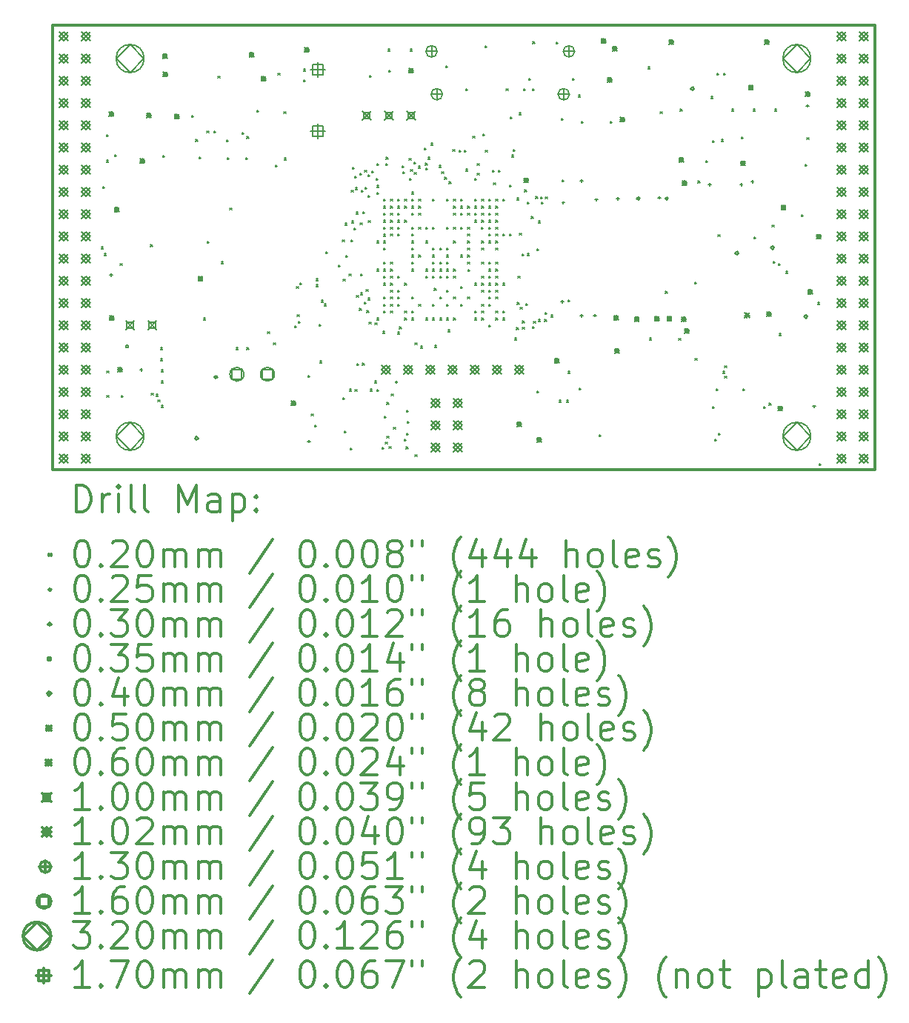
<source format=gbr>
%FSLAX45Y45*%
G04 Gerber Fmt 4.5, Leading zero omitted, Abs format (unit mm)*
G04 Created by KiCad (PCBNEW 5.0.0+dfsg1-1) date Sun Aug 12 23:46:54 2018*
%MOMM*%
%LPD*%
G01*
G04 APERTURE LIST*
%ADD10C,0.300000*%
%ADD11C,0.200000*%
G04 APERTURE END LIST*
D10*
X9410000Y-6142000D02*
X9410000Y-11222000D01*
X18808000Y-6142000D02*
X9410000Y-6142000D01*
X18808000Y-11222000D02*
X18808000Y-6142000D01*
X9410000Y-11222000D02*
X18808000Y-11222000D01*
D11*
X9969000Y-8676600D02*
X9989000Y-8696600D01*
X9989000Y-8676600D02*
X9969000Y-8696600D01*
X9990550Y-7986200D02*
X10010550Y-8006200D01*
X10010550Y-7986200D02*
X9990550Y-8006200D01*
X10007100Y-8752800D02*
X10027100Y-8772800D01*
X10027100Y-8752800D02*
X10007100Y-8772800D01*
X10032500Y-7393900D02*
X10052500Y-7413900D01*
X10052500Y-7393900D02*
X10032500Y-7413900D01*
X10032500Y-7686000D02*
X10052500Y-7706000D01*
X10052500Y-7686000D02*
X10032500Y-7706000D01*
X10035000Y-10094400D02*
X10055000Y-10114400D01*
X10055000Y-10094400D02*
X10035000Y-10114400D01*
X10035000Y-10373800D02*
X10055000Y-10393800D01*
X10055000Y-10373800D02*
X10035000Y-10393800D01*
X10125400Y-7619700D02*
X10145400Y-7639700D01*
X10145400Y-7619700D02*
X10125400Y-7639700D01*
X10187400Y-8868850D02*
X10207400Y-8888850D01*
X10207400Y-8868850D02*
X10187400Y-8888850D01*
X10200100Y-10373800D02*
X10220100Y-10393800D01*
X10220100Y-10373800D02*
X10200100Y-10393800D01*
X10535450Y-8649900D02*
X10555450Y-8669900D01*
X10555450Y-8649900D02*
X10535450Y-8669900D01*
X10543000Y-10348400D02*
X10563000Y-10368400D01*
X10563000Y-10348400D02*
X10543000Y-10368400D01*
X10595970Y-10361643D02*
X10615970Y-10381643D01*
X10615970Y-10361643D02*
X10595970Y-10381643D01*
X10619200Y-10424600D02*
X10639200Y-10444600D01*
X10639200Y-10424600D02*
X10619200Y-10444600D01*
X10650950Y-9827700D02*
X10670950Y-9847700D01*
X10670950Y-9827700D02*
X10650950Y-9847700D01*
X10650950Y-9954700D02*
X10670950Y-9974700D01*
X10670950Y-9954700D02*
X10650950Y-9974700D01*
X10657300Y-10081700D02*
X10677300Y-10101700D01*
X10677300Y-10081700D02*
X10657300Y-10101700D01*
X10657300Y-10208701D02*
X10677300Y-10228701D01*
X10677300Y-10208701D02*
X10657300Y-10228701D01*
X10657300Y-10488100D02*
X10677300Y-10508100D01*
X10677300Y-10488100D02*
X10657300Y-10508100D01*
X10671500Y-7632400D02*
X10691500Y-7652400D01*
X10691500Y-7632400D02*
X10671500Y-7652400D01*
X11001700Y-7175200D02*
X11021700Y-7195200D01*
X11021700Y-7175200D02*
X11001700Y-7195200D01*
X11049908Y-7448938D02*
X11069908Y-7468938D01*
X11069908Y-7448938D02*
X11049908Y-7468938D01*
X11090600Y-7645100D02*
X11110600Y-7665100D01*
X11110600Y-7645100D02*
X11090600Y-7665100D01*
X11137400Y-9489400D02*
X11157400Y-9509400D01*
X11157400Y-9489400D02*
X11137400Y-9509400D01*
X11178000Y-7350000D02*
X11198000Y-7370000D01*
X11198000Y-7350000D02*
X11178000Y-7370000D01*
X11179522Y-8615379D02*
X11199522Y-8635379D01*
X11199522Y-8615379D02*
X11179522Y-8635379D01*
X11258000Y-7350000D02*
X11278000Y-7370000D01*
X11278000Y-7350000D02*
X11258000Y-7370000D01*
X11305725Y-6724363D02*
X11325725Y-6744363D01*
X11325725Y-6724363D02*
X11305725Y-6744363D01*
X11344600Y-8845973D02*
X11364600Y-8865973D01*
X11364600Y-8845973D02*
X11344600Y-8865973D01*
X11400408Y-7451220D02*
X11420408Y-7471220D01*
X11420408Y-7451220D02*
X11400408Y-7471220D01*
X11408100Y-7657800D02*
X11428100Y-7677800D01*
X11428100Y-7657800D02*
X11408100Y-7677800D01*
X11441393Y-8230943D02*
X11461393Y-8250943D01*
X11461393Y-8230943D02*
X11441393Y-8250943D01*
X11514550Y-9827700D02*
X11534550Y-9847700D01*
X11534550Y-9827700D02*
X11514550Y-9847700D01*
X11578000Y-7370000D02*
X11598000Y-7390000D01*
X11598000Y-7370000D02*
X11578000Y-7390000D01*
X11624000Y-7657800D02*
X11644000Y-7677800D01*
X11644000Y-7657800D02*
X11624000Y-7677800D01*
X11633852Y-9827700D02*
X11653852Y-9847700D01*
X11653852Y-9827700D02*
X11633852Y-9847700D01*
X11635200Y-7414700D02*
X11655200Y-7434700D01*
X11655200Y-7414700D02*
X11635200Y-7434700D01*
X11747000Y-7114500D02*
X11767000Y-7134500D01*
X11767000Y-7114500D02*
X11747000Y-7134500D01*
X11870412Y-9644112D02*
X11890412Y-9664112D01*
X11890412Y-9644112D02*
X11870412Y-9664112D01*
X11940000Y-9772000D02*
X11960000Y-9792000D01*
X11960000Y-9772000D02*
X11940000Y-9792000D01*
X11959215Y-7739412D02*
X11979215Y-7759412D01*
X11979215Y-7739412D02*
X11959215Y-7759412D01*
X11990800Y-6690800D02*
X12010800Y-6710800D01*
X12010800Y-6690800D02*
X11990800Y-6710800D01*
X12056498Y-7133651D02*
X12076498Y-7153651D01*
X12076498Y-7133651D02*
X12056498Y-7153651D01*
X12063993Y-7659408D02*
X12083993Y-7679408D01*
X12083993Y-7659408D02*
X12063993Y-7679408D01*
X12182800Y-9575500D02*
X12202800Y-9595500D01*
X12202800Y-9575500D02*
X12182800Y-9595500D01*
X12201657Y-9128657D02*
X12221657Y-9148657D01*
X12221657Y-9128657D02*
X12201657Y-9148657D01*
X12210364Y-9448538D02*
X12230364Y-9468538D01*
X12230364Y-9448538D02*
X12210364Y-9468538D01*
X12220900Y-9524700D02*
X12240900Y-9544700D01*
X12240900Y-9524700D02*
X12220900Y-9544700D01*
X12242096Y-9088217D02*
X12262096Y-9108217D01*
X12262096Y-9088217D02*
X12242096Y-9108217D01*
X12282618Y-6643232D02*
X12302618Y-6663232D01*
X12302618Y-6643232D02*
X12282618Y-6663232D01*
X12284400Y-6768800D02*
X12304400Y-6788800D01*
X12304400Y-6768800D02*
X12284400Y-6788800D01*
X12332545Y-10146435D02*
X12352545Y-10166435D01*
X12352545Y-10146435D02*
X12332545Y-10166435D01*
X12370241Y-10586650D02*
X12390241Y-10606650D01*
X12390241Y-10586650D02*
X12370241Y-10606650D01*
X12410242Y-10710764D02*
X12430242Y-10730764D01*
X12430242Y-10710764D02*
X12410242Y-10730764D01*
X12423701Y-9107100D02*
X12443701Y-9127100D01*
X12443701Y-9107100D02*
X12423701Y-9127100D01*
X12423702Y-9038791D02*
X12443702Y-9058791D01*
X12443702Y-9038791D02*
X12423702Y-9058791D01*
X12460700Y-9561000D02*
X12480700Y-9581000D01*
X12480700Y-9561000D02*
X12460700Y-9581000D01*
X12467050Y-9980100D02*
X12487050Y-10000100D01*
X12487050Y-9980100D02*
X12467050Y-10000100D01*
X12486399Y-9285661D02*
X12506399Y-9305661D01*
X12506399Y-9285661D02*
X12486399Y-9305661D01*
X12519149Y-9329350D02*
X12539149Y-9349350D01*
X12539149Y-9329350D02*
X12519149Y-9349350D01*
X12538837Y-8731087D02*
X12558837Y-8751087D01*
X12558837Y-8731087D02*
X12538837Y-8751087D01*
X12682329Y-8882979D02*
X12702329Y-8902979D01*
X12702329Y-8882979D02*
X12682329Y-8902979D01*
X12727400Y-8595800D02*
X12747400Y-8615800D01*
X12747400Y-8595800D02*
X12727400Y-8615800D01*
X12731909Y-10397773D02*
X12751909Y-10417773D01*
X12751909Y-10397773D02*
X12731909Y-10417773D01*
X12733834Y-9045740D02*
X12753834Y-9065740D01*
X12753834Y-9045740D02*
X12733834Y-9065740D01*
X12748660Y-10777504D02*
X12768660Y-10797504D01*
X12768660Y-10777504D02*
X12748660Y-10797504D01*
X12759150Y-8405300D02*
X12779150Y-8425300D01*
X12779150Y-8405300D02*
X12759150Y-8425300D01*
X12764768Y-8776012D02*
X12784768Y-8796012D01*
X12784768Y-8776012D02*
X12764768Y-8796012D01*
X12803218Y-8983018D02*
X12823218Y-9003018D01*
X12823218Y-8983018D02*
X12803218Y-9003018D01*
X12808750Y-10300900D02*
X12828750Y-10320900D01*
X12828750Y-10300900D02*
X12808750Y-10320900D01*
X12815100Y-10974000D02*
X12835100Y-10994000D01*
X12835100Y-10974000D02*
X12815100Y-10994000D01*
X12824072Y-8596207D02*
X12844072Y-8616207D01*
X12844072Y-8596207D02*
X12824072Y-8616207D01*
X12829000Y-8030650D02*
X12849000Y-8050650D01*
X12849000Y-8030650D02*
X12829000Y-8050650D01*
X12835350Y-8379900D02*
X12855350Y-8399900D01*
X12855350Y-8379900D02*
X12835350Y-8399900D01*
X12841700Y-7765451D02*
X12861700Y-7785451D01*
X12861700Y-7765451D02*
X12841700Y-7785451D01*
X12860114Y-8462438D02*
X12880114Y-8482438D01*
X12880114Y-8462438D02*
X12860114Y-8482438D01*
X12867100Y-7865550D02*
X12887100Y-7885550D01*
X12887100Y-7865550D02*
X12867100Y-7885550D01*
X12870682Y-10308590D02*
X12890682Y-10328590D01*
X12890682Y-10308590D02*
X12870682Y-10328590D01*
X12873450Y-7998900D02*
X12893450Y-8018900D01*
X12893450Y-7998900D02*
X12873450Y-8018900D01*
X12886150Y-8278300D02*
X12906150Y-8298300D01*
X12906150Y-8278300D02*
X12886150Y-8298300D01*
X12886283Y-9229083D02*
X12906283Y-9249083D01*
X12906283Y-9229083D02*
X12886283Y-9249083D01*
X12890520Y-10007480D02*
X12910520Y-10027480D01*
X12910520Y-10007480D02*
X12890520Y-10027480D01*
X12921835Y-9377845D02*
X12941835Y-9397845D01*
X12941835Y-9377845D02*
X12921835Y-9397845D01*
X12924250Y-7833800D02*
X12944250Y-7853800D01*
X12944250Y-7833800D02*
X12924250Y-7853800D01*
X12930501Y-8400852D02*
X12950501Y-8420852D01*
X12950501Y-8400852D02*
X12930501Y-8420852D01*
X12934924Y-8983794D02*
X12954924Y-9003794D01*
X12954924Y-8983794D02*
X12934924Y-9003794D01*
X12935750Y-9202350D02*
X12955750Y-9222350D01*
X12955750Y-9202350D02*
X12935750Y-9222350D01*
X12940751Y-8030650D02*
X12960751Y-8050650D01*
X12960751Y-8030650D02*
X12940751Y-8050650D01*
X12956000Y-10005500D02*
X12976000Y-10025500D01*
X12976000Y-10005500D02*
X12956000Y-10025500D01*
X12962350Y-8273851D02*
X12982350Y-8293851D01*
X12982350Y-8273851D02*
X12962350Y-8293851D01*
X12976189Y-9308896D02*
X12996189Y-9328896D01*
X12996189Y-9308896D02*
X12976189Y-9328896D01*
X12981400Y-7802050D02*
X13001400Y-7822050D01*
X13001400Y-7802050D02*
X12981400Y-7822050D01*
X12984711Y-7994431D02*
X13004711Y-8014431D01*
X13004711Y-7994431D02*
X12984711Y-8014431D01*
X12999250Y-9164250D02*
X13019250Y-9184250D01*
X13019250Y-9164250D02*
X12999250Y-9184250D01*
X13007618Y-9405227D02*
X13027618Y-9425227D01*
X13027618Y-9405227D02*
X13007618Y-9425227D01*
X13018300Y-9259500D02*
X13038300Y-9279500D01*
X13038300Y-9259500D02*
X13018300Y-9279500D01*
X13018305Y-7852464D02*
X13038305Y-7872464D01*
X13038305Y-7852464D02*
X13018305Y-7872464D01*
X13019500Y-8087800D02*
X13039500Y-8107800D01*
X13039500Y-8087800D02*
X13019500Y-8107800D01*
X13023410Y-8375410D02*
X13043410Y-8395410D01*
X13043410Y-8375410D02*
X13023410Y-8395410D01*
X13030548Y-9536431D02*
X13050548Y-9556431D01*
X13050548Y-9536431D02*
X13030548Y-9556431D01*
X13033700Y-6718000D02*
X13053700Y-6738000D01*
X13053700Y-6718000D02*
X13033700Y-6738000D01*
X13043700Y-10300900D02*
X13063700Y-10320900D01*
X13063700Y-10300900D02*
X13043700Y-10320900D01*
X13063950Y-7808400D02*
X13083950Y-7828400D01*
X13083950Y-7808400D02*
X13063950Y-7828400D01*
X13093907Y-10208700D02*
X13113907Y-10228700D01*
X13113907Y-10208700D02*
X13093907Y-10228700D01*
X13098471Y-9546418D02*
X13118471Y-9566418D01*
X13118471Y-9546418D02*
X13098471Y-9566418D01*
X13114818Y-7892343D02*
X13134818Y-7912343D01*
X13134818Y-7892343D02*
X13114818Y-7912343D01*
X13118000Y-8052363D02*
X13138000Y-8072363D01*
X13138000Y-8052363D02*
X13118000Y-8072363D01*
X13118000Y-8610000D02*
X13138000Y-8630000D01*
X13138000Y-8610000D02*
X13118000Y-8630000D01*
X13118000Y-8930000D02*
X13138000Y-8950000D01*
X13138000Y-8930000D02*
X13118000Y-8950000D01*
X13118000Y-9490000D02*
X13138000Y-9510000D01*
X13138000Y-9490000D02*
X13118000Y-9510000D01*
X13118565Y-7722735D02*
X13138565Y-7742735D01*
X13138565Y-7722735D02*
X13118565Y-7742735D01*
X13119785Y-7972345D02*
X13139785Y-7992345D01*
X13139785Y-7972345D02*
X13119785Y-7992345D01*
X13119900Y-10307250D02*
X13139900Y-10327250D01*
X13139900Y-10307250D02*
X13119900Y-10327250D01*
X13178250Y-10964350D02*
X13198250Y-10984350D01*
X13198250Y-10964350D02*
X13178250Y-10984350D01*
X13189750Y-9640500D02*
X13209750Y-9660500D01*
X13209750Y-9640500D02*
X13189750Y-9660500D01*
X13197734Y-9090201D02*
X13217734Y-9110201D01*
X13217734Y-9090201D02*
X13197734Y-9110201D01*
X13198000Y-8130000D02*
X13218000Y-8150000D01*
X13218000Y-8130000D02*
X13198000Y-8150000D01*
X13198000Y-8210000D02*
X13218000Y-8230000D01*
X13218000Y-8210000D02*
X13198000Y-8230000D01*
X13198000Y-8290000D02*
X13218000Y-8310000D01*
X13218000Y-8290000D02*
X13198000Y-8310000D01*
X13198000Y-8370000D02*
X13218000Y-8390000D01*
X13218000Y-8370000D02*
X13198000Y-8390000D01*
X13198000Y-8450000D02*
X13218000Y-8470000D01*
X13218000Y-8450000D02*
X13198000Y-8470000D01*
X13198000Y-8531500D02*
X13218000Y-8551500D01*
X13218000Y-8531500D02*
X13198000Y-8551500D01*
X13198000Y-8610000D02*
X13218000Y-8630000D01*
X13218000Y-8610000D02*
X13198000Y-8630000D01*
X13198000Y-8690000D02*
X13218000Y-8710000D01*
X13218000Y-8690000D02*
X13198000Y-8710000D01*
X13198000Y-8850000D02*
X13218000Y-8870000D01*
X13218000Y-8850000D02*
X13198000Y-8870000D01*
X13198000Y-8930000D02*
X13218000Y-8950000D01*
X13218000Y-8930000D02*
X13198000Y-8950000D01*
X13198000Y-9010000D02*
X13218000Y-9030000D01*
X13218000Y-9010000D02*
X13198000Y-9030000D01*
X13198000Y-9250000D02*
X13218000Y-9270000D01*
X13218000Y-9250000D02*
X13198000Y-9270000D01*
X13198000Y-9330000D02*
X13218000Y-9350000D01*
X13218000Y-9330000D02*
X13198000Y-9350000D01*
X13198000Y-9410000D02*
X13218000Y-9430000D01*
X13218000Y-9410000D02*
X13198000Y-9430000D01*
X13206286Y-10608587D02*
X13226286Y-10628587D01*
X13226286Y-10608587D02*
X13206286Y-10628587D01*
X13217511Y-10908296D02*
X13237511Y-10928296D01*
X13237511Y-10908296D02*
X13217511Y-10928296D01*
X13220903Y-7724256D02*
X13240903Y-7744256D01*
X13240903Y-7724256D02*
X13220903Y-7744256D01*
X13227850Y-7652950D02*
X13247850Y-7672950D01*
X13247850Y-7652950D02*
X13227850Y-7672950D01*
X13234200Y-10453300D02*
X13254200Y-10473300D01*
X13254200Y-10453300D02*
X13234200Y-10473300D01*
X13234200Y-10840650D02*
X13254200Y-10860650D01*
X13254200Y-10840650D02*
X13234200Y-10860650D01*
X13245600Y-6416000D02*
X13265600Y-6436000D01*
X13265600Y-6416000D02*
X13245600Y-6436000D01*
X13258300Y-6657300D02*
X13278300Y-6677300D01*
X13278300Y-6657300D02*
X13258300Y-6677300D01*
X13260800Y-10958000D02*
X13280800Y-10978000D01*
X13280800Y-10958000D02*
X13260800Y-10978000D01*
X13278000Y-8130000D02*
X13298000Y-8150000D01*
X13298000Y-8130000D02*
X13278000Y-8150000D01*
X13278000Y-8210000D02*
X13298000Y-8230000D01*
X13298000Y-8210000D02*
X13278000Y-8230000D01*
X13278000Y-8290000D02*
X13298000Y-8310000D01*
X13298000Y-8290000D02*
X13278000Y-8310000D01*
X13278000Y-8370000D02*
X13298000Y-8390000D01*
X13298000Y-8370000D02*
X13278000Y-8390000D01*
X13278000Y-8450000D02*
X13298000Y-8470000D01*
X13298000Y-8450000D02*
X13278000Y-8470000D01*
X13278000Y-8530000D02*
X13298000Y-8550000D01*
X13298000Y-8530000D02*
X13278000Y-8550000D01*
X13278000Y-8850000D02*
X13298000Y-8870000D01*
X13298000Y-8850000D02*
X13278000Y-8870000D01*
X13278000Y-8930000D02*
X13298000Y-8950000D01*
X13298000Y-8930000D02*
X13278000Y-8950000D01*
X13278000Y-9010000D02*
X13298000Y-9030000D01*
X13298000Y-9010000D02*
X13278000Y-9030000D01*
X13278000Y-9090000D02*
X13298000Y-9110000D01*
X13298000Y-9090000D02*
X13278000Y-9110000D01*
X13278000Y-9170000D02*
X13298000Y-9190000D01*
X13298000Y-9170000D02*
X13278000Y-9190000D01*
X13278000Y-9250000D02*
X13298000Y-9270000D01*
X13298000Y-9250000D02*
X13278000Y-9270000D01*
X13278000Y-9330000D02*
X13298000Y-9350000D01*
X13298000Y-9330000D02*
X13278000Y-9350000D01*
X13278000Y-9410000D02*
X13298000Y-9430000D01*
X13298000Y-9410000D02*
X13278000Y-9430000D01*
X13285000Y-10358050D02*
X13305000Y-10378050D01*
X13305000Y-10358050D02*
X13285000Y-10378050D01*
X13311600Y-10736500D02*
X13331600Y-10756500D01*
X13331600Y-10736500D02*
X13311600Y-10756500D01*
X13358000Y-8130000D02*
X13378000Y-8150000D01*
X13378000Y-8130000D02*
X13358000Y-8150000D01*
X13358000Y-8210000D02*
X13378000Y-8230000D01*
X13378000Y-8210000D02*
X13358000Y-8230000D01*
X13358000Y-8290000D02*
X13378000Y-8310000D01*
X13378000Y-8290000D02*
X13358000Y-8310000D01*
X13358000Y-8370000D02*
X13378000Y-8390000D01*
X13378000Y-8370000D02*
X13358000Y-8390000D01*
X13358000Y-8450000D02*
X13378000Y-8470000D01*
X13378000Y-8450000D02*
X13358000Y-8470000D01*
X13358000Y-8530000D02*
X13378000Y-8550000D01*
X13378000Y-8530000D02*
X13358000Y-8550000D01*
X13358000Y-9010000D02*
X13378000Y-9030000D01*
X13378000Y-9010000D02*
X13358000Y-9030000D01*
X13358000Y-9170000D02*
X13378000Y-9190000D01*
X13378000Y-9170000D02*
X13358000Y-9190000D01*
X13358000Y-9250000D02*
X13378000Y-9270000D01*
X13378000Y-9250000D02*
X13358000Y-9270000D01*
X13358000Y-9330000D02*
X13378000Y-9350000D01*
X13378000Y-9330000D02*
X13358000Y-9350000D01*
X13358000Y-9650000D02*
X13378000Y-9670000D01*
X13378000Y-9650000D02*
X13358000Y-9670000D01*
X13378000Y-9590000D02*
X13398000Y-9610000D01*
X13398000Y-9590000D02*
X13378000Y-9610000D01*
X13411163Y-7748395D02*
X13431163Y-7768395D01*
X13431163Y-7748395D02*
X13411163Y-7768395D01*
X13415020Y-7815418D02*
X13435020Y-7835418D01*
X13435020Y-7815418D02*
X13415020Y-7835418D01*
X13436400Y-10874197D02*
X13456400Y-10894197D01*
X13456400Y-10874197D02*
X13436400Y-10894197D01*
X13438000Y-8130000D02*
X13458000Y-8150000D01*
X13458000Y-8130000D02*
X13438000Y-8150000D01*
X13438000Y-8210000D02*
X13458000Y-8230000D01*
X13458000Y-8210000D02*
X13438000Y-8230000D01*
X13438000Y-8370000D02*
X13458000Y-8390000D01*
X13458000Y-8370000D02*
X13438000Y-8390000D01*
X13438000Y-9090000D02*
X13458000Y-9110000D01*
X13458000Y-9090000D02*
X13438000Y-9110000D01*
X13438000Y-9410000D02*
X13458000Y-9430000D01*
X13458000Y-9410000D02*
X13438000Y-9430000D01*
X13438000Y-9490000D02*
X13458000Y-9510000D01*
X13458000Y-9490000D02*
X13438000Y-9510000D01*
X13453687Y-10961995D02*
X13473687Y-10981995D01*
X13473687Y-10961995D02*
X13453687Y-10981995D01*
X13457587Y-10803159D02*
X13477587Y-10823159D01*
X13477587Y-10803159D02*
X13457587Y-10823159D01*
X13460735Y-10540845D02*
X13480735Y-10560845D01*
X13480735Y-10540845D02*
X13460735Y-10560845D01*
X13465065Y-10671051D02*
X13485065Y-10691051D01*
X13485065Y-10671051D02*
X13465065Y-10691051D01*
X13489399Y-7662350D02*
X13509399Y-7682350D01*
X13509399Y-7662350D02*
X13489399Y-7682350D01*
X13492132Y-7892495D02*
X13512132Y-7912495D01*
X13512132Y-7892495D02*
X13492132Y-7912495D01*
X13499600Y-6416000D02*
X13519600Y-6436000D01*
X13519600Y-6416000D02*
X13499600Y-6436000D01*
X13507250Y-7792650D02*
X13527250Y-7812650D01*
X13527250Y-7792650D02*
X13507250Y-7812650D01*
X13518000Y-8050000D02*
X13538000Y-8070000D01*
X13538000Y-8050000D02*
X13518000Y-8070000D01*
X13518000Y-8130000D02*
X13538000Y-8150000D01*
X13538000Y-8130000D02*
X13518000Y-8150000D01*
X13518000Y-8210000D02*
X13538000Y-8230000D01*
X13538000Y-8210000D02*
X13518000Y-8230000D01*
X13518000Y-8290000D02*
X13538000Y-8310000D01*
X13538000Y-8290000D02*
X13518000Y-8310000D01*
X13518000Y-8450000D02*
X13538000Y-8470000D01*
X13538000Y-8450000D02*
X13518000Y-8470000D01*
X13518000Y-8530000D02*
X13538000Y-8550000D01*
X13538000Y-8530000D02*
X13518000Y-8550000D01*
X13518000Y-8610000D02*
X13538000Y-8630000D01*
X13538000Y-8610000D02*
X13518000Y-8630000D01*
X13518000Y-8690000D02*
X13538000Y-8710000D01*
X13538000Y-8690000D02*
X13518000Y-8710000D01*
X13518000Y-8770000D02*
X13538000Y-8790000D01*
X13538000Y-8770000D02*
X13518000Y-8790000D01*
X13518000Y-8850000D02*
X13538000Y-8870000D01*
X13538000Y-8850000D02*
X13518000Y-8870000D01*
X13518000Y-8930000D02*
X13538000Y-8950000D01*
X13538000Y-8930000D02*
X13518000Y-8950000D01*
X13518000Y-9250000D02*
X13538000Y-9270000D01*
X13538000Y-9250000D02*
X13518000Y-9270000D01*
X13518000Y-9410000D02*
X13538000Y-9430000D01*
X13538000Y-9410000D02*
X13518000Y-9430000D01*
X13518000Y-9490000D02*
X13538000Y-9510000D01*
X13538000Y-9490000D02*
X13518000Y-9510000D01*
X13546550Y-7706800D02*
X13566550Y-7726800D01*
X13566550Y-7706800D02*
X13546550Y-7726800D01*
X13549150Y-7827659D02*
X13569150Y-7847659D01*
X13569150Y-7827659D02*
X13549150Y-7847659D01*
X13555656Y-11051071D02*
X13575656Y-11071071D01*
X13575656Y-11051071D02*
X13555656Y-11071071D01*
X13558000Y-9770000D02*
X13578000Y-9790000D01*
X13578000Y-9770000D02*
X13558000Y-9790000D01*
X13594882Y-7754550D02*
X13614882Y-7774550D01*
X13614882Y-7754550D02*
X13594882Y-7774550D01*
X13598000Y-8130000D02*
X13618000Y-8150000D01*
X13618000Y-8130000D02*
X13598000Y-8150000D01*
X13598000Y-8210000D02*
X13618000Y-8230000D01*
X13618000Y-8210000D02*
X13598000Y-8230000D01*
X13598000Y-8290000D02*
X13618000Y-8310000D01*
X13618000Y-8290000D02*
X13598000Y-8310000D01*
X13598000Y-8450000D02*
X13618000Y-8470000D01*
X13618000Y-8450000D02*
X13598000Y-8470000D01*
X13598000Y-8770000D02*
X13618000Y-8790000D01*
X13618000Y-8770000D02*
X13598000Y-8790000D01*
X13598000Y-9330000D02*
X13618000Y-9350000D01*
X13618000Y-9330000D02*
X13598000Y-9350000D01*
X13618000Y-9810000D02*
X13638000Y-9830000D01*
X13638000Y-9810000D02*
X13618000Y-9830000D01*
X13664259Y-7547941D02*
X13684259Y-7567941D01*
X13684259Y-7547941D02*
X13664259Y-7567941D01*
X13676320Y-7718760D02*
X13696320Y-7738760D01*
X13696320Y-7718760D02*
X13676320Y-7738760D01*
X13678000Y-8450000D02*
X13698000Y-8470000D01*
X13698000Y-8450000D02*
X13678000Y-8470000D01*
X13678000Y-8610000D02*
X13698000Y-8630000D01*
X13698000Y-8610000D02*
X13678000Y-8630000D01*
X13678000Y-8930000D02*
X13698000Y-8950000D01*
X13698000Y-8930000D02*
X13678000Y-8950000D01*
X13678000Y-9010000D02*
X13698000Y-9030000D01*
X13698000Y-9010000D02*
X13678000Y-9030000D01*
X13678000Y-9490000D02*
X13698000Y-9510000D01*
X13698000Y-9490000D02*
X13678000Y-9510000D01*
X13679461Y-7776107D02*
X13699461Y-7796107D01*
X13699461Y-7776107D02*
X13679461Y-7796107D01*
X13707437Y-7652487D02*
X13727437Y-7672487D01*
X13727437Y-7652487D02*
X13707437Y-7672487D01*
X13738000Y-7490000D02*
X13758000Y-7510000D01*
X13758000Y-7490000D02*
X13738000Y-7510000D01*
X13758000Y-8130000D02*
X13778000Y-8150000D01*
X13778000Y-8130000D02*
X13758000Y-8150000D01*
X13758000Y-8450000D02*
X13778000Y-8470000D01*
X13778000Y-8450000D02*
X13758000Y-8470000D01*
X13758000Y-8690000D02*
X13778000Y-8710000D01*
X13778000Y-8690000D02*
X13758000Y-8710000D01*
X13758000Y-8770000D02*
X13778000Y-8790000D01*
X13778000Y-8770000D02*
X13758000Y-8790000D01*
X13758000Y-8850000D02*
X13778000Y-8870000D01*
X13778000Y-8850000D02*
X13758000Y-8870000D01*
X13758000Y-8930000D02*
X13778000Y-8950000D01*
X13778000Y-8930000D02*
X13758000Y-8950000D01*
X13758000Y-9010000D02*
X13778000Y-9030000D01*
X13778000Y-9010000D02*
X13758000Y-9030000D01*
X13758000Y-9330000D02*
X13778000Y-9350000D01*
X13778000Y-9330000D02*
X13758000Y-9350000D01*
X13758000Y-9490000D02*
X13778000Y-9510000D01*
X13778000Y-9490000D02*
X13758000Y-9510000D01*
X13778000Y-9150000D02*
X13798000Y-9170000D01*
X13798000Y-9150000D02*
X13778000Y-9170000D01*
X13781499Y-9802300D02*
X13801499Y-9822300D01*
X13801499Y-9802300D02*
X13781499Y-9822300D01*
X13830592Y-7745154D02*
X13850592Y-7765154D01*
X13850592Y-7745154D02*
X13830592Y-7765154D01*
X13838000Y-8690000D02*
X13858000Y-8710000D01*
X13858000Y-8690000D02*
X13838000Y-8710000D01*
X13838000Y-8850000D02*
X13858000Y-8870000D01*
X13858000Y-8850000D02*
X13838000Y-8870000D01*
X13838000Y-8930000D02*
X13858000Y-8950000D01*
X13858000Y-8930000D02*
X13838000Y-8950000D01*
X13838000Y-9010000D02*
X13858000Y-9030000D01*
X13858000Y-9010000D02*
X13838000Y-9030000D01*
X13838000Y-9250000D02*
X13858000Y-9270000D01*
X13858000Y-9250000D02*
X13838000Y-9270000D01*
X13838000Y-9490000D02*
X13858000Y-9510000D01*
X13858000Y-9490000D02*
X13838000Y-9510000D01*
X13862850Y-7818050D02*
X13882850Y-7838050D01*
X13882850Y-7818050D02*
X13862850Y-7838050D01*
X13894600Y-7881550D02*
X13914600Y-7901550D01*
X13914600Y-7881550D02*
X13894600Y-7901550D01*
X13910000Y-6603700D02*
X13930000Y-6623700D01*
X13930000Y-6603700D02*
X13910000Y-6623700D01*
X13918000Y-8130000D02*
X13938000Y-8150000D01*
X13938000Y-8130000D02*
X13918000Y-8150000D01*
X13918000Y-8450000D02*
X13938000Y-8470000D01*
X13938000Y-8450000D02*
X13918000Y-8470000D01*
X13918000Y-8690000D02*
X13938000Y-8710000D01*
X13938000Y-8690000D02*
X13918000Y-8710000D01*
X13918000Y-8770000D02*
X13938000Y-8790000D01*
X13938000Y-8770000D02*
X13918000Y-8790000D01*
X13918000Y-8850000D02*
X13938000Y-8870000D01*
X13938000Y-8850000D02*
X13918000Y-8870000D01*
X13918000Y-8930000D02*
X13938000Y-8950000D01*
X13938000Y-8930000D02*
X13918000Y-8950000D01*
X13918000Y-9010000D02*
X13938000Y-9030000D01*
X13938000Y-9010000D02*
X13918000Y-9030000D01*
X13918000Y-9170000D02*
X13938000Y-9190000D01*
X13938000Y-9170000D02*
X13918000Y-9190000D01*
X13918000Y-9330000D02*
X13938000Y-9350000D01*
X13938000Y-9330000D02*
X13918000Y-9350000D01*
X13918000Y-9490000D02*
X13938000Y-9510000D01*
X13938000Y-9490000D02*
X13918000Y-9510000D01*
X13933900Y-9624500D02*
X13953900Y-9644500D01*
X13953900Y-9624500D02*
X13933900Y-9644500D01*
X13945400Y-7932350D02*
X13965400Y-7952350D01*
X13965400Y-7932350D02*
X13945400Y-7952350D01*
X13989352Y-7565171D02*
X14009352Y-7585171D01*
X14009352Y-7565171D02*
X13989352Y-7585171D01*
X13996000Y-8292000D02*
X14016000Y-8312000D01*
X14016000Y-8292000D02*
X13996000Y-8312000D01*
X13998000Y-8130000D02*
X14018000Y-8150000D01*
X14018000Y-8130000D02*
X13998000Y-8150000D01*
X13998000Y-8210000D02*
X14018000Y-8230000D01*
X14018000Y-8210000D02*
X13998000Y-8230000D01*
X13998000Y-8450000D02*
X14018000Y-8470000D01*
X14018000Y-8450000D02*
X13998000Y-8470000D01*
X13998000Y-8610000D02*
X14018000Y-8630000D01*
X14018000Y-8610000D02*
X13998000Y-8630000D01*
X13998000Y-8930000D02*
X14018000Y-8950000D01*
X14018000Y-8930000D02*
X13998000Y-8950000D01*
X13998000Y-9010000D02*
X14018000Y-9030000D01*
X14018000Y-9010000D02*
X13998000Y-9030000D01*
X13998000Y-9250000D02*
X14018000Y-9270000D01*
X14018000Y-9250000D02*
X13998000Y-9270000D01*
X13998000Y-9490000D02*
X14018000Y-9510000D01*
X14018000Y-9490000D02*
X13998000Y-9510000D01*
X14058000Y-7570000D02*
X14078000Y-7590000D01*
X14078000Y-7570000D02*
X14058000Y-7590000D01*
X14078000Y-8130000D02*
X14098000Y-8150000D01*
X14098000Y-8130000D02*
X14078000Y-8150000D01*
X14078000Y-8210000D02*
X14098000Y-8230000D01*
X14098000Y-8210000D02*
X14078000Y-8230000D01*
X14078000Y-8290000D02*
X14098000Y-8310000D01*
X14098000Y-8290000D02*
X14078000Y-8310000D01*
X14078000Y-8450000D02*
X14098000Y-8470000D01*
X14098000Y-8450000D02*
X14078000Y-8470000D01*
X14078000Y-8770000D02*
X14098000Y-8790000D01*
X14098000Y-8770000D02*
X14078000Y-8790000D01*
X14078000Y-9130000D02*
X14098000Y-9150000D01*
X14098000Y-9130000D02*
X14078000Y-9150000D01*
X14078000Y-9330000D02*
X14098000Y-9350000D01*
X14098000Y-9330000D02*
X14078000Y-9350000D01*
X14118000Y-7570000D02*
X14138000Y-7590000D01*
X14138000Y-7570000D02*
X14118000Y-7590000D01*
X14135900Y-7786300D02*
X14155900Y-7806300D01*
X14155900Y-7786300D02*
X14135900Y-7806300D01*
X14138000Y-6870000D02*
X14158000Y-6890000D01*
X14158000Y-6870000D02*
X14138000Y-6890000D01*
X14158000Y-8210000D02*
X14178000Y-8230000D01*
X14178000Y-8210000D02*
X14158000Y-8230000D01*
X14158000Y-8290000D02*
X14178000Y-8310000D01*
X14178000Y-8290000D02*
X14158000Y-8310000D01*
X14158000Y-8450000D02*
X14178000Y-8470000D01*
X14178000Y-8450000D02*
X14158000Y-8470000D01*
X14158000Y-8530000D02*
X14178000Y-8550000D01*
X14178000Y-8530000D02*
X14158000Y-8550000D01*
X14158000Y-8610000D02*
X14178000Y-8630000D01*
X14178000Y-8610000D02*
X14158000Y-8630000D01*
X14158000Y-8690000D02*
X14178000Y-8710000D01*
X14178000Y-8690000D02*
X14158000Y-8710000D01*
X14158000Y-8770000D02*
X14178000Y-8790000D01*
X14178000Y-8770000D02*
X14158000Y-8790000D01*
X14158000Y-8850000D02*
X14178000Y-8870000D01*
X14178000Y-8850000D02*
X14158000Y-8870000D01*
X14158000Y-9250000D02*
X14178000Y-9270000D01*
X14178000Y-9250000D02*
X14158000Y-9270000D01*
X14160000Y-8932000D02*
X14180000Y-8952000D01*
X14180000Y-8932000D02*
X14160000Y-8952000D01*
X14218000Y-7410000D02*
X14238000Y-7430000D01*
X14238000Y-7410000D02*
X14218000Y-7430000D01*
X14236000Y-8292000D02*
X14256000Y-8312000D01*
X14256000Y-8292000D02*
X14236000Y-8312000D01*
X14236377Y-7893109D02*
X14256377Y-7913109D01*
X14256377Y-7893109D02*
X14236377Y-7913109D01*
X14238000Y-8130000D02*
X14258000Y-8150000D01*
X14258000Y-8130000D02*
X14238000Y-8150000D01*
X14238000Y-8210000D02*
X14258000Y-8230000D01*
X14258000Y-8210000D02*
X14238000Y-8230000D01*
X14238000Y-8370000D02*
X14258000Y-8390000D01*
X14258000Y-8370000D02*
X14238000Y-8390000D01*
X14238000Y-9090000D02*
X14258000Y-9110000D01*
X14258000Y-9090000D02*
X14238000Y-9110000D01*
X14238000Y-9410000D02*
X14258000Y-9430000D01*
X14258000Y-9410000D02*
X14238000Y-9430000D01*
X14238000Y-9490000D02*
X14258000Y-9510000D01*
X14258000Y-9490000D02*
X14238000Y-9510000D01*
X14267329Y-7833800D02*
X14287329Y-7853800D01*
X14287329Y-7833800D02*
X14267329Y-7853800D01*
X14268583Y-7723660D02*
X14288583Y-7743660D01*
X14288583Y-7723660D02*
X14268583Y-7743660D01*
X14316000Y-8452000D02*
X14336000Y-8472000D01*
X14336000Y-8452000D02*
X14316000Y-8472000D01*
X14318000Y-8130000D02*
X14338000Y-8150000D01*
X14338000Y-8130000D02*
X14318000Y-8150000D01*
X14318000Y-8210000D02*
X14338000Y-8230000D01*
X14338000Y-8210000D02*
X14318000Y-8230000D01*
X14318000Y-8290000D02*
X14338000Y-8310000D01*
X14338000Y-8290000D02*
X14318000Y-8310000D01*
X14318000Y-8370000D02*
X14338000Y-8390000D01*
X14338000Y-8370000D02*
X14318000Y-8390000D01*
X14318000Y-8610000D02*
X14338000Y-8630000D01*
X14338000Y-8610000D02*
X14318000Y-8630000D01*
X14318000Y-8690000D02*
X14338000Y-8710000D01*
X14338000Y-8690000D02*
X14318000Y-8710000D01*
X14318000Y-8850000D02*
X14338000Y-8870000D01*
X14338000Y-8850000D02*
X14318000Y-8870000D01*
X14318000Y-9010000D02*
X14338000Y-9030000D01*
X14338000Y-9010000D02*
X14318000Y-9030000D01*
X14318000Y-9090000D02*
X14338000Y-9110000D01*
X14338000Y-9090000D02*
X14318000Y-9110000D01*
X14318000Y-9170000D02*
X14338000Y-9190000D01*
X14338000Y-9170000D02*
X14318000Y-9190000D01*
X14318000Y-9330000D02*
X14338000Y-9350000D01*
X14338000Y-9330000D02*
X14318000Y-9350000D01*
X14318000Y-9410000D02*
X14338000Y-9430000D01*
X14338000Y-9410000D02*
X14318000Y-9430000D01*
X14318000Y-9490000D02*
X14338000Y-9510000D01*
X14338000Y-9490000D02*
X14318000Y-9510000D01*
X14331863Y-7387513D02*
X14351863Y-7407513D01*
X14351863Y-7387513D02*
X14331863Y-7407513D01*
X14355067Y-6376252D02*
X14375067Y-6396252D01*
X14375067Y-6376252D02*
X14355067Y-6396252D01*
X14360888Y-7571730D02*
X14380888Y-7591730D01*
X14380888Y-7571730D02*
X14360888Y-7591730D01*
X14398000Y-9570000D02*
X14418000Y-9590000D01*
X14418000Y-9570000D02*
X14398000Y-9590000D01*
X14398000Y-8130000D02*
X14418000Y-8150000D01*
X14418000Y-8130000D02*
X14398000Y-8150000D01*
X14398000Y-8210000D02*
X14418000Y-8230000D01*
X14418000Y-8210000D02*
X14398000Y-8230000D01*
X14398000Y-8290000D02*
X14418000Y-8310000D01*
X14418000Y-8290000D02*
X14398000Y-8310000D01*
X14398000Y-8370000D02*
X14418000Y-8390000D01*
X14418000Y-8370000D02*
X14398000Y-8390000D01*
X14398000Y-8450000D02*
X14418000Y-8470000D01*
X14418000Y-8450000D02*
X14398000Y-8470000D01*
X14398000Y-8530000D02*
X14418000Y-8550000D01*
X14418000Y-8530000D02*
X14398000Y-8550000D01*
X14398000Y-8610000D02*
X14418000Y-8630000D01*
X14418000Y-8610000D02*
X14398000Y-8630000D01*
X14398000Y-8850000D02*
X14418000Y-8870000D01*
X14418000Y-8850000D02*
X14398000Y-8870000D01*
X14398000Y-8930000D02*
X14418000Y-8950000D01*
X14418000Y-8930000D02*
X14398000Y-8950000D01*
X14398000Y-9010000D02*
X14418000Y-9030000D01*
X14418000Y-9010000D02*
X14398000Y-9030000D01*
X14398000Y-9090000D02*
X14418000Y-9110000D01*
X14418000Y-9090000D02*
X14398000Y-9110000D01*
X14398000Y-9170000D02*
X14418000Y-9190000D01*
X14418000Y-9170000D02*
X14398000Y-9190000D01*
X14398000Y-9250000D02*
X14418000Y-9270000D01*
X14418000Y-9250000D02*
X14398000Y-9270000D01*
X14398000Y-9330000D02*
X14418000Y-9350000D01*
X14418000Y-9330000D02*
X14398000Y-9350000D01*
X14441900Y-7802050D02*
X14461900Y-7822050D01*
X14461900Y-7802050D02*
X14441900Y-7822050D01*
X14453400Y-7942279D02*
X14473400Y-7962279D01*
X14473400Y-7942279D02*
X14453400Y-7962279D01*
X14478000Y-8130000D02*
X14498000Y-8150000D01*
X14498000Y-8130000D02*
X14478000Y-8150000D01*
X14478000Y-8210000D02*
X14498000Y-8230000D01*
X14498000Y-8210000D02*
X14478000Y-8230000D01*
X14478000Y-8290000D02*
X14498000Y-8310000D01*
X14498000Y-8290000D02*
X14478000Y-8310000D01*
X14478000Y-8370000D02*
X14498000Y-8390000D01*
X14498000Y-8370000D02*
X14478000Y-8390000D01*
X14478000Y-8450000D02*
X14498000Y-8470000D01*
X14498000Y-8450000D02*
X14478000Y-8470000D01*
X14478000Y-8530000D02*
X14498000Y-8550000D01*
X14498000Y-8530000D02*
X14478000Y-8550000D01*
X14478000Y-8610000D02*
X14498000Y-8630000D01*
X14498000Y-8610000D02*
X14478000Y-8630000D01*
X14478000Y-8690000D02*
X14498000Y-8710000D01*
X14498000Y-8690000D02*
X14478000Y-8710000D01*
X14478000Y-8850000D02*
X14498000Y-8870000D01*
X14498000Y-8850000D02*
X14478000Y-8870000D01*
X14478000Y-8930000D02*
X14498000Y-8950000D01*
X14498000Y-8930000D02*
X14478000Y-8950000D01*
X14478000Y-9010000D02*
X14498000Y-9030000D01*
X14498000Y-9010000D02*
X14478000Y-9030000D01*
X14478000Y-9090000D02*
X14498000Y-9110000D01*
X14498000Y-9090000D02*
X14478000Y-9110000D01*
X14478000Y-9170000D02*
X14498000Y-9190000D01*
X14498000Y-9170000D02*
X14478000Y-9190000D01*
X14478000Y-9250000D02*
X14498000Y-9270000D01*
X14498000Y-9250000D02*
X14478000Y-9270000D01*
X14478000Y-9410000D02*
X14498000Y-9430000D01*
X14498000Y-9410000D02*
X14478000Y-9430000D01*
X14478000Y-9490000D02*
X14498000Y-9510000D01*
X14498000Y-9490000D02*
X14478000Y-9510000D01*
X14511750Y-7802050D02*
X14531750Y-7822050D01*
X14531750Y-7802050D02*
X14511750Y-7822050D01*
X14558000Y-8130000D02*
X14578000Y-8150000D01*
X14578000Y-8130000D02*
X14558000Y-8150000D01*
X14558000Y-8530000D02*
X14578000Y-8550000D01*
X14578000Y-8530000D02*
X14558000Y-8550000D01*
X14558000Y-9090000D02*
X14578000Y-9110000D01*
X14578000Y-9090000D02*
X14558000Y-9110000D01*
X14558000Y-9410000D02*
X14578000Y-9430000D01*
X14578000Y-9410000D02*
X14558000Y-9430000D01*
X14558000Y-9490000D02*
X14578000Y-9510000D01*
X14578000Y-9490000D02*
X14558000Y-9510000D01*
X14598000Y-6870000D02*
X14618000Y-6890000D01*
X14618000Y-6870000D02*
X14598000Y-6890000D01*
X14638000Y-8530000D02*
X14658000Y-8550000D01*
X14658000Y-8530000D02*
X14638000Y-8550000D01*
X14638141Y-7971938D02*
X14658141Y-7991938D01*
X14658141Y-7971938D02*
X14638141Y-7991938D01*
X14646600Y-7187799D02*
X14666600Y-7207799D01*
X14666600Y-7187799D02*
X14646600Y-7207799D01*
X14660029Y-7625502D02*
X14680029Y-7645502D01*
X14680029Y-7625502D02*
X14660029Y-7645502D01*
X14676850Y-7560750D02*
X14696850Y-7580750D01*
X14696850Y-7560750D02*
X14676850Y-7580750D01*
X14694701Y-9716700D02*
X14714701Y-9736700D01*
X14714701Y-9716700D02*
X14694701Y-9736700D01*
X14718001Y-9600483D02*
X14738001Y-9620483D01*
X14738001Y-9600483D02*
X14718001Y-9620483D01*
X14720100Y-8116500D02*
X14740100Y-8136500D01*
X14740100Y-8116500D02*
X14720100Y-8136500D01*
X14724389Y-9311713D02*
X14744389Y-9331713D01*
X14744389Y-9311713D02*
X14724389Y-9331713D01*
X14733095Y-9013302D02*
X14753095Y-9033302D01*
X14753095Y-9013302D02*
X14733095Y-9033302D01*
X14748200Y-7143450D02*
X14768200Y-7163450D01*
X14768200Y-7143450D02*
X14748200Y-7163450D01*
X14751215Y-8517186D02*
X14771215Y-8537186D01*
X14771215Y-8517186D02*
X14751215Y-8537186D01*
X14760000Y-9366849D02*
X14780000Y-9386849D01*
X14780000Y-9366849D02*
X14760000Y-9386849D01*
X14781079Y-8758342D02*
X14801079Y-8778342D01*
X14801079Y-8758342D02*
X14781079Y-8778342D01*
X14782886Y-9523902D02*
X14802886Y-9543902D01*
X14802886Y-9523902D02*
X14782886Y-9543902D01*
X14784560Y-9593721D02*
X14804560Y-9613721D01*
X14804560Y-9593721D02*
X14784560Y-9613721D01*
X14795949Y-6870000D02*
X14815949Y-6890000D01*
X14815949Y-6870000D02*
X14795949Y-6890000D01*
X14810200Y-8024300D02*
X14830200Y-8044300D01*
X14830200Y-8024300D02*
X14810200Y-8044300D01*
X14824901Y-9322231D02*
X14844901Y-9342231D01*
X14844901Y-9322231D02*
X14824901Y-9342231D01*
X14838354Y-8752346D02*
X14858354Y-8772346D01*
X14858354Y-8752346D02*
X14838354Y-8772346D01*
X14841950Y-8164000D02*
X14861950Y-8184000D01*
X14861950Y-8164000D02*
X14841950Y-8184000D01*
X14858001Y-6750000D02*
X14878001Y-6770000D01*
X14878001Y-6750000D02*
X14858001Y-6770000D01*
X14886400Y-8329101D02*
X14906400Y-8349101D01*
X14906400Y-8329101D02*
X14886400Y-8349101D01*
X14898000Y-6870000D02*
X14918000Y-6890000D01*
X14918000Y-6870000D02*
X14898000Y-6890000D01*
X14899100Y-9586400D02*
X14919100Y-9606400D01*
X14919100Y-9586400D02*
X14899100Y-9606400D01*
X14903412Y-6332405D02*
X14923412Y-6352405D01*
X14923412Y-6332405D02*
X14903412Y-6352405D01*
X14910600Y-9526200D02*
X14930600Y-9546200D01*
X14930600Y-9526200D02*
X14910600Y-9546200D01*
X14937199Y-8100500D02*
X14957199Y-8120500D01*
X14957199Y-8100500D02*
X14937199Y-8120500D01*
X14947550Y-8699301D02*
X14967550Y-8719301D01*
X14967550Y-8699301D02*
X14947550Y-8719301D01*
X14947728Y-10322085D02*
X14967728Y-10342085D01*
X14967728Y-10322085D02*
X14947728Y-10342085D01*
X14966401Y-8381402D02*
X14986401Y-8401402D01*
X14986401Y-8381402D02*
X14966401Y-8401402D01*
X14967749Y-9507150D02*
X14987749Y-9527150D01*
X14987749Y-9507150D02*
X14967749Y-9527150D01*
X14991381Y-8107272D02*
X15011381Y-8127272D01*
X15011381Y-8107272D02*
X14991381Y-8127272D01*
X15000700Y-8164000D02*
X15020700Y-8184000D01*
X15020700Y-8164000D02*
X15000700Y-8184000D01*
X15037600Y-9507150D02*
X15057600Y-9527150D01*
X15057600Y-9507150D02*
X15037600Y-9527150D01*
X15043950Y-9424600D02*
X15063950Y-9444600D01*
X15063950Y-9424600D02*
X15043950Y-9444600D01*
X15045980Y-8106843D02*
X15065980Y-8126843D01*
X15065980Y-8106843D02*
X15045980Y-8126843D01*
X15109016Y-9455085D02*
X15129016Y-9475085D01*
X15129016Y-9455085D02*
X15109016Y-9475085D01*
X15167300Y-6337000D02*
X15187300Y-6357000D01*
X15187300Y-6337000D02*
X15167300Y-6357000D01*
X15201400Y-10429200D02*
X15221400Y-10449200D01*
X15221400Y-10429200D02*
X15201400Y-10449200D01*
X15230800Y-7206950D02*
X15250800Y-7226950D01*
X15250800Y-7206950D02*
X15230800Y-7226950D01*
X15239707Y-7909347D02*
X15259707Y-7929347D01*
X15259707Y-7909347D02*
X15239707Y-7929347D01*
X15290300Y-10429200D02*
X15310300Y-10449200D01*
X15310300Y-10429200D02*
X15290300Y-10449200D01*
X15303000Y-10099000D02*
X15323000Y-10119000D01*
X15323000Y-10099000D02*
X15303000Y-10119000D01*
X15305500Y-9281600D02*
X15325500Y-9301600D01*
X15325500Y-9281600D02*
X15305500Y-9301600D01*
X15358000Y-6750000D02*
X15378000Y-6770000D01*
X15378000Y-6750000D02*
X15358000Y-6770000D01*
X15421300Y-6940250D02*
X15441300Y-6960250D01*
X15441300Y-6940250D02*
X15421300Y-6960250D01*
X15432558Y-10288777D02*
X15452558Y-10308777D01*
X15452558Y-10288777D02*
X15432558Y-10308777D01*
X15459400Y-7238700D02*
X15479400Y-7258700D01*
X15479400Y-7238700D02*
X15459400Y-7258700D01*
X15662600Y-10820100D02*
X15682600Y-10840100D01*
X15682600Y-10820100D02*
X15662600Y-10840100D01*
X15789600Y-7238700D02*
X15809600Y-7258700D01*
X15809600Y-7238700D02*
X15789600Y-7258700D01*
X16217147Y-6618496D02*
X16237147Y-6638496D01*
X16237147Y-6618496D02*
X16217147Y-6638496D01*
X16234100Y-9717000D02*
X16254100Y-9737000D01*
X16254100Y-9717000D02*
X16234100Y-9737000D01*
X16359090Y-7131693D02*
X16379090Y-7151693D01*
X16379090Y-7131693D02*
X16359090Y-7151693D01*
X16418510Y-9184590D02*
X16438510Y-9204590D01*
X16438510Y-9184590D02*
X16418510Y-9204590D01*
X16570337Y-9724488D02*
X16590337Y-9744488D01*
X16590337Y-9724488D02*
X16570337Y-9744488D01*
X16588200Y-7102746D02*
X16608200Y-7122746D01*
X16608200Y-7102746D02*
X16588200Y-7122746D01*
X16754800Y-9080200D02*
X16774800Y-9100200D01*
X16774800Y-9080200D02*
X16754800Y-9100200D01*
X16758000Y-9950000D02*
X16778000Y-9970000D01*
X16778000Y-9950000D02*
X16758000Y-9970000D01*
X16791400Y-7922700D02*
X16811400Y-7942700D01*
X16811400Y-7922700D02*
X16791400Y-7942700D01*
X16880300Y-7687203D02*
X16900300Y-7707203D01*
X16900300Y-7687203D02*
X16880300Y-7707203D01*
X16941704Y-6958649D02*
X16961704Y-6978649D01*
X16961704Y-6958649D02*
X16941704Y-6978649D01*
X16955300Y-7460651D02*
X16975300Y-7480651D01*
X16975300Y-7460651D02*
X16955300Y-7480651D01*
X16958000Y-10502600D02*
X16978000Y-10522600D01*
X16978000Y-10502600D02*
X16958000Y-10522600D01*
X16983400Y-10870900D02*
X17003400Y-10890900D01*
X17003400Y-10870900D02*
X16983400Y-10890900D01*
X16996100Y-10299400D02*
X17016100Y-10319400D01*
X17016100Y-10299400D02*
X16996100Y-10319400D01*
X17008800Y-6692600D02*
X17028800Y-6712600D01*
X17028800Y-6692600D02*
X17008800Y-6712600D01*
X17020954Y-8534153D02*
X17040954Y-8554153D01*
X17040954Y-8534153D02*
X17020954Y-8554153D01*
X17021500Y-10807400D02*
X17041500Y-10827400D01*
X17041500Y-10807400D02*
X17021500Y-10827400D01*
X17058000Y-7450000D02*
X17078000Y-7470000D01*
X17078000Y-7450000D02*
X17058000Y-7470000D01*
X17075950Y-10097700D02*
X17095950Y-10117700D01*
X17095950Y-10097700D02*
X17075950Y-10117700D01*
X17085000Y-6692600D02*
X17105000Y-6712600D01*
X17105000Y-6692600D02*
X17085000Y-6712600D01*
X17095000Y-10034200D02*
X17115000Y-10054200D01*
X17115000Y-10034200D02*
X17095000Y-10054200D01*
X17095000Y-10152849D02*
X17115000Y-10172849D01*
X17115000Y-10152849D02*
X17095000Y-10172849D01*
X17173900Y-7102746D02*
X17193900Y-7122746D01*
X17193900Y-7102746D02*
X17173900Y-7122746D01*
X17288200Y-7416500D02*
X17308200Y-7436500D01*
X17308200Y-7416500D02*
X17288200Y-7436500D01*
X17300900Y-10299400D02*
X17320900Y-10319400D01*
X17320900Y-10299400D02*
X17300900Y-10319400D01*
X17421312Y-7102746D02*
X17441312Y-7122746D01*
X17441312Y-7102746D02*
X17421312Y-7122746D01*
X17427900Y-8564300D02*
X17447900Y-8584300D01*
X17447900Y-8564300D02*
X17427900Y-8584300D01*
X17540700Y-10500800D02*
X17560700Y-10520800D01*
X17560700Y-10500800D02*
X17540700Y-10520800D01*
X17604200Y-10462700D02*
X17624200Y-10482700D01*
X17624200Y-10462700D02*
X17604200Y-10482700D01*
X17638029Y-8424371D02*
X17658029Y-8444371D01*
X17658029Y-8424371D02*
X17638029Y-8444371D01*
X17650543Y-8840716D02*
X17670543Y-8860716D01*
X17670543Y-8840716D02*
X17650543Y-8860716D01*
X17669708Y-7102746D02*
X17689708Y-7122746D01*
X17689708Y-7102746D02*
X17669708Y-7122746D01*
X17708899Y-8866403D02*
X17728899Y-8886403D01*
X17728899Y-8866403D02*
X17708899Y-8886403D01*
X17718798Y-9667866D02*
X17738798Y-9687866D01*
X17738798Y-9667866D02*
X17718798Y-9687866D01*
X17792200Y-8956000D02*
X17812200Y-8976000D01*
X17812200Y-8956000D02*
X17792200Y-8976000D01*
X17970000Y-8308300D02*
X17990000Y-8328300D01*
X17990000Y-8308300D02*
X17970000Y-8328300D01*
X18015551Y-7730221D02*
X18035551Y-7750221D01*
X18035551Y-7730221D02*
X18015551Y-7750221D01*
X18036000Y-7427400D02*
X18056000Y-7447400D01*
X18056000Y-7427400D02*
X18036000Y-7447400D01*
X18158000Y-9310000D02*
X18178000Y-9330000D01*
X18178000Y-9310000D02*
X18158000Y-9330000D01*
X18177200Y-11150300D02*
X18197200Y-11170300D01*
X18197200Y-11150300D02*
X18177200Y-11170300D01*
X13357629Y-10223262D02*
G75*
G03X13357629Y-10223262I-12700J0D01*
G01*
X10083100Y-8978150D02*
X10083100Y-9008150D01*
X10068100Y-8993150D02*
X10098100Y-8993150D01*
X10426000Y-10064000D02*
X10426000Y-10094000D01*
X10411000Y-10079000D02*
X10441000Y-10079000D01*
X12343700Y-10882200D02*
X12343700Y-10912200D01*
X12328700Y-10897200D02*
X12358700Y-10897200D01*
X15240800Y-9284750D02*
X15240800Y-9314750D01*
X15225800Y-9299750D02*
X15255800Y-9299750D01*
X15251012Y-8154523D02*
X15251012Y-8184523D01*
X15236012Y-8169523D02*
X15266012Y-8169523D01*
X15456700Y-7902852D02*
X15456700Y-7932852D01*
X15441700Y-7917852D02*
X15471700Y-7917852D01*
X15459390Y-9445795D02*
X15459390Y-9475795D01*
X15444390Y-9460795D02*
X15474390Y-9460795D01*
X15609100Y-9443500D02*
X15609100Y-9473500D01*
X15594100Y-9458500D02*
X15624100Y-9458500D01*
X15626277Y-8119937D02*
X15626277Y-8149937D01*
X15611277Y-8134937D02*
X15641277Y-8134937D01*
X15875800Y-8110000D02*
X15875800Y-8140000D01*
X15860800Y-8125000D02*
X15890800Y-8125000D01*
X16345700Y-8097300D02*
X16345700Y-8127300D01*
X16330700Y-8112300D02*
X16360700Y-8112300D01*
X16922050Y-7949450D02*
X16922050Y-7979450D01*
X16907050Y-7964450D02*
X16937050Y-7964450D01*
X17284000Y-7949450D02*
X17284000Y-7979450D01*
X17269000Y-7964450D02*
X17299000Y-7964450D01*
X17411000Y-7911350D02*
X17411000Y-7941350D01*
X17396000Y-7926350D02*
X17426000Y-7926350D01*
X18043500Y-7046000D02*
X18043500Y-7076000D01*
X18028500Y-7061000D02*
X18058500Y-7061000D01*
X18115592Y-10483071D02*
X18115592Y-10513071D01*
X18100592Y-10498071D02*
X18130592Y-10498071D01*
X10274775Y-9826475D02*
X10274775Y-9801726D01*
X10250026Y-9801726D01*
X10250026Y-9826475D01*
X10274775Y-9826475D01*
X11059391Y-10883646D02*
X11079391Y-10863646D01*
X11059391Y-10843646D01*
X11039391Y-10863646D01*
X11059391Y-10883646D01*
X11279458Y-10184408D02*
X11299458Y-10164408D01*
X11279458Y-10144408D01*
X11259458Y-10164408D01*
X11279458Y-10184408D01*
X16109250Y-8143200D02*
X16129250Y-8123200D01*
X16109250Y-8103200D01*
X16089250Y-8123200D01*
X16109250Y-8143200D01*
X16433100Y-8143200D02*
X16453100Y-8123200D01*
X16433100Y-8103200D01*
X16413100Y-8123200D01*
X16433100Y-8143200D01*
X16726700Y-6887700D02*
X16746700Y-6867700D01*
X16726700Y-6847700D01*
X16706700Y-6867700D01*
X16726700Y-6887700D01*
X17234700Y-8767300D02*
X17254700Y-8747300D01*
X17234700Y-8727300D01*
X17214700Y-8747300D01*
X17234700Y-8767300D01*
X17641100Y-8703800D02*
X17661100Y-8683800D01*
X17641100Y-8663800D01*
X17621100Y-8683800D01*
X17641100Y-8703800D01*
X18022100Y-9491200D02*
X18042100Y-9471200D01*
X18022100Y-9451200D01*
X18002100Y-9471200D01*
X18022100Y-9491200D01*
X10060589Y-7132486D02*
X10110589Y-7182486D01*
X10110589Y-7132486D02*
X10060589Y-7182486D01*
X10110589Y-7157486D02*
G75*
G03X10110589Y-7157486I-25000J0D01*
G01*
X10064450Y-9463450D02*
X10114450Y-9513450D01*
X10114450Y-9463450D02*
X10064450Y-9513450D01*
X10114450Y-9488450D02*
G75*
G03X10114450Y-9488450I-25000J0D01*
G01*
X10121600Y-8225200D02*
X10171600Y-8275200D01*
X10171600Y-8225200D02*
X10121600Y-8275200D01*
X10171600Y-8250200D02*
G75*
G03X10171600Y-8250200I-25000J0D01*
G01*
X10159700Y-10054000D02*
X10209700Y-10104000D01*
X10209700Y-10054000D02*
X10159700Y-10104000D01*
X10209700Y-10079000D02*
G75*
G03X10209700Y-10079000I-25000J0D01*
G01*
X10415200Y-7668200D02*
X10465200Y-7718200D01*
X10465200Y-7668200D02*
X10415200Y-7718200D01*
X10465200Y-7693200D02*
G75*
G03X10465200Y-7693200I-25000J0D01*
G01*
X10489900Y-7147701D02*
X10539900Y-7197701D01*
X10539900Y-7147701D02*
X10489900Y-7197701D01*
X10539900Y-7172701D02*
G75*
G03X10539900Y-7172701I-25000J0D01*
G01*
X10672481Y-6470397D02*
X10722481Y-6520397D01*
X10722481Y-6470397D02*
X10672481Y-6520397D01*
X10722481Y-6495397D02*
G75*
G03X10722481Y-6495397I-25000J0D01*
G01*
X10677149Y-6679363D02*
X10727149Y-6729363D01*
X10727149Y-6679363D02*
X10677149Y-6729363D01*
X10727149Y-6704363D02*
G75*
G03X10727149Y-6704363I-25000J0D01*
G01*
X10808900Y-7160200D02*
X10858900Y-7210200D01*
X10858900Y-7160200D02*
X10808900Y-7210200D01*
X10858900Y-7185200D02*
G75*
G03X10858900Y-7185200I-25000J0D01*
G01*
X11077510Y-9016310D02*
X11127510Y-9066310D01*
X11127510Y-9016310D02*
X11077510Y-9066310D01*
X11127510Y-9041310D02*
G75*
G03X11127510Y-9041310I-25000J0D01*
G01*
X11663050Y-6455294D02*
X11713050Y-6505294D01*
X11713050Y-6455294D02*
X11663050Y-6505294D01*
X11713050Y-6480294D02*
G75*
G03X11713050Y-6480294I-25000J0D01*
G01*
X11799500Y-6728400D02*
X11849500Y-6778400D01*
X11849500Y-6728400D02*
X11799500Y-6778400D01*
X11849500Y-6753400D02*
G75*
G03X11849500Y-6753400I-25000J0D01*
G01*
X12142400Y-10436800D02*
X12192400Y-10486800D01*
X12192400Y-10436800D02*
X12142400Y-10486800D01*
X12192400Y-10461800D02*
G75*
G03X12192400Y-10461800I-25000J0D01*
G01*
X12294800Y-6398200D02*
X12344800Y-6448200D01*
X12344800Y-6398200D02*
X12294800Y-6448200D01*
X12344800Y-6423200D02*
G75*
G03X12344800Y-6423200I-25000J0D01*
G01*
X13485559Y-6636662D02*
X13535559Y-6686662D01*
X13535559Y-6636662D02*
X13485559Y-6686662D01*
X13535559Y-6661662D02*
G75*
G03X13535559Y-6661662I-25000J0D01*
G01*
X14720500Y-10678100D02*
X14770500Y-10728100D01*
X14770500Y-10678100D02*
X14720500Y-10728100D01*
X14770500Y-10703100D02*
G75*
G03X14770500Y-10703100I-25000J0D01*
G01*
X14801839Y-7890602D02*
X14851839Y-7940602D01*
X14851839Y-7890602D02*
X14801839Y-7940602D01*
X14851839Y-7915602D02*
G75*
G03X14851839Y-7915602I-25000J0D01*
G01*
X14949100Y-10855900D02*
X14999100Y-10905900D01*
X14999100Y-10855900D02*
X14949100Y-10905900D01*
X14999100Y-10880900D02*
G75*
G03X14999100Y-10880900I-25000J0D01*
G01*
X15150800Y-9952400D02*
X15200800Y-10002400D01*
X15200800Y-9952400D02*
X15150800Y-10002400D01*
X15200800Y-9977400D02*
G75*
G03X15200800Y-9977400I-25000J0D01*
G01*
X15685700Y-6296600D02*
X15735700Y-6346600D01*
X15735700Y-6296600D02*
X15685700Y-6346600D01*
X15735700Y-6321600D02*
G75*
G03X15735700Y-6321600I-25000J0D01*
G01*
X15755757Y-6741927D02*
X15805757Y-6791927D01*
X15805757Y-6741927D02*
X15755757Y-6791927D01*
X15805757Y-6766927D02*
G75*
G03X15805757Y-6766927I-25000J0D01*
G01*
X15812700Y-6385500D02*
X15862700Y-6435500D01*
X15862700Y-6385500D02*
X15812700Y-6435500D01*
X15862700Y-6410500D02*
G75*
G03X15862700Y-6410500I-25000J0D01*
G01*
X15828999Y-9461877D02*
X15878999Y-9511877D01*
X15878999Y-9461877D02*
X15828999Y-9511877D01*
X15878999Y-9486877D02*
G75*
G03X15878999Y-9486877I-25000J0D01*
G01*
X15839500Y-9838500D02*
X15889500Y-9888500D01*
X15889500Y-9838500D02*
X15839500Y-9888500D01*
X15889500Y-9863500D02*
G75*
G03X15889500Y-9863500I-25000J0D01*
G01*
X15901600Y-7195593D02*
X15951600Y-7245593D01*
X15951600Y-7195593D02*
X15901600Y-7245593D01*
X15951600Y-7220593D02*
G75*
G03X15951600Y-7220593I-25000J0D01*
G01*
X16065001Y-9477000D02*
X16115001Y-9527000D01*
X16115001Y-9477000D02*
X16065001Y-9527000D01*
X16115001Y-9502000D02*
G75*
G03X16115001Y-9502000I-25000J0D01*
G01*
X16295300Y-9471600D02*
X16345300Y-9521600D01*
X16345300Y-9471600D02*
X16295300Y-9521600D01*
X16345300Y-9496600D02*
G75*
G03X16345300Y-9496600I-25000J0D01*
G01*
X16437573Y-9473247D02*
X16487573Y-9523247D01*
X16487573Y-9473247D02*
X16437573Y-9523247D01*
X16487573Y-9498247D02*
G75*
G03X16487573Y-9498247I-25000J0D01*
G01*
X16460400Y-6309300D02*
X16510400Y-6359300D01*
X16510400Y-6309300D02*
X16460400Y-6359300D01*
X16510400Y-6334300D02*
G75*
G03X16510400Y-6334300I-25000J0D01*
G01*
X16573200Y-7655104D02*
X16623200Y-7705104D01*
X16623200Y-7655104D02*
X16573200Y-7705104D01*
X16623200Y-7680104D02*
G75*
G03X16623200Y-7680104I-25000J0D01*
G01*
X16603469Y-9477515D02*
X16653469Y-9527515D01*
X16653469Y-9477515D02*
X16603469Y-9527515D01*
X16653469Y-9502515D02*
G75*
G03X16653469Y-9502515I-25000J0D01*
G01*
X16611301Y-7922352D02*
X16661301Y-7972352D01*
X16661301Y-7922352D02*
X16611301Y-7972352D01*
X16661301Y-7947352D02*
G75*
G03X16661301Y-7947352I-25000J0D01*
G01*
X16638200Y-9611300D02*
X16688200Y-9661300D01*
X16688200Y-9611300D02*
X16638200Y-9661300D01*
X16688200Y-9636300D02*
G75*
G03X16688200Y-9636300I-25000J0D01*
G01*
X17278050Y-7696248D02*
X17328050Y-7746248D01*
X17328050Y-7696248D02*
X17278050Y-7746248D01*
X17328050Y-7721248D02*
G75*
G03X17328050Y-7721248I-25000J0D01*
G01*
X17368450Y-6830000D02*
X17418450Y-6880000D01*
X17418450Y-6830000D02*
X17368450Y-6880000D01*
X17418450Y-6855000D02*
G75*
G03X17418450Y-6855000I-25000J0D01*
G01*
X17552600Y-6309300D02*
X17602600Y-6359300D01*
X17602600Y-6309300D02*
X17552600Y-6359300D01*
X17602600Y-6334300D02*
G75*
G03X17602600Y-6334300I-25000J0D01*
G01*
X17576500Y-9419000D02*
X17626500Y-9469000D01*
X17626500Y-9419000D02*
X17576500Y-9469000D01*
X17626500Y-9444000D02*
G75*
G03X17626500Y-9444000I-25000J0D01*
G01*
X17703500Y-10498500D02*
X17753500Y-10548500D01*
X17753500Y-10498500D02*
X17703500Y-10548500D01*
X17753500Y-10523500D02*
G75*
G03X17753500Y-10523500I-25000J0D01*
G01*
X17740844Y-8203135D02*
X17790844Y-8253135D01*
X17790844Y-8203135D02*
X17740844Y-8253135D01*
X17790844Y-8228135D02*
G75*
G03X17790844Y-8228135I-25000J0D01*
G01*
X18019471Y-6904244D02*
X18069471Y-6954244D01*
X18069471Y-6904244D02*
X18019471Y-6954244D01*
X18069471Y-6929244D02*
G75*
G03X18069471Y-6929244I-25000J0D01*
G01*
X18046400Y-9165000D02*
X18096400Y-9215000D01*
X18096400Y-9165000D02*
X18046400Y-9215000D01*
X18096400Y-9190000D02*
G75*
G03X18096400Y-9190000I-25000J0D01*
G01*
X18145500Y-8534600D02*
X18195500Y-8584600D01*
X18195500Y-8534600D02*
X18145500Y-8584600D01*
X18195500Y-8559600D02*
G75*
G03X18195500Y-8559600I-25000J0D01*
G01*
X17319000Y-9428500D02*
X17379000Y-9488500D01*
X17379000Y-9428500D02*
X17319000Y-9488500D01*
X17349000Y-9428500D02*
X17349000Y-9488500D01*
X17319000Y-9458500D02*
X17379000Y-9458500D01*
X10249000Y-9521000D02*
X10349000Y-9621000D01*
X10349000Y-9521000D02*
X10249000Y-9621000D01*
X10334356Y-9606356D02*
X10334356Y-9535644D01*
X10263644Y-9535644D01*
X10263644Y-9606356D01*
X10334356Y-9606356D01*
X10503000Y-9521000D02*
X10603000Y-9621000D01*
X10603000Y-9521000D02*
X10503000Y-9621000D01*
X10588356Y-9606356D02*
X10588356Y-9535644D01*
X10517644Y-9535644D01*
X10517644Y-9606356D01*
X10588356Y-9606356D01*
X12955600Y-7122500D02*
X13055600Y-7222500D01*
X13055600Y-7122500D02*
X12955600Y-7222500D01*
X13040956Y-7207856D02*
X13040956Y-7137144D01*
X12970244Y-7137144D01*
X12970244Y-7207856D01*
X13040956Y-7207856D01*
X13209600Y-7122500D02*
X13309600Y-7222500D01*
X13309600Y-7122500D02*
X13209600Y-7222500D01*
X13294956Y-7207856D02*
X13294956Y-7137144D01*
X13224244Y-7137144D01*
X13224244Y-7207856D01*
X13294956Y-7207856D01*
X13463600Y-7122500D02*
X13563600Y-7222500D01*
X13563600Y-7122500D02*
X13463600Y-7222500D01*
X13548956Y-7207856D02*
X13548956Y-7137144D01*
X13478244Y-7137144D01*
X13478244Y-7207856D01*
X13548956Y-7207856D01*
X9486200Y-6218200D02*
X9587800Y-6319800D01*
X9587800Y-6218200D02*
X9486200Y-6319800D01*
X9537000Y-6319800D02*
X9587800Y-6269000D01*
X9537000Y-6218200D01*
X9486200Y-6269000D01*
X9537000Y-6319800D01*
X9486200Y-6472200D02*
X9587800Y-6573800D01*
X9587800Y-6472200D02*
X9486200Y-6573800D01*
X9537000Y-6573800D02*
X9587800Y-6523000D01*
X9537000Y-6472200D01*
X9486200Y-6523000D01*
X9537000Y-6573800D01*
X9486200Y-6726200D02*
X9587800Y-6827800D01*
X9587800Y-6726200D02*
X9486200Y-6827800D01*
X9537000Y-6827800D02*
X9587800Y-6777000D01*
X9537000Y-6726200D01*
X9486200Y-6777000D01*
X9537000Y-6827800D01*
X9486200Y-6980200D02*
X9587800Y-7081800D01*
X9587800Y-6980200D02*
X9486200Y-7081800D01*
X9537000Y-7081800D02*
X9587800Y-7031000D01*
X9537000Y-6980200D01*
X9486200Y-7031000D01*
X9537000Y-7081800D01*
X9486200Y-7234200D02*
X9587800Y-7335800D01*
X9587800Y-7234200D02*
X9486200Y-7335800D01*
X9537000Y-7335800D02*
X9587800Y-7285000D01*
X9537000Y-7234200D01*
X9486200Y-7285000D01*
X9537000Y-7335800D01*
X9486200Y-7488200D02*
X9587800Y-7589800D01*
X9587800Y-7488200D02*
X9486200Y-7589800D01*
X9537000Y-7589800D02*
X9587800Y-7539000D01*
X9537000Y-7488200D01*
X9486200Y-7539000D01*
X9537000Y-7589800D01*
X9486200Y-7742200D02*
X9587800Y-7843800D01*
X9587800Y-7742200D02*
X9486200Y-7843800D01*
X9537000Y-7843800D02*
X9587800Y-7793000D01*
X9537000Y-7742200D01*
X9486200Y-7793000D01*
X9537000Y-7843800D01*
X9486200Y-7996200D02*
X9587800Y-8097800D01*
X9587800Y-7996200D02*
X9486200Y-8097800D01*
X9537000Y-8097800D02*
X9587800Y-8047000D01*
X9537000Y-7996200D01*
X9486200Y-8047000D01*
X9537000Y-8097800D01*
X9486200Y-8250200D02*
X9587800Y-8351800D01*
X9587800Y-8250200D02*
X9486200Y-8351800D01*
X9537000Y-8351800D02*
X9587800Y-8301000D01*
X9537000Y-8250200D01*
X9486200Y-8301000D01*
X9537000Y-8351800D01*
X9486200Y-8504200D02*
X9587800Y-8605800D01*
X9587800Y-8504200D02*
X9486200Y-8605800D01*
X9537000Y-8605800D02*
X9587800Y-8555000D01*
X9537000Y-8504200D01*
X9486200Y-8555000D01*
X9537000Y-8605800D01*
X9486200Y-8758200D02*
X9587800Y-8859800D01*
X9587800Y-8758200D02*
X9486200Y-8859800D01*
X9537000Y-8859800D02*
X9587800Y-8809000D01*
X9537000Y-8758200D01*
X9486200Y-8809000D01*
X9537000Y-8859800D01*
X9486200Y-9012200D02*
X9587800Y-9113800D01*
X9587800Y-9012200D02*
X9486200Y-9113800D01*
X9537000Y-9113800D02*
X9587800Y-9063000D01*
X9537000Y-9012200D01*
X9486200Y-9063000D01*
X9537000Y-9113800D01*
X9486200Y-9266200D02*
X9587800Y-9367800D01*
X9587800Y-9266200D02*
X9486200Y-9367800D01*
X9537000Y-9367800D02*
X9587800Y-9317000D01*
X9537000Y-9266200D01*
X9486200Y-9317000D01*
X9537000Y-9367800D01*
X9486200Y-9520200D02*
X9587800Y-9621800D01*
X9587800Y-9520200D02*
X9486200Y-9621800D01*
X9537000Y-9621800D02*
X9587800Y-9571000D01*
X9537000Y-9520200D01*
X9486200Y-9571000D01*
X9537000Y-9621800D01*
X9486200Y-9774200D02*
X9587800Y-9875800D01*
X9587800Y-9774200D02*
X9486200Y-9875800D01*
X9537000Y-9875800D02*
X9587800Y-9825000D01*
X9537000Y-9774200D01*
X9486200Y-9825000D01*
X9537000Y-9875800D01*
X9486200Y-10028200D02*
X9587800Y-10129800D01*
X9587800Y-10028200D02*
X9486200Y-10129800D01*
X9537000Y-10129800D02*
X9587800Y-10079000D01*
X9537000Y-10028200D01*
X9486200Y-10079000D01*
X9537000Y-10129800D01*
X9486200Y-10282200D02*
X9587800Y-10383800D01*
X9587800Y-10282200D02*
X9486200Y-10383800D01*
X9537000Y-10383800D02*
X9587800Y-10333000D01*
X9537000Y-10282200D01*
X9486200Y-10333000D01*
X9537000Y-10383800D01*
X9486200Y-10536200D02*
X9587800Y-10637800D01*
X9587800Y-10536200D02*
X9486200Y-10637800D01*
X9537000Y-10637800D02*
X9587800Y-10587000D01*
X9537000Y-10536200D01*
X9486200Y-10587000D01*
X9537000Y-10637800D01*
X9486200Y-10790200D02*
X9587800Y-10891800D01*
X9587800Y-10790200D02*
X9486200Y-10891800D01*
X9537000Y-10891800D02*
X9587800Y-10841000D01*
X9537000Y-10790200D01*
X9486200Y-10841000D01*
X9537000Y-10891800D01*
X9486200Y-11044200D02*
X9587800Y-11145800D01*
X9587800Y-11044200D02*
X9486200Y-11145800D01*
X9537000Y-11145800D02*
X9587800Y-11095000D01*
X9537000Y-11044200D01*
X9486200Y-11095000D01*
X9537000Y-11145800D01*
X9740200Y-6218200D02*
X9841800Y-6319800D01*
X9841800Y-6218200D02*
X9740200Y-6319800D01*
X9791000Y-6319800D02*
X9841800Y-6269000D01*
X9791000Y-6218200D01*
X9740200Y-6269000D01*
X9791000Y-6319800D01*
X9740200Y-6472200D02*
X9841800Y-6573800D01*
X9841800Y-6472200D02*
X9740200Y-6573800D01*
X9791000Y-6573800D02*
X9841800Y-6523000D01*
X9791000Y-6472200D01*
X9740200Y-6523000D01*
X9791000Y-6573800D01*
X9740200Y-6726200D02*
X9841800Y-6827800D01*
X9841800Y-6726200D02*
X9740200Y-6827800D01*
X9791000Y-6827800D02*
X9841800Y-6777000D01*
X9791000Y-6726200D01*
X9740200Y-6777000D01*
X9791000Y-6827800D01*
X9740200Y-6980200D02*
X9841800Y-7081800D01*
X9841800Y-6980200D02*
X9740200Y-7081800D01*
X9791000Y-7081800D02*
X9841800Y-7031000D01*
X9791000Y-6980200D01*
X9740200Y-7031000D01*
X9791000Y-7081800D01*
X9740200Y-7234200D02*
X9841800Y-7335800D01*
X9841800Y-7234200D02*
X9740200Y-7335800D01*
X9791000Y-7335800D02*
X9841800Y-7285000D01*
X9791000Y-7234200D01*
X9740200Y-7285000D01*
X9791000Y-7335800D01*
X9740200Y-7488200D02*
X9841800Y-7589800D01*
X9841800Y-7488200D02*
X9740200Y-7589800D01*
X9791000Y-7589800D02*
X9841800Y-7539000D01*
X9791000Y-7488200D01*
X9740200Y-7539000D01*
X9791000Y-7589800D01*
X9740200Y-7742200D02*
X9841800Y-7843800D01*
X9841800Y-7742200D02*
X9740200Y-7843800D01*
X9791000Y-7843800D02*
X9841800Y-7793000D01*
X9791000Y-7742200D01*
X9740200Y-7793000D01*
X9791000Y-7843800D01*
X9740200Y-7996200D02*
X9841800Y-8097800D01*
X9841800Y-7996200D02*
X9740200Y-8097800D01*
X9791000Y-8097800D02*
X9841800Y-8047000D01*
X9791000Y-7996200D01*
X9740200Y-8047000D01*
X9791000Y-8097800D01*
X9740200Y-8250200D02*
X9841800Y-8351800D01*
X9841800Y-8250200D02*
X9740200Y-8351800D01*
X9791000Y-8351800D02*
X9841800Y-8301000D01*
X9791000Y-8250200D01*
X9740200Y-8301000D01*
X9791000Y-8351800D01*
X9740200Y-8504200D02*
X9841800Y-8605800D01*
X9841800Y-8504200D02*
X9740200Y-8605800D01*
X9791000Y-8605800D02*
X9841800Y-8555000D01*
X9791000Y-8504200D01*
X9740200Y-8555000D01*
X9791000Y-8605800D01*
X9740200Y-8758200D02*
X9841800Y-8859800D01*
X9841800Y-8758200D02*
X9740200Y-8859800D01*
X9791000Y-8859800D02*
X9841800Y-8809000D01*
X9791000Y-8758200D01*
X9740200Y-8809000D01*
X9791000Y-8859800D01*
X9740200Y-9012200D02*
X9841800Y-9113800D01*
X9841800Y-9012200D02*
X9740200Y-9113800D01*
X9791000Y-9113800D02*
X9841800Y-9063000D01*
X9791000Y-9012200D01*
X9740200Y-9063000D01*
X9791000Y-9113800D01*
X9740200Y-9266200D02*
X9841800Y-9367800D01*
X9841800Y-9266200D02*
X9740200Y-9367800D01*
X9791000Y-9367800D02*
X9841800Y-9317000D01*
X9791000Y-9266200D01*
X9740200Y-9317000D01*
X9791000Y-9367800D01*
X9740200Y-9520200D02*
X9841800Y-9621800D01*
X9841800Y-9520200D02*
X9740200Y-9621800D01*
X9791000Y-9621800D02*
X9841800Y-9571000D01*
X9791000Y-9520200D01*
X9740200Y-9571000D01*
X9791000Y-9621800D01*
X9740200Y-9774200D02*
X9841800Y-9875800D01*
X9841800Y-9774200D02*
X9740200Y-9875800D01*
X9791000Y-9875800D02*
X9841800Y-9825000D01*
X9791000Y-9774200D01*
X9740200Y-9825000D01*
X9791000Y-9875800D01*
X9740200Y-10028200D02*
X9841800Y-10129800D01*
X9841800Y-10028200D02*
X9740200Y-10129800D01*
X9791000Y-10129800D02*
X9841800Y-10079000D01*
X9791000Y-10028200D01*
X9740200Y-10079000D01*
X9791000Y-10129800D01*
X9740200Y-10282200D02*
X9841800Y-10383800D01*
X9841800Y-10282200D02*
X9740200Y-10383800D01*
X9791000Y-10383800D02*
X9841800Y-10333000D01*
X9791000Y-10282200D01*
X9740200Y-10333000D01*
X9791000Y-10383800D01*
X9740200Y-10536200D02*
X9841800Y-10637800D01*
X9841800Y-10536200D02*
X9740200Y-10637800D01*
X9791000Y-10637800D02*
X9841800Y-10587000D01*
X9791000Y-10536200D01*
X9740200Y-10587000D01*
X9791000Y-10637800D01*
X9740200Y-10790200D02*
X9841800Y-10891800D01*
X9841800Y-10790200D02*
X9740200Y-10891800D01*
X9791000Y-10891800D02*
X9841800Y-10841000D01*
X9791000Y-10790200D01*
X9740200Y-10841000D01*
X9791000Y-10891800D01*
X9740200Y-11044200D02*
X9841800Y-11145800D01*
X9841800Y-11044200D02*
X9740200Y-11145800D01*
X9791000Y-11145800D02*
X9841800Y-11095000D01*
X9791000Y-11044200D01*
X9740200Y-11095000D01*
X9791000Y-11145800D01*
X18376200Y-6218200D02*
X18477800Y-6319800D01*
X18477800Y-6218200D02*
X18376200Y-6319800D01*
X18427000Y-6319800D02*
X18477800Y-6269000D01*
X18427000Y-6218200D01*
X18376200Y-6269000D01*
X18427000Y-6319800D01*
X18376200Y-6472200D02*
X18477800Y-6573800D01*
X18477800Y-6472200D02*
X18376200Y-6573800D01*
X18427000Y-6573800D02*
X18477800Y-6523000D01*
X18427000Y-6472200D01*
X18376200Y-6523000D01*
X18427000Y-6573800D01*
X18376200Y-6726200D02*
X18477800Y-6827800D01*
X18477800Y-6726200D02*
X18376200Y-6827800D01*
X18427000Y-6827800D02*
X18477800Y-6777000D01*
X18427000Y-6726200D01*
X18376200Y-6777000D01*
X18427000Y-6827800D01*
X18376200Y-6980200D02*
X18477800Y-7081800D01*
X18477800Y-6980200D02*
X18376200Y-7081800D01*
X18427000Y-7081800D02*
X18477800Y-7031000D01*
X18427000Y-6980200D01*
X18376200Y-7031000D01*
X18427000Y-7081800D01*
X18376200Y-7234200D02*
X18477800Y-7335800D01*
X18477800Y-7234200D02*
X18376200Y-7335800D01*
X18427000Y-7335800D02*
X18477800Y-7285000D01*
X18427000Y-7234200D01*
X18376200Y-7285000D01*
X18427000Y-7335800D01*
X18376200Y-7488200D02*
X18477800Y-7589800D01*
X18477800Y-7488200D02*
X18376200Y-7589800D01*
X18427000Y-7589800D02*
X18477800Y-7539000D01*
X18427000Y-7488200D01*
X18376200Y-7539000D01*
X18427000Y-7589800D01*
X18376200Y-7742200D02*
X18477800Y-7843800D01*
X18477800Y-7742200D02*
X18376200Y-7843800D01*
X18427000Y-7843800D02*
X18477800Y-7793000D01*
X18427000Y-7742200D01*
X18376200Y-7793000D01*
X18427000Y-7843800D01*
X18376200Y-7996200D02*
X18477800Y-8097800D01*
X18477800Y-7996200D02*
X18376200Y-8097800D01*
X18427000Y-8097800D02*
X18477800Y-8047000D01*
X18427000Y-7996200D01*
X18376200Y-8047000D01*
X18427000Y-8097800D01*
X18376200Y-8250200D02*
X18477800Y-8351800D01*
X18477800Y-8250200D02*
X18376200Y-8351800D01*
X18427000Y-8351800D02*
X18477800Y-8301000D01*
X18427000Y-8250200D01*
X18376200Y-8301000D01*
X18427000Y-8351800D01*
X18376200Y-8504200D02*
X18477800Y-8605800D01*
X18477800Y-8504200D02*
X18376200Y-8605800D01*
X18427000Y-8605800D02*
X18477800Y-8555000D01*
X18427000Y-8504200D01*
X18376200Y-8555000D01*
X18427000Y-8605800D01*
X18376200Y-8758200D02*
X18477800Y-8859800D01*
X18477800Y-8758200D02*
X18376200Y-8859800D01*
X18427000Y-8859800D02*
X18477800Y-8809000D01*
X18427000Y-8758200D01*
X18376200Y-8809000D01*
X18427000Y-8859800D01*
X18376200Y-9012200D02*
X18477800Y-9113800D01*
X18477800Y-9012200D02*
X18376200Y-9113800D01*
X18427000Y-9113800D02*
X18477800Y-9063000D01*
X18427000Y-9012200D01*
X18376200Y-9063000D01*
X18427000Y-9113800D01*
X18376200Y-9266200D02*
X18477800Y-9367800D01*
X18477800Y-9266200D02*
X18376200Y-9367800D01*
X18427000Y-9367800D02*
X18477800Y-9317000D01*
X18427000Y-9266200D01*
X18376200Y-9317000D01*
X18427000Y-9367800D01*
X18376200Y-9520200D02*
X18477800Y-9621800D01*
X18477800Y-9520200D02*
X18376200Y-9621800D01*
X18427000Y-9621800D02*
X18477800Y-9571000D01*
X18427000Y-9520200D01*
X18376200Y-9571000D01*
X18427000Y-9621800D01*
X18376200Y-9774200D02*
X18477800Y-9875800D01*
X18477800Y-9774200D02*
X18376200Y-9875800D01*
X18427000Y-9875800D02*
X18477800Y-9825000D01*
X18427000Y-9774200D01*
X18376200Y-9825000D01*
X18427000Y-9875800D01*
X18376200Y-10028200D02*
X18477800Y-10129800D01*
X18477800Y-10028200D02*
X18376200Y-10129800D01*
X18427000Y-10129800D02*
X18477800Y-10079000D01*
X18427000Y-10028200D01*
X18376200Y-10079000D01*
X18427000Y-10129800D01*
X18376200Y-10282200D02*
X18477800Y-10383800D01*
X18477800Y-10282200D02*
X18376200Y-10383800D01*
X18427000Y-10383800D02*
X18477800Y-10333000D01*
X18427000Y-10282200D01*
X18376200Y-10333000D01*
X18427000Y-10383800D01*
X18376200Y-10536200D02*
X18477800Y-10637800D01*
X18477800Y-10536200D02*
X18376200Y-10637800D01*
X18427000Y-10637800D02*
X18477800Y-10587000D01*
X18427000Y-10536200D01*
X18376200Y-10587000D01*
X18427000Y-10637800D01*
X18376200Y-10790200D02*
X18477800Y-10891800D01*
X18477800Y-10790200D02*
X18376200Y-10891800D01*
X18427000Y-10891800D02*
X18477800Y-10841000D01*
X18427000Y-10790200D01*
X18376200Y-10841000D01*
X18427000Y-10891800D01*
X18376200Y-11044200D02*
X18477800Y-11145800D01*
X18477800Y-11044200D02*
X18376200Y-11145800D01*
X18427000Y-11145800D02*
X18477800Y-11095000D01*
X18427000Y-11044200D01*
X18376200Y-11095000D01*
X18427000Y-11145800D01*
X18630200Y-6218200D02*
X18731800Y-6319800D01*
X18731800Y-6218200D02*
X18630200Y-6319800D01*
X18681000Y-6319800D02*
X18731800Y-6269000D01*
X18681000Y-6218200D01*
X18630200Y-6269000D01*
X18681000Y-6319800D01*
X18630200Y-6472200D02*
X18731800Y-6573800D01*
X18731800Y-6472200D02*
X18630200Y-6573800D01*
X18681000Y-6573800D02*
X18731800Y-6523000D01*
X18681000Y-6472200D01*
X18630200Y-6523000D01*
X18681000Y-6573800D01*
X18630200Y-6726200D02*
X18731800Y-6827800D01*
X18731800Y-6726200D02*
X18630200Y-6827800D01*
X18681000Y-6827800D02*
X18731800Y-6777000D01*
X18681000Y-6726200D01*
X18630200Y-6777000D01*
X18681000Y-6827800D01*
X18630200Y-6980200D02*
X18731800Y-7081800D01*
X18731800Y-6980200D02*
X18630200Y-7081800D01*
X18681000Y-7081800D02*
X18731800Y-7031000D01*
X18681000Y-6980200D01*
X18630200Y-7031000D01*
X18681000Y-7081800D01*
X18630200Y-7234200D02*
X18731800Y-7335800D01*
X18731800Y-7234200D02*
X18630200Y-7335800D01*
X18681000Y-7335800D02*
X18731800Y-7285000D01*
X18681000Y-7234200D01*
X18630200Y-7285000D01*
X18681000Y-7335800D01*
X18630200Y-7488200D02*
X18731800Y-7589800D01*
X18731800Y-7488200D02*
X18630200Y-7589800D01*
X18681000Y-7589800D02*
X18731800Y-7539000D01*
X18681000Y-7488200D01*
X18630200Y-7539000D01*
X18681000Y-7589800D01*
X18630200Y-7742200D02*
X18731800Y-7843800D01*
X18731800Y-7742200D02*
X18630200Y-7843800D01*
X18681000Y-7843800D02*
X18731800Y-7793000D01*
X18681000Y-7742200D01*
X18630200Y-7793000D01*
X18681000Y-7843800D01*
X18630200Y-7996200D02*
X18731800Y-8097800D01*
X18731800Y-7996200D02*
X18630200Y-8097800D01*
X18681000Y-8097800D02*
X18731800Y-8047000D01*
X18681000Y-7996200D01*
X18630200Y-8047000D01*
X18681000Y-8097800D01*
X18630200Y-8250200D02*
X18731800Y-8351800D01*
X18731800Y-8250200D02*
X18630200Y-8351800D01*
X18681000Y-8351800D02*
X18731800Y-8301000D01*
X18681000Y-8250200D01*
X18630200Y-8301000D01*
X18681000Y-8351800D01*
X18630200Y-8504200D02*
X18731800Y-8605800D01*
X18731800Y-8504200D02*
X18630200Y-8605800D01*
X18681000Y-8605800D02*
X18731800Y-8555000D01*
X18681000Y-8504200D01*
X18630200Y-8555000D01*
X18681000Y-8605800D01*
X18630200Y-8758200D02*
X18731800Y-8859800D01*
X18731800Y-8758200D02*
X18630200Y-8859800D01*
X18681000Y-8859800D02*
X18731800Y-8809000D01*
X18681000Y-8758200D01*
X18630200Y-8809000D01*
X18681000Y-8859800D01*
X18630200Y-9012200D02*
X18731800Y-9113800D01*
X18731800Y-9012200D02*
X18630200Y-9113800D01*
X18681000Y-9113800D02*
X18731800Y-9063000D01*
X18681000Y-9012200D01*
X18630200Y-9063000D01*
X18681000Y-9113800D01*
X18630200Y-9266200D02*
X18731800Y-9367800D01*
X18731800Y-9266200D02*
X18630200Y-9367800D01*
X18681000Y-9367800D02*
X18731800Y-9317000D01*
X18681000Y-9266200D01*
X18630200Y-9317000D01*
X18681000Y-9367800D01*
X18630200Y-9520200D02*
X18731800Y-9621800D01*
X18731800Y-9520200D02*
X18630200Y-9621800D01*
X18681000Y-9621800D02*
X18731800Y-9571000D01*
X18681000Y-9520200D01*
X18630200Y-9571000D01*
X18681000Y-9621800D01*
X18630200Y-9774200D02*
X18731800Y-9875800D01*
X18731800Y-9774200D02*
X18630200Y-9875800D01*
X18681000Y-9875800D02*
X18731800Y-9825000D01*
X18681000Y-9774200D01*
X18630200Y-9825000D01*
X18681000Y-9875800D01*
X18630200Y-10028200D02*
X18731800Y-10129800D01*
X18731800Y-10028200D02*
X18630200Y-10129800D01*
X18681000Y-10129800D02*
X18731800Y-10079000D01*
X18681000Y-10028200D01*
X18630200Y-10079000D01*
X18681000Y-10129800D01*
X18630200Y-10282200D02*
X18731800Y-10383800D01*
X18731800Y-10282200D02*
X18630200Y-10383800D01*
X18681000Y-10383800D02*
X18731800Y-10333000D01*
X18681000Y-10282200D01*
X18630200Y-10333000D01*
X18681000Y-10383800D01*
X18630200Y-10536200D02*
X18731800Y-10637800D01*
X18731800Y-10536200D02*
X18630200Y-10637800D01*
X18681000Y-10637800D02*
X18731800Y-10587000D01*
X18681000Y-10536200D01*
X18630200Y-10587000D01*
X18681000Y-10637800D01*
X18630200Y-10790200D02*
X18731800Y-10891800D01*
X18731800Y-10790200D02*
X18630200Y-10891800D01*
X18681000Y-10891800D02*
X18731800Y-10841000D01*
X18681000Y-10790200D01*
X18630200Y-10841000D01*
X18681000Y-10891800D01*
X18630200Y-11044200D02*
X18731800Y-11145800D01*
X18731800Y-11044200D02*
X18630200Y-11145800D01*
X18681000Y-11145800D02*
X18731800Y-11095000D01*
X18681000Y-11044200D01*
X18630200Y-11095000D01*
X18681000Y-11145800D01*
X13740700Y-10409200D02*
X13842300Y-10510800D01*
X13842300Y-10409200D02*
X13740700Y-10510800D01*
X13791500Y-10510800D02*
X13842300Y-10460000D01*
X13791500Y-10409200D01*
X13740700Y-10460000D01*
X13791500Y-10510800D01*
X13740700Y-10663200D02*
X13842300Y-10764800D01*
X13842300Y-10663200D02*
X13740700Y-10764800D01*
X13791500Y-10764800D02*
X13842300Y-10714000D01*
X13791500Y-10663200D01*
X13740700Y-10714000D01*
X13791500Y-10764800D01*
X13740700Y-10917200D02*
X13842300Y-11018800D01*
X13842300Y-10917200D02*
X13740700Y-11018800D01*
X13791500Y-11018800D02*
X13842300Y-10968000D01*
X13791500Y-10917200D01*
X13740700Y-10968000D01*
X13791500Y-11018800D01*
X13994700Y-10409200D02*
X14096300Y-10510800D01*
X14096300Y-10409200D02*
X13994700Y-10510800D01*
X14045500Y-10510800D02*
X14096300Y-10460000D01*
X14045500Y-10409200D01*
X13994700Y-10460000D01*
X14045500Y-10510800D01*
X13994700Y-10663200D02*
X14096300Y-10764800D01*
X14096300Y-10663200D02*
X13994700Y-10764800D01*
X14045500Y-10764800D02*
X14096300Y-10714000D01*
X14045500Y-10663200D01*
X13994700Y-10714000D01*
X14045500Y-10764800D01*
X13994700Y-10917200D02*
X14096300Y-11018800D01*
X14096300Y-10917200D02*
X13994700Y-11018800D01*
X14045500Y-11018800D02*
X14096300Y-10968000D01*
X14045500Y-10917200D01*
X13994700Y-10968000D01*
X14045500Y-11018800D01*
X13169200Y-10028200D02*
X13270800Y-10129800D01*
X13270800Y-10028200D02*
X13169200Y-10129800D01*
X13220000Y-10129800D02*
X13270800Y-10079000D01*
X13220000Y-10028200D01*
X13169200Y-10079000D01*
X13220000Y-10129800D01*
X13423200Y-10028200D02*
X13524800Y-10129800D01*
X13524800Y-10028200D02*
X13423200Y-10129800D01*
X13474000Y-10129800D02*
X13524800Y-10079000D01*
X13474000Y-10028200D01*
X13423200Y-10079000D01*
X13474000Y-10129800D01*
X13677200Y-10028200D02*
X13778800Y-10129800D01*
X13778800Y-10028200D02*
X13677200Y-10129800D01*
X13728000Y-10129800D02*
X13778800Y-10079000D01*
X13728000Y-10028200D01*
X13677200Y-10079000D01*
X13728000Y-10129800D01*
X13931200Y-10028200D02*
X14032800Y-10129800D01*
X14032800Y-10028200D02*
X13931200Y-10129800D01*
X13982000Y-10129800D02*
X14032800Y-10079000D01*
X13982000Y-10028200D01*
X13931200Y-10079000D01*
X13982000Y-10129800D01*
X14185200Y-10028200D02*
X14286800Y-10129800D01*
X14286800Y-10028200D02*
X14185200Y-10129800D01*
X14236000Y-10129800D02*
X14286800Y-10079000D01*
X14236000Y-10028200D01*
X14185200Y-10079000D01*
X14236000Y-10129800D01*
X14439200Y-10028200D02*
X14540800Y-10129800D01*
X14540800Y-10028200D02*
X14439200Y-10129800D01*
X14490000Y-10129800D02*
X14540800Y-10079000D01*
X14490000Y-10028200D01*
X14439200Y-10079000D01*
X14490000Y-10129800D01*
X14693200Y-10028200D02*
X14794800Y-10129800D01*
X14794800Y-10028200D02*
X14693200Y-10129800D01*
X14744000Y-10129800D02*
X14794800Y-10079000D01*
X14744000Y-10028200D01*
X14693200Y-10079000D01*
X14744000Y-10129800D01*
X13744600Y-6376200D02*
X13744600Y-6506200D01*
X13679600Y-6441200D02*
X13809600Y-6441200D01*
X13809600Y-6441200D02*
G75*
G03X13809600Y-6441200I-65000J0D01*
G01*
X13804600Y-6866200D02*
X13804600Y-6996200D01*
X13739600Y-6931200D02*
X13869600Y-6931200D01*
X13869600Y-6931200D02*
G75*
G03X13869600Y-6931200I-65000J0D01*
G01*
X15254600Y-6866200D02*
X15254600Y-6996200D01*
X15189600Y-6931200D02*
X15319600Y-6931200D01*
X15319600Y-6931200D02*
G75*
G03X15319600Y-6931200I-65000J0D01*
G01*
X15314600Y-6376200D02*
X15314600Y-6506200D01*
X15249600Y-6441200D02*
X15379600Y-6441200D01*
X15379600Y-6441200D02*
G75*
G03X15379600Y-6441200I-65000J0D01*
G01*
X11576269Y-10188169D02*
X11576269Y-10075031D01*
X11463131Y-10075031D01*
X11463131Y-10188169D01*
X11576269Y-10188169D01*
X11599700Y-10131600D02*
G75*
G03X11599700Y-10131600I-80000J0D01*
G01*
X11925519Y-10188169D02*
X11925519Y-10075031D01*
X11812381Y-10075031D01*
X11812381Y-10188169D01*
X11925519Y-10188169D01*
X11948950Y-10131600D02*
G75*
G03X11948950Y-10131600I-80000J0D01*
G01*
X17919000Y-6683000D02*
X18079000Y-6523000D01*
X17919000Y-6363000D01*
X17759000Y-6523000D01*
X17919000Y-6683000D01*
X18079000Y-6523000D02*
G75*
G03X18079000Y-6523000I-160000J0D01*
G01*
X10299000Y-11001000D02*
X10459000Y-10841000D01*
X10299000Y-10681000D01*
X10139000Y-10841000D01*
X10299000Y-11001000D01*
X10459000Y-10841000D02*
G75*
G03X10459000Y-10841000I-160000J0D01*
G01*
X10299000Y-6683000D02*
X10459000Y-6523000D01*
X10299000Y-6363000D01*
X10139000Y-6523000D01*
X10299000Y-6683000D01*
X10459000Y-6523000D02*
G75*
G03X10459000Y-6523000I-160000J0D01*
G01*
X17919000Y-11001000D02*
X18079000Y-10841000D01*
X17919000Y-10681000D01*
X17759000Y-10841000D01*
X17919000Y-11001000D01*
X18079000Y-10841000D02*
G75*
G03X18079000Y-10841000I-160000J0D01*
G01*
X12446800Y-6566800D02*
X12446800Y-6736800D01*
X12361800Y-6651800D02*
X12531800Y-6651800D01*
X12506905Y-6711905D02*
X12506905Y-6591695D01*
X12386695Y-6591695D01*
X12386695Y-6711905D01*
X12506905Y-6711905D01*
X12446800Y-7266800D02*
X12446800Y-7436800D01*
X12361800Y-7351800D02*
X12531800Y-7351800D01*
X12506905Y-7411905D02*
X12506905Y-7291695D01*
X12386695Y-7291695D01*
X12386695Y-7411905D01*
X12506905Y-7411905D01*
D10*
X9681428Y-11702714D02*
X9681428Y-11402714D01*
X9752857Y-11402714D01*
X9795714Y-11417000D01*
X9824286Y-11445571D01*
X9838571Y-11474143D01*
X9852857Y-11531286D01*
X9852857Y-11574143D01*
X9838571Y-11631286D01*
X9824286Y-11659857D01*
X9795714Y-11688429D01*
X9752857Y-11702714D01*
X9681428Y-11702714D01*
X9981428Y-11702714D02*
X9981428Y-11502714D01*
X9981428Y-11559857D02*
X9995714Y-11531286D01*
X10010000Y-11517000D01*
X10038571Y-11502714D01*
X10067143Y-11502714D01*
X10167143Y-11702714D02*
X10167143Y-11502714D01*
X10167143Y-11402714D02*
X10152857Y-11417000D01*
X10167143Y-11431286D01*
X10181428Y-11417000D01*
X10167143Y-11402714D01*
X10167143Y-11431286D01*
X10352857Y-11702714D02*
X10324286Y-11688429D01*
X10310000Y-11659857D01*
X10310000Y-11402714D01*
X10510000Y-11702714D02*
X10481428Y-11688429D01*
X10467143Y-11659857D01*
X10467143Y-11402714D01*
X10852857Y-11702714D02*
X10852857Y-11402714D01*
X10952857Y-11617000D01*
X11052857Y-11402714D01*
X11052857Y-11702714D01*
X11324286Y-11702714D02*
X11324286Y-11545571D01*
X11310000Y-11517000D01*
X11281428Y-11502714D01*
X11224286Y-11502714D01*
X11195714Y-11517000D01*
X11324286Y-11688429D02*
X11295714Y-11702714D01*
X11224286Y-11702714D01*
X11195714Y-11688429D01*
X11181428Y-11659857D01*
X11181428Y-11631286D01*
X11195714Y-11602714D01*
X11224286Y-11588429D01*
X11295714Y-11588429D01*
X11324286Y-11574143D01*
X11467143Y-11502714D02*
X11467143Y-11802714D01*
X11467143Y-11517000D02*
X11495714Y-11502714D01*
X11552857Y-11502714D01*
X11581428Y-11517000D01*
X11595714Y-11531286D01*
X11610000Y-11559857D01*
X11610000Y-11645571D01*
X11595714Y-11674143D01*
X11581428Y-11688429D01*
X11552857Y-11702714D01*
X11495714Y-11702714D01*
X11467143Y-11688429D01*
X11738571Y-11674143D02*
X11752857Y-11688429D01*
X11738571Y-11702714D01*
X11724286Y-11688429D01*
X11738571Y-11674143D01*
X11738571Y-11702714D01*
X11738571Y-11517000D02*
X11752857Y-11531286D01*
X11738571Y-11545571D01*
X11724286Y-11531286D01*
X11738571Y-11517000D01*
X11738571Y-11545571D01*
X9375000Y-12187000D02*
X9395000Y-12207000D01*
X9395000Y-12187000D02*
X9375000Y-12207000D01*
X9738571Y-12032714D02*
X9767143Y-12032714D01*
X9795714Y-12047000D01*
X9810000Y-12061286D01*
X9824286Y-12089857D01*
X9838571Y-12147000D01*
X9838571Y-12218429D01*
X9824286Y-12275571D01*
X9810000Y-12304143D01*
X9795714Y-12318429D01*
X9767143Y-12332714D01*
X9738571Y-12332714D01*
X9710000Y-12318429D01*
X9695714Y-12304143D01*
X9681428Y-12275571D01*
X9667143Y-12218429D01*
X9667143Y-12147000D01*
X9681428Y-12089857D01*
X9695714Y-12061286D01*
X9710000Y-12047000D01*
X9738571Y-12032714D01*
X9967143Y-12304143D02*
X9981428Y-12318429D01*
X9967143Y-12332714D01*
X9952857Y-12318429D01*
X9967143Y-12304143D01*
X9967143Y-12332714D01*
X10095714Y-12061286D02*
X10110000Y-12047000D01*
X10138571Y-12032714D01*
X10210000Y-12032714D01*
X10238571Y-12047000D01*
X10252857Y-12061286D01*
X10267143Y-12089857D01*
X10267143Y-12118429D01*
X10252857Y-12161286D01*
X10081428Y-12332714D01*
X10267143Y-12332714D01*
X10452857Y-12032714D02*
X10481428Y-12032714D01*
X10510000Y-12047000D01*
X10524286Y-12061286D01*
X10538571Y-12089857D01*
X10552857Y-12147000D01*
X10552857Y-12218429D01*
X10538571Y-12275571D01*
X10524286Y-12304143D01*
X10510000Y-12318429D01*
X10481428Y-12332714D01*
X10452857Y-12332714D01*
X10424286Y-12318429D01*
X10410000Y-12304143D01*
X10395714Y-12275571D01*
X10381428Y-12218429D01*
X10381428Y-12147000D01*
X10395714Y-12089857D01*
X10410000Y-12061286D01*
X10424286Y-12047000D01*
X10452857Y-12032714D01*
X10681428Y-12332714D02*
X10681428Y-12132714D01*
X10681428Y-12161286D02*
X10695714Y-12147000D01*
X10724286Y-12132714D01*
X10767143Y-12132714D01*
X10795714Y-12147000D01*
X10810000Y-12175571D01*
X10810000Y-12332714D01*
X10810000Y-12175571D02*
X10824286Y-12147000D01*
X10852857Y-12132714D01*
X10895714Y-12132714D01*
X10924286Y-12147000D01*
X10938571Y-12175571D01*
X10938571Y-12332714D01*
X11081428Y-12332714D02*
X11081428Y-12132714D01*
X11081428Y-12161286D02*
X11095714Y-12147000D01*
X11124286Y-12132714D01*
X11167143Y-12132714D01*
X11195714Y-12147000D01*
X11210000Y-12175571D01*
X11210000Y-12332714D01*
X11210000Y-12175571D02*
X11224286Y-12147000D01*
X11252857Y-12132714D01*
X11295714Y-12132714D01*
X11324286Y-12147000D01*
X11338571Y-12175571D01*
X11338571Y-12332714D01*
X11924286Y-12018429D02*
X11667143Y-12404143D01*
X12310000Y-12032714D02*
X12338571Y-12032714D01*
X12367143Y-12047000D01*
X12381428Y-12061286D01*
X12395714Y-12089857D01*
X12410000Y-12147000D01*
X12410000Y-12218429D01*
X12395714Y-12275571D01*
X12381428Y-12304143D01*
X12367143Y-12318429D01*
X12338571Y-12332714D01*
X12310000Y-12332714D01*
X12281428Y-12318429D01*
X12267143Y-12304143D01*
X12252857Y-12275571D01*
X12238571Y-12218429D01*
X12238571Y-12147000D01*
X12252857Y-12089857D01*
X12267143Y-12061286D01*
X12281428Y-12047000D01*
X12310000Y-12032714D01*
X12538571Y-12304143D02*
X12552857Y-12318429D01*
X12538571Y-12332714D01*
X12524286Y-12318429D01*
X12538571Y-12304143D01*
X12538571Y-12332714D01*
X12738571Y-12032714D02*
X12767143Y-12032714D01*
X12795714Y-12047000D01*
X12810000Y-12061286D01*
X12824286Y-12089857D01*
X12838571Y-12147000D01*
X12838571Y-12218429D01*
X12824286Y-12275571D01*
X12810000Y-12304143D01*
X12795714Y-12318429D01*
X12767143Y-12332714D01*
X12738571Y-12332714D01*
X12710000Y-12318429D01*
X12695714Y-12304143D01*
X12681428Y-12275571D01*
X12667143Y-12218429D01*
X12667143Y-12147000D01*
X12681428Y-12089857D01*
X12695714Y-12061286D01*
X12710000Y-12047000D01*
X12738571Y-12032714D01*
X13024286Y-12032714D02*
X13052857Y-12032714D01*
X13081428Y-12047000D01*
X13095714Y-12061286D01*
X13110000Y-12089857D01*
X13124286Y-12147000D01*
X13124286Y-12218429D01*
X13110000Y-12275571D01*
X13095714Y-12304143D01*
X13081428Y-12318429D01*
X13052857Y-12332714D01*
X13024286Y-12332714D01*
X12995714Y-12318429D01*
X12981428Y-12304143D01*
X12967143Y-12275571D01*
X12952857Y-12218429D01*
X12952857Y-12147000D01*
X12967143Y-12089857D01*
X12981428Y-12061286D01*
X12995714Y-12047000D01*
X13024286Y-12032714D01*
X13295714Y-12161286D02*
X13267143Y-12147000D01*
X13252857Y-12132714D01*
X13238571Y-12104143D01*
X13238571Y-12089857D01*
X13252857Y-12061286D01*
X13267143Y-12047000D01*
X13295714Y-12032714D01*
X13352857Y-12032714D01*
X13381428Y-12047000D01*
X13395714Y-12061286D01*
X13410000Y-12089857D01*
X13410000Y-12104143D01*
X13395714Y-12132714D01*
X13381428Y-12147000D01*
X13352857Y-12161286D01*
X13295714Y-12161286D01*
X13267143Y-12175571D01*
X13252857Y-12189857D01*
X13238571Y-12218429D01*
X13238571Y-12275571D01*
X13252857Y-12304143D01*
X13267143Y-12318429D01*
X13295714Y-12332714D01*
X13352857Y-12332714D01*
X13381428Y-12318429D01*
X13395714Y-12304143D01*
X13410000Y-12275571D01*
X13410000Y-12218429D01*
X13395714Y-12189857D01*
X13381428Y-12175571D01*
X13352857Y-12161286D01*
X13524286Y-12032714D02*
X13524286Y-12089857D01*
X13638571Y-12032714D02*
X13638571Y-12089857D01*
X14081428Y-12447000D02*
X14067143Y-12432714D01*
X14038571Y-12389857D01*
X14024286Y-12361286D01*
X14010000Y-12318429D01*
X13995714Y-12247000D01*
X13995714Y-12189857D01*
X14010000Y-12118429D01*
X14024286Y-12075571D01*
X14038571Y-12047000D01*
X14067143Y-12004143D01*
X14081428Y-11989857D01*
X14324286Y-12132714D02*
X14324286Y-12332714D01*
X14252857Y-12018429D02*
X14181428Y-12232714D01*
X14367143Y-12232714D01*
X14610000Y-12132714D02*
X14610000Y-12332714D01*
X14538571Y-12018429D02*
X14467143Y-12232714D01*
X14652857Y-12232714D01*
X14895714Y-12132714D02*
X14895714Y-12332714D01*
X14824286Y-12018429D02*
X14752857Y-12232714D01*
X14938571Y-12232714D01*
X15281428Y-12332714D02*
X15281428Y-12032714D01*
X15410000Y-12332714D02*
X15410000Y-12175571D01*
X15395714Y-12147000D01*
X15367143Y-12132714D01*
X15324286Y-12132714D01*
X15295714Y-12147000D01*
X15281428Y-12161286D01*
X15595714Y-12332714D02*
X15567143Y-12318429D01*
X15552857Y-12304143D01*
X15538571Y-12275571D01*
X15538571Y-12189857D01*
X15552857Y-12161286D01*
X15567143Y-12147000D01*
X15595714Y-12132714D01*
X15638571Y-12132714D01*
X15667143Y-12147000D01*
X15681428Y-12161286D01*
X15695714Y-12189857D01*
X15695714Y-12275571D01*
X15681428Y-12304143D01*
X15667143Y-12318429D01*
X15638571Y-12332714D01*
X15595714Y-12332714D01*
X15867143Y-12332714D02*
X15838571Y-12318429D01*
X15824286Y-12289857D01*
X15824286Y-12032714D01*
X16095714Y-12318429D02*
X16067143Y-12332714D01*
X16010000Y-12332714D01*
X15981428Y-12318429D01*
X15967143Y-12289857D01*
X15967143Y-12175571D01*
X15981428Y-12147000D01*
X16010000Y-12132714D01*
X16067143Y-12132714D01*
X16095714Y-12147000D01*
X16110000Y-12175571D01*
X16110000Y-12204143D01*
X15967143Y-12232714D01*
X16224286Y-12318429D02*
X16252857Y-12332714D01*
X16310000Y-12332714D01*
X16338571Y-12318429D01*
X16352857Y-12289857D01*
X16352857Y-12275571D01*
X16338571Y-12247000D01*
X16310000Y-12232714D01*
X16267143Y-12232714D01*
X16238571Y-12218429D01*
X16224286Y-12189857D01*
X16224286Y-12175571D01*
X16238571Y-12147000D01*
X16267143Y-12132714D01*
X16310000Y-12132714D01*
X16338571Y-12147000D01*
X16452857Y-12447000D02*
X16467143Y-12432714D01*
X16495714Y-12389857D01*
X16510000Y-12361286D01*
X16524286Y-12318429D01*
X16538571Y-12247000D01*
X16538571Y-12189857D01*
X16524286Y-12118429D01*
X16510000Y-12075571D01*
X16495714Y-12047000D01*
X16467143Y-12004143D01*
X16452857Y-11989857D01*
X9395000Y-12593000D02*
G75*
G03X9395000Y-12593000I-12700J0D01*
G01*
X9738571Y-12428714D02*
X9767143Y-12428714D01*
X9795714Y-12443000D01*
X9810000Y-12457286D01*
X9824286Y-12485857D01*
X9838571Y-12543000D01*
X9838571Y-12614429D01*
X9824286Y-12671571D01*
X9810000Y-12700143D01*
X9795714Y-12714429D01*
X9767143Y-12728714D01*
X9738571Y-12728714D01*
X9710000Y-12714429D01*
X9695714Y-12700143D01*
X9681428Y-12671571D01*
X9667143Y-12614429D01*
X9667143Y-12543000D01*
X9681428Y-12485857D01*
X9695714Y-12457286D01*
X9710000Y-12443000D01*
X9738571Y-12428714D01*
X9967143Y-12700143D02*
X9981428Y-12714429D01*
X9967143Y-12728714D01*
X9952857Y-12714429D01*
X9967143Y-12700143D01*
X9967143Y-12728714D01*
X10095714Y-12457286D02*
X10110000Y-12443000D01*
X10138571Y-12428714D01*
X10210000Y-12428714D01*
X10238571Y-12443000D01*
X10252857Y-12457286D01*
X10267143Y-12485857D01*
X10267143Y-12514429D01*
X10252857Y-12557286D01*
X10081428Y-12728714D01*
X10267143Y-12728714D01*
X10538571Y-12428714D02*
X10395714Y-12428714D01*
X10381428Y-12571571D01*
X10395714Y-12557286D01*
X10424286Y-12543000D01*
X10495714Y-12543000D01*
X10524286Y-12557286D01*
X10538571Y-12571571D01*
X10552857Y-12600143D01*
X10552857Y-12671571D01*
X10538571Y-12700143D01*
X10524286Y-12714429D01*
X10495714Y-12728714D01*
X10424286Y-12728714D01*
X10395714Y-12714429D01*
X10381428Y-12700143D01*
X10681428Y-12728714D02*
X10681428Y-12528714D01*
X10681428Y-12557286D02*
X10695714Y-12543000D01*
X10724286Y-12528714D01*
X10767143Y-12528714D01*
X10795714Y-12543000D01*
X10810000Y-12571571D01*
X10810000Y-12728714D01*
X10810000Y-12571571D02*
X10824286Y-12543000D01*
X10852857Y-12528714D01*
X10895714Y-12528714D01*
X10924286Y-12543000D01*
X10938571Y-12571571D01*
X10938571Y-12728714D01*
X11081428Y-12728714D02*
X11081428Y-12528714D01*
X11081428Y-12557286D02*
X11095714Y-12543000D01*
X11124286Y-12528714D01*
X11167143Y-12528714D01*
X11195714Y-12543000D01*
X11210000Y-12571571D01*
X11210000Y-12728714D01*
X11210000Y-12571571D02*
X11224286Y-12543000D01*
X11252857Y-12528714D01*
X11295714Y-12528714D01*
X11324286Y-12543000D01*
X11338571Y-12571571D01*
X11338571Y-12728714D01*
X11924286Y-12414429D02*
X11667143Y-12800143D01*
X12310000Y-12428714D02*
X12338571Y-12428714D01*
X12367143Y-12443000D01*
X12381428Y-12457286D01*
X12395714Y-12485857D01*
X12410000Y-12543000D01*
X12410000Y-12614429D01*
X12395714Y-12671571D01*
X12381428Y-12700143D01*
X12367143Y-12714429D01*
X12338571Y-12728714D01*
X12310000Y-12728714D01*
X12281428Y-12714429D01*
X12267143Y-12700143D01*
X12252857Y-12671571D01*
X12238571Y-12614429D01*
X12238571Y-12543000D01*
X12252857Y-12485857D01*
X12267143Y-12457286D01*
X12281428Y-12443000D01*
X12310000Y-12428714D01*
X12538571Y-12700143D02*
X12552857Y-12714429D01*
X12538571Y-12728714D01*
X12524286Y-12714429D01*
X12538571Y-12700143D01*
X12538571Y-12728714D01*
X12738571Y-12428714D02*
X12767143Y-12428714D01*
X12795714Y-12443000D01*
X12810000Y-12457286D01*
X12824286Y-12485857D01*
X12838571Y-12543000D01*
X12838571Y-12614429D01*
X12824286Y-12671571D01*
X12810000Y-12700143D01*
X12795714Y-12714429D01*
X12767143Y-12728714D01*
X12738571Y-12728714D01*
X12710000Y-12714429D01*
X12695714Y-12700143D01*
X12681428Y-12671571D01*
X12667143Y-12614429D01*
X12667143Y-12543000D01*
X12681428Y-12485857D01*
X12695714Y-12457286D01*
X12710000Y-12443000D01*
X12738571Y-12428714D01*
X13124286Y-12728714D02*
X12952857Y-12728714D01*
X13038571Y-12728714D02*
X13038571Y-12428714D01*
X13010000Y-12471571D01*
X12981428Y-12500143D01*
X12952857Y-12514429D01*
X13310000Y-12428714D02*
X13338571Y-12428714D01*
X13367143Y-12443000D01*
X13381428Y-12457286D01*
X13395714Y-12485857D01*
X13410000Y-12543000D01*
X13410000Y-12614429D01*
X13395714Y-12671571D01*
X13381428Y-12700143D01*
X13367143Y-12714429D01*
X13338571Y-12728714D01*
X13310000Y-12728714D01*
X13281428Y-12714429D01*
X13267143Y-12700143D01*
X13252857Y-12671571D01*
X13238571Y-12614429D01*
X13238571Y-12543000D01*
X13252857Y-12485857D01*
X13267143Y-12457286D01*
X13281428Y-12443000D01*
X13310000Y-12428714D01*
X13524286Y-12428714D02*
X13524286Y-12485857D01*
X13638571Y-12428714D02*
X13638571Y-12485857D01*
X14081428Y-12843000D02*
X14067143Y-12828714D01*
X14038571Y-12785857D01*
X14024286Y-12757286D01*
X14010000Y-12714429D01*
X13995714Y-12643000D01*
X13995714Y-12585857D01*
X14010000Y-12514429D01*
X14024286Y-12471571D01*
X14038571Y-12443000D01*
X14067143Y-12400143D01*
X14081428Y-12385857D01*
X14352857Y-12728714D02*
X14181428Y-12728714D01*
X14267143Y-12728714D02*
X14267143Y-12428714D01*
X14238571Y-12471571D01*
X14210000Y-12500143D01*
X14181428Y-12514429D01*
X14710000Y-12728714D02*
X14710000Y-12428714D01*
X14838571Y-12728714D02*
X14838571Y-12571571D01*
X14824286Y-12543000D01*
X14795714Y-12528714D01*
X14752857Y-12528714D01*
X14724286Y-12543000D01*
X14710000Y-12557286D01*
X15024286Y-12728714D02*
X14995714Y-12714429D01*
X14981428Y-12700143D01*
X14967143Y-12671571D01*
X14967143Y-12585857D01*
X14981428Y-12557286D01*
X14995714Y-12543000D01*
X15024286Y-12528714D01*
X15067143Y-12528714D01*
X15095714Y-12543000D01*
X15110000Y-12557286D01*
X15124286Y-12585857D01*
X15124286Y-12671571D01*
X15110000Y-12700143D01*
X15095714Y-12714429D01*
X15067143Y-12728714D01*
X15024286Y-12728714D01*
X15295714Y-12728714D02*
X15267143Y-12714429D01*
X15252857Y-12685857D01*
X15252857Y-12428714D01*
X15524286Y-12714429D02*
X15495714Y-12728714D01*
X15438571Y-12728714D01*
X15410000Y-12714429D01*
X15395714Y-12685857D01*
X15395714Y-12571571D01*
X15410000Y-12543000D01*
X15438571Y-12528714D01*
X15495714Y-12528714D01*
X15524286Y-12543000D01*
X15538571Y-12571571D01*
X15538571Y-12600143D01*
X15395714Y-12628714D01*
X15638571Y-12843000D02*
X15652857Y-12828714D01*
X15681428Y-12785857D01*
X15695714Y-12757286D01*
X15710000Y-12714429D01*
X15724286Y-12643000D01*
X15724286Y-12585857D01*
X15710000Y-12514429D01*
X15695714Y-12471571D01*
X15681428Y-12443000D01*
X15652857Y-12400143D01*
X15638571Y-12385857D01*
X9380000Y-12974000D02*
X9380000Y-13004000D01*
X9365000Y-12989000D02*
X9395000Y-12989000D01*
X9738571Y-12824714D02*
X9767143Y-12824714D01*
X9795714Y-12839000D01*
X9810000Y-12853286D01*
X9824286Y-12881857D01*
X9838571Y-12939000D01*
X9838571Y-13010429D01*
X9824286Y-13067571D01*
X9810000Y-13096143D01*
X9795714Y-13110429D01*
X9767143Y-13124714D01*
X9738571Y-13124714D01*
X9710000Y-13110429D01*
X9695714Y-13096143D01*
X9681428Y-13067571D01*
X9667143Y-13010429D01*
X9667143Y-12939000D01*
X9681428Y-12881857D01*
X9695714Y-12853286D01*
X9710000Y-12839000D01*
X9738571Y-12824714D01*
X9967143Y-13096143D02*
X9981428Y-13110429D01*
X9967143Y-13124714D01*
X9952857Y-13110429D01*
X9967143Y-13096143D01*
X9967143Y-13124714D01*
X10081428Y-12824714D02*
X10267143Y-12824714D01*
X10167143Y-12939000D01*
X10210000Y-12939000D01*
X10238571Y-12953286D01*
X10252857Y-12967571D01*
X10267143Y-12996143D01*
X10267143Y-13067571D01*
X10252857Y-13096143D01*
X10238571Y-13110429D01*
X10210000Y-13124714D01*
X10124286Y-13124714D01*
X10095714Y-13110429D01*
X10081428Y-13096143D01*
X10452857Y-12824714D02*
X10481428Y-12824714D01*
X10510000Y-12839000D01*
X10524286Y-12853286D01*
X10538571Y-12881857D01*
X10552857Y-12939000D01*
X10552857Y-13010429D01*
X10538571Y-13067571D01*
X10524286Y-13096143D01*
X10510000Y-13110429D01*
X10481428Y-13124714D01*
X10452857Y-13124714D01*
X10424286Y-13110429D01*
X10410000Y-13096143D01*
X10395714Y-13067571D01*
X10381428Y-13010429D01*
X10381428Y-12939000D01*
X10395714Y-12881857D01*
X10410000Y-12853286D01*
X10424286Y-12839000D01*
X10452857Y-12824714D01*
X10681428Y-13124714D02*
X10681428Y-12924714D01*
X10681428Y-12953286D02*
X10695714Y-12939000D01*
X10724286Y-12924714D01*
X10767143Y-12924714D01*
X10795714Y-12939000D01*
X10810000Y-12967571D01*
X10810000Y-13124714D01*
X10810000Y-12967571D02*
X10824286Y-12939000D01*
X10852857Y-12924714D01*
X10895714Y-12924714D01*
X10924286Y-12939000D01*
X10938571Y-12967571D01*
X10938571Y-13124714D01*
X11081428Y-13124714D02*
X11081428Y-12924714D01*
X11081428Y-12953286D02*
X11095714Y-12939000D01*
X11124286Y-12924714D01*
X11167143Y-12924714D01*
X11195714Y-12939000D01*
X11210000Y-12967571D01*
X11210000Y-13124714D01*
X11210000Y-12967571D02*
X11224286Y-12939000D01*
X11252857Y-12924714D01*
X11295714Y-12924714D01*
X11324286Y-12939000D01*
X11338571Y-12967571D01*
X11338571Y-13124714D01*
X11924286Y-12810429D02*
X11667143Y-13196143D01*
X12310000Y-12824714D02*
X12338571Y-12824714D01*
X12367143Y-12839000D01*
X12381428Y-12853286D01*
X12395714Y-12881857D01*
X12410000Y-12939000D01*
X12410000Y-13010429D01*
X12395714Y-13067571D01*
X12381428Y-13096143D01*
X12367143Y-13110429D01*
X12338571Y-13124714D01*
X12310000Y-13124714D01*
X12281428Y-13110429D01*
X12267143Y-13096143D01*
X12252857Y-13067571D01*
X12238571Y-13010429D01*
X12238571Y-12939000D01*
X12252857Y-12881857D01*
X12267143Y-12853286D01*
X12281428Y-12839000D01*
X12310000Y-12824714D01*
X12538571Y-13096143D02*
X12552857Y-13110429D01*
X12538571Y-13124714D01*
X12524286Y-13110429D01*
X12538571Y-13096143D01*
X12538571Y-13124714D01*
X12738571Y-12824714D02*
X12767143Y-12824714D01*
X12795714Y-12839000D01*
X12810000Y-12853286D01*
X12824286Y-12881857D01*
X12838571Y-12939000D01*
X12838571Y-13010429D01*
X12824286Y-13067571D01*
X12810000Y-13096143D01*
X12795714Y-13110429D01*
X12767143Y-13124714D01*
X12738571Y-13124714D01*
X12710000Y-13110429D01*
X12695714Y-13096143D01*
X12681428Y-13067571D01*
X12667143Y-13010429D01*
X12667143Y-12939000D01*
X12681428Y-12881857D01*
X12695714Y-12853286D01*
X12710000Y-12839000D01*
X12738571Y-12824714D01*
X13124286Y-13124714D02*
X12952857Y-13124714D01*
X13038571Y-13124714D02*
X13038571Y-12824714D01*
X13010000Y-12867571D01*
X12981428Y-12896143D01*
X12952857Y-12910429D01*
X13238571Y-12853286D02*
X13252857Y-12839000D01*
X13281428Y-12824714D01*
X13352857Y-12824714D01*
X13381428Y-12839000D01*
X13395714Y-12853286D01*
X13410000Y-12881857D01*
X13410000Y-12910429D01*
X13395714Y-12953286D01*
X13224286Y-13124714D01*
X13410000Y-13124714D01*
X13524286Y-12824714D02*
X13524286Y-12881857D01*
X13638571Y-12824714D02*
X13638571Y-12881857D01*
X14081428Y-13239000D02*
X14067143Y-13224714D01*
X14038571Y-13181857D01*
X14024286Y-13153286D01*
X14010000Y-13110429D01*
X13995714Y-13039000D01*
X13995714Y-12981857D01*
X14010000Y-12910429D01*
X14024286Y-12867571D01*
X14038571Y-12839000D01*
X14067143Y-12796143D01*
X14081428Y-12781857D01*
X14352857Y-13124714D02*
X14181428Y-13124714D01*
X14267143Y-13124714D02*
X14267143Y-12824714D01*
X14238571Y-12867571D01*
X14210000Y-12896143D01*
X14181428Y-12910429D01*
X14610000Y-12824714D02*
X14552857Y-12824714D01*
X14524286Y-12839000D01*
X14510000Y-12853286D01*
X14481428Y-12896143D01*
X14467143Y-12953286D01*
X14467143Y-13067571D01*
X14481428Y-13096143D01*
X14495714Y-13110429D01*
X14524286Y-13124714D01*
X14581428Y-13124714D01*
X14610000Y-13110429D01*
X14624286Y-13096143D01*
X14638571Y-13067571D01*
X14638571Y-12996143D01*
X14624286Y-12967571D01*
X14610000Y-12953286D01*
X14581428Y-12939000D01*
X14524286Y-12939000D01*
X14495714Y-12953286D01*
X14481428Y-12967571D01*
X14467143Y-12996143D01*
X14995714Y-13124714D02*
X14995714Y-12824714D01*
X15124286Y-13124714D02*
X15124286Y-12967571D01*
X15110000Y-12939000D01*
X15081428Y-12924714D01*
X15038571Y-12924714D01*
X15010000Y-12939000D01*
X14995714Y-12953286D01*
X15310000Y-13124714D02*
X15281428Y-13110429D01*
X15267143Y-13096143D01*
X15252857Y-13067571D01*
X15252857Y-12981857D01*
X15267143Y-12953286D01*
X15281428Y-12939000D01*
X15310000Y-12924714D01*
X15352857Y-12924714D01*
X15381428Y-12939000D01*
X15395714Y-12953286D01*
X15410000Y-12981857D01*
X15410000Y-13067571D01*
X15395714Y-13096143D01*
X15381428Y-13110429D01*
X15352857Y-13124714D01*
X15310000Y-13124714D01*
X15581428Y-13124714D02*
X15552857Y-13110429D01*
X15538571Y-13081857D01*
X15538571Y-12824714D01*
X15810000Y-13110429D02*
X15781428Y-13124714D01*
X15724286Y-13124714D01*
X15695714Y-13110429D01*
X15681428Y-13081857D01*
X15681428Y-12967571D01*
X15695714Y-12939000D01*
X15724286Y-12924714D01*
X15781428Y-12924714D01*
X15810000Y-12939000D01*
X15824286Y-12967571D01*
X15824286Y-12996143D01*
X15681428Y-13024714D01*
X15938571Y-13110429D02*
X15967143Y-13124714D01*
X16024286Y-13124714D01*
X16052857Y-13110429D01*
X16067143Y-13081857D01*
X16067143Y-13067571D01*
X16052857Y-13039000D01*
X16024286Y-13024714D01*
X15981428Y-13024714D01*
X15952857Y-13010429D01*
X15938571Y-12981857D01*
X15938571Y-12967571D01*
X15952857Y-12939000D01*
X15981428Y-12924714D01*
X16024286Y-12924714D01*
X16052857Y-12939000D01*
X16167143Y-13239000D02*
X16181428Y-13224714D01*
X16210000Y-13181857D01*
X16224286Y-13153286D01*
X16238571Y-13110429D01*
X16252857Y-13039000D01*
X16252857Y-12981857D01*
X16238571Y-12910429D01*
X16224286Y-12867571D01*
X16210000Y-12839000D01*
X16181428Y-12796143D01*
X16167143Y-12781857D01*
X9389874Y-13397375D02*
X9389874Y-13372626D01*
X9365125Y-13372626D01*
X9365125Y-13397375D01*
X9389874Y-13397375D01*
X9738571Y-13220714D02*
X9767143Y-13220714D01*
X9795714Y-13235000D01*
X9810000Y-13249286D01*
X9824286Y-13277857D01*
X9838571Y-13335000D01*
X9838571Y-13406429D01*
X9824286Y-13463571D01*
X9810000Y-13492143D01*
X9795714Y-13506429D01*
X9767143Y-13520714D01*
X9738571Y-13520714D01*
X9710000Y-13506429D01*
X9695714Y-13492143D01*
X9681428Y-13463571D01*
X9667143Y-13406429D01*
X9667143Y-13335000D01*
X9681428Y-13277857D01*
X9695714Y-13249286D01*
X9710000Y-13235000D01*
X9738571Y-13220714D01*
X9967143Y-13492143D02*
X9981428Y-13506429D01*
X9967143Y-13520714D01*
X9952857Y-13506429D01*
X9967143Y-13492143D01*
X9967143Y-13520714D01*
X10081428Y-13220714D02*
X10267143Y-13220714D01*
X10167143Y-13335000D01*
X10210000Y-13335000D01*
X10238571Y-13349286D01*
X10252857Y-13363571D01*
X10267143Y-13392143D01*
X10267143Y-13463571D01*
X10252857Y-13492143D01*
X10238571Y-13506429D01*
X10210000Y-13520714D01*
X10124286Y-13520714D01*
X10095714Y-13506429D01*
X10081428Y-13492143D01*
X10538571Y-13220714D02*
X10395714Y-13220714D01*
X10381428Y-13363571D01*
X10395714Y-13349286D01*
X10424286Y-13335000D01*
X10495714Y-13335000D01*
X10524286Y-13349286D01*
X10538571Y-13363571D01*
X10552857Y-13392143D01*
X10552857Y-13463571D01*
X10538571Y-13492143D01*
X10524286Y-13506429D01*
X10495714Y-13520714D01*
X10424286Y-13520714D01*
X10395714Y-13506429D01*
X10381428Y-13492143D01*
X10681428Y-13520714D02*
X10681428Y-13320714D01*
X10681428Y-13349286D02*
X10695714Y-13335000D01*
X10724286Y-13320714D01*
X10767143Y-13320714D01*
X10795714Y-13335000D01*
X10810000Y-13363571D01*
X10810000Y-13520714D01*
X10810000Y-13363571D02*
X10824286Y-13335000D01*
X10852857Y-13320714D01*
X10895714Y-13320714D01*
X10924286Y-13335000D01*
X10938571Y-13363571D01*
X10938571Y-13520714D01*
X11081428Y-13520714D02*
X11081428Y-13320714D01*
X11081428Y-13349286D02*
X11095714Y-13335000D01*
X11124286Y-13320714D01*
X11167143Y-13320714D01*
X11195714Y-13335000D01*
X11210000Y-13363571D01*
X11210000Y-13520714D01*
X11210000Y-13363571D02*
X11224286Y-13335000D01*
X11252857Y-13320714D01*
X11295714Y-13320714D01*
X11324286Y-13335000D01*
X11338571Y-13363571D01*
X11338571Y-13520714D01*
X11924286Y-13206429D02*
X11667143Y-13592143D01*
X12310000Y-13220714D02*
X12338571Y-13220714D01*
X12367143Y-13235000D01*
X12381428Y-13249286D01*
X12395714Y-13277857D01*
X12410000Y-13335000D01*
X12410000Y-13406429D01*
X12395714Y-13463571D01*
X12381428Y-13492143D01*
X12367143Y-13506429D01*
X12338571Y-13520714D01*
X12310000Y-13520714D01*
X12281428Y-13506429D01*
X12267143Y-13492143D01*
X12252857Y-13463571D01*
X12238571Y-13406429D01*
X12238571Y-13335000D01*
X12252857Y-13277857D01*
X12267143Y-13249286D01*
X12281428Y-13235000D01*
X12310000Y-13220714D01*
X12538571Y-13492143D02*
X12552857Y-13506429D01*
X12538571Y-13520714D01*
X12524286Y-13506429D01*
X12538571Y-13492143D01*
X12538571Y-13520714D01*
X12738571Y-13220714D02*
X12767143Y-13220714D01*
X12795714Y-13235000D01*
X12810000Y-13249286D01*
X12824286Y-13277857D01*
X12838571Y-13335000D01*
X12838571Y-13406429D01*
X12824286Y-13463571D01*
X12810000Y-13492143D01*
X12795714Y-13506429D01*
X12767143Y-13520714D01*
X12738571Y-13520714D01*
X12710000Y-13506429D01*
X12695714Y-13492143D01*
X12681428Y-13463571D01*
X12667143Y-13406429D01*
X12667143Y-13335000D01*
X12681428Y-13277857D01*
X12695714Y-13249286D01*
X12710000Y-13235000D01*
X12738571Y-13220714D01*
X13124286Y-13520714D02*
X12952857Y-13520714D01*
X13038571Y-13520714D02*
X13038571Y-13220714D01*
X13010000Y-13263571D01*
X12981428Y-13292143D01*
X12952857Y-13306429D01*
X13381428Y-13320714D02*
X13381428Y-13520714D01*
X13310000Y-13206429D02*
X13238571Y-13420714D01*
X13424286Y-13420714D01*
X13524286Y-13220714D02*
X13524286Y-13277857D01*
X13638571Y-13220714D02*
X13638571Y-13277857D01*
X14081428Y-13635000D02*
X14067143Y-13620714D01*
X14038571Y-13577857D01*
X14024286Y-13549286D01*
X14010000Y-13506429D01*
X13995714Y-13435000D01*
X13995714Y-13377857D01*
X14010000Y-13306429D01*
X14024286Y-13263571D01*
X14038571Y-13235000D01*
X14067143Y-13192143D01*
X14081428Y-13177857D01*
X14352857Y-13520714D02*
X14181428Y-13520714D01*
X14267143Y-13520714D02*
X14267143Y-13220714D01*
X14238571Y-13263571D01*
X14210000Y-13292143D01*
X14181428Y-13306429D01*
X14710000Y-13520714D02*
X14710000Y-13220714D01*
X14838571Y-13520714D02*
X14838571Y-13363571D01*
X14824286Y-13335000D01*
X14795714Y-13320714D01*
X14752857Y-13320714D01*
X14724286Y-13335000D01*
X14710000Y-13349286D01*
X15024286Y-13520714D02*
X14995714Y-13506429D01*
X14981428Y-13492143D01*
X14967143Y-13463571D01*
X14967143Y-13377857D01*
X14981428Y-13349286D01*
X14995714Y-13335000D01*
X15024286Y-13320714D01*
X15067143Y-13320714D01*
X15095714Y-13335000D01*
X15110000Y-13349286D01*
X15124286Y-13377857D01*
X15124286Y-13463571D01*
X15110000Y-13492143D01*
X15095714Y-13506429D01*
X15067143Y-13520714D01*
X15024286Y-13520714D01*
X15295714Y-13520714D02*
X15267143Y-13506429D01*
X15252857Y-13477857D01*
X15252857Y-13220714D01*
X15524286Y-13506429D02*
X15495714Y-13520714D01*
X15438571Y-13520714D01*
X15410000Y-13506429D01*
X15395714Y-13477857D01*
X15395714Y-13363571D01*
X15410000Y-13335000D01*
X15438571Y-13320714D01*
X15495714Y-13320714D01*
X15524286Y-13335000D01*
X15538571Y-13363571D01*
X15538571Y-13392143D01*
X15395714Y-13420714D01*
X15638571Y-13635000D02*
X15652857Y-13620714D01*
X15681428Y-13577857D01*
X15695714Y-13549286D01*
X15710000Y-13506429D01*
X15724286Y-13435000D01*
X15724286Y-13377857D01*
X15710000Y-13306429D01*
X15695714Y-13263571D01*
X15681428Y-13235000D01*
X15652857Y-13192143D01*
X15638571Y-13177857D01*
X9375000Y-13801000D02*
X9395000Y-13781000D01*
X9375000Y-13761000D01*
X9355000Y-13781000D01*
X9375000Y-13801000D01*
X9738571Y-13616714D02*
X9767143Y-13616714D01*
X9795714Y-13631000D01*
X9810000Y-13645286D01*
X9824286Y-13673857D01*
X9838571Y-13731000D01*
X9838571Y-13802429D01*
X9824286Y-13859571D01*
X9810000Y-13888143D01*
X9795714Y-13902429D01*
X9767143Y-13916714D01*
X9738571Y-13916714D01*
X9710000Y-13902429D01*
X9695714Y-13888143D01*
X9681428Y-13859571D01*
X9667143Y-13802429D01*
X9667143Y-13731000D01*
X9681428Y-13673857D01*
X9695714Y-13645286D01*
X9710000Y-13631000D01*
X9738571Y-13616714D01*
X9967143Y-13888143D02*
X9981428Y-13902429D01*
X9967143Y-13916714D01*
X9952857Y-13902429D01*
X9967143Y-13888143D01*
X9967143Y-13916714D01*
X10238571Y-13716714D02*
X10238571Y-13916714D01*
X10167143Y-13602429D02*
X10095714Y-13816714D01*
X10281428Y-13816714D01*
X10452857Y-13616714D02*
X10481428Y-13616714D01*
X10510000Y-13631000D01*
X10524286Y-13645286D01*
X10538571Y-13673857D01*
X10552857Y-13731000D01*
X10552857Y-13802429D01*
X10538571Y-13859571D01*
X10524286Y-13888143D01*
X10510000Y-13902429D01*
X10481428Y-13916714D01*
X10452857Y-13916714D01*
X10424286Y-13902429D01*
X10410000Y-13888143D01*
X10395714Y-13859571D01*
X10381428Y-13802429D01*
X10381428Y-13731000D01*
X10395714Y-13673857D01*
X10410000Y-13645286D01*
X10424286Y-13631000D01*
X10452857Y-13616714D01*
X10681428Y-13916714D02*
X10681428Y-13716714D01*
X10681428Y-13745286D02*
X10695714Y-13731000D01*
X10724286Y-13716714D01*
X10767143Y-13716714D01*
X10795714Y-13731000D01*
X10810000Y-13759571D01*
X10810000Y-13916714D01*
X10810000Y-13759571D02*
X10824286Y-13731000D01*
X10852857Y-13716714D01*
X10895714Y-13716714D01*
X10924286Y-13731000D01*
X10938571Y-13759571D01*
X10938571Y-13916714D01*
X11081428Y-13916714D02*
X11081428Y-13716714D01*
X11081428Y-13745286D02*
X11095714Y-13731000D01*
X11124286Y-13716714D01*
X11167143Y-13716714D01*
X11195714Y-13731000D01*
X11210000Y-13759571D01*
X11210000Y-13916714D01*
X11210000Y-13759571D02*
X11224286Y-13731000D01*
X11252857Y-13716714D01*
X11295714Y-13716714D01*
X11324286Y-13731000D01*
X11338571Y-13759571D01*
X11338571Y-13916714D01*
X11924286Y-13602429D02*
X11667143Y-13988143D01*
X12310000Y-13616714D02*
X12338571Y-13616714D01*
X12367143Y-13631000D01*
X12381428Y-13645286D01*
X12395714Y-13673857D01*
X12410000Y-13731000D01*
X12410000Y-13802429D01*
X12395714Y-13859571D01*
X12381428Y-13888143D01*
X12367143Y-13902429D01*
X12338571Y-13916714D01*
X12310000Y-13916714D01*
X12281428Y-13902429D01*
X12267143Y-13888143D01*
X12252857Y-13859571D01*
X12238571Y-13802429D01*
X12238571Y-13731000D01*
X12252857Y-13673857D01*
X12267143Y-13645286D01*
X12281428Y-13631000D01*
X12310000Y-13616714D01*
X12538571Y-13888143D02*
X12552857Y-13902429D01*
X12538571Y-13916714D01*
X12524286Y-13902429D01*
X12538571Y-13888143D01*
X12538571Y-13916714D01*
X12738571Y-13616714D02*
X12767143Y-13616714D01*
X12795714Y-13631000D01*
X12810000Y-13645286D01*
X12824286Y-13673857D01*
X12838571Y-13731000D01*
X12838571Y-13802429D01*
X12824286Y-13859571D01*
X12810000Y-13888143D01*
X12795714Y-13902429D01*
X12767143Y-13916714D01*
X12738571Y-13916714D01*
X12710000Y-13902429D01*
X12695714Y-13888143D01*
X12681428Y-13859571D01*
X12667143Y-13802429D01*
X12667143Y-13731000D01*
X12681428Y-13673857D01*
X12695714Y-13645286D01*
X12710000Y-13631000D01*
X12738571Y-13616714D01*
X13124286Y-13916714D02*
X12952857Y-13916714D01*
X13038571Y-13916714D02*
X13038571Y-13616714D01*
X13010000Y-13659571D01*
X12981428Y-13688143D01*
X12952857Y-13702429D01*
X13381428Y-13616714D02*
X13324286Y-13616714D01*
X13295714Y-13631000D01*
X13281428Y-13645286D01*
X13252857Y-13688143D01*
X13238571Y-13745286D01*
X13238571Y-13859571D01*
X13252857Y-13888143D01*
X13267143Y-13902429D01*
X13295714Y-13916714D01*
X13352857Y-13916714D01*
X13381428Y-13902429D01*
X13395714Y-13888143D01*
X13410000Y-13859571D01*
X13410000Y-13788143D01*
X13395714Y-13759571D01*
X13381428Y-13745286D01*
X13352857Y-13731000D01*
X13295714Y-13731000D01*
X13267143Y-13745286D01*
X13252857Y-13759571D01*
X13238571Y-13788143D01*
X13524286Y-13616714D02*
X13524286Y-13673857D01*
X13638571Y-13616714D02*
X13638571Y-13673857D01*
X14081428Y-14031000D02*
X14067143Y-14016714D01*
X14038571Y-13973857D01*
X14024286Y-13945286D01*
X14010000Y-13902429D01*
X13995714Y-13831000D01*
X13995714Y-13773857D01*
X14010000Y-13702429D01*
X14024286Y-13659571D01*
X14038571Y-13631000D01*
X14067143Y-13588143D01*
X14081428Y-13573857D01*
X14238571Y-13745286D02*
X14210000Y-13731000D01*
X14195714Y-13716714D01*
X14181428Y-13688143D01*
X14181428Y-13673857D01*
X14195714Y-13645286D01*
X14210000Y-13631000D01*
X14238571Y-13616714D01*
X14295714Y-13616714D01*
X14324286Y-13631000D01*
X14338571Y-13645286D01*
X14352857Y-13673857D01*
X14352857Y-13688143D01*
X14338571Y-13716714D01*
X14324286Y-13731000D01*
X14295714Y-13745286D01*
X14238571Y-13745286D01*
X14210000Y-13759571D01*
X14195714Y-13773857D01*
X14181428Y-13802429D01*
X14181428Y-13859571D01*
X14195714Y-13888143D01*
X14210000Y-13902429D01*
X14238571Y-13916714D01*
X14295714Y-13916714D01*
X14324286Y-13902429D01*
X14338571Y-13888143D01*
X14352857Y-13859571D01*
X14352857Y-13802429D01*
X14338571Y-13773857D01*
X14324286Y-13759571D01*
X14295714Y-13745286D01*
X14710000Y-13916714D02*
X14710000Y-13616714D01*
X14838571Y-13916714D02*
X14838571Y-13759571D01*
X14824286Y-13731000D01*
X14795714Y-13716714D01*
X14752857Y-13716714D01*
X14724286Y-13731000D01*
X14710000Y-13745286D01*
X15024286Y-13916714D02*
X14995714Y-13902429D01*
X14981428Y-13888143D01*
X14967143Y-13859571D01*
X14967143Y-13773857D01*
X14981428Y-13745286D01*
X14995714Y-13731000D01*
X15024286Y-13716714D01*
X15067143Y-13716714D01*
X15095714Y-13731000D01*
X15110000Y-13745286D01*
X15124286Y-13773857D01*
X15124286Y-13859571D01*
X15110000Y-13888143D01*
X15095714Y-13902429D01*
X15067143Y-13916714D01*
X15024286Y-13916714D01*
X15295714Y-13916714D02*
X15267143Y-13902429D01*
X15252857Y-13873857D01*
X15252857Y-13616714D01*
X15524286Y-13902429D02*
X15495714Y-13916714D01*
X15438571Y-13916714D01*
X15410000Y-13902429D01*
X15395714Y-13873857D01*
X15395714Y-13759571D01*
X15410000Y-13731000D01*
X15438571Y-13716714D01*
X15495714Y-13716714D01*
X15524286Y-13731000D01*
X15538571Y-13759571D01*
X15538571Y-13788143D01*
X15395714Y-13816714D01*
X15652857Y-13902429D02*
X15681428Y-13916714D01*
X15738571Y-13916714D01*
X15767143Y-13902429D01*
X15781428Y-13873857D01*
X15781428Y-13859571D01*
X15767143Y-13831000D01*
X15738571Y-13816714D01*
X15695714Y-13816714D01*
X15667143Y-13802429D01*
X15652857Y-13773857D01*
X15652857Y-13759571D01*
X15667143Y-13731000D01*
X15695714Y-13716714D01*
X15738571Y-13716714D01*
X15767143Y-13731000D01*
X15881428Y-14031000D02*
X15895714Y-14016714D01*
X15924286Y-13973857D01*
X15938571Y-13945286D01*
X15952857Y-13902429D01*
X15967143Y-13831000D01*
X15967143Y-13773857D01*
X15952857Y-13702429D01*
X15938571Y-13659571D01*
X15924286Y-13631000D01*
X15895714Y-13588143D01*
X15881428Y-13573857D01*
X9345000Y-14152000D02*
X9395000Y-14202000D01*
X9395000Y-14152000D02*
X9345000Y-14202000D01*
X9395000Y-14177000D02*
G75*
G03X9395000Y-14177000I-25000J0D01*
G01*
X9738571Y-14012714D02*
X9767143Y-14012714D01*
X9795714Y-14027000D01*
X9810000Y-14041286D01*
X9824286Y-14069857D01*
X9838571Y-14127000D01*
X9838571Y-14198429D01*
X9824286Y-14255571D01*
X9810000Y-14284143D01*
X9795714Y-14298429D01*
X9767143Y-14312714D01*
X9738571Y-14312714D01*
X9710000Y-14298429D01*
X9695714Y-14284143D01*
X9681428Y-14255571D01*
X9667143Y-14198429D01*
X9667143Y-14127000D01*
X9681428Y-14069857D01*
X9695714Y-14041286D01*
X9710000Y-14027000D01*
X9738571Y-14012714D01*
X9967143Y-14284143D02*
X9981428Y-14298429D01*
X9967143Y-14312714D01*
X9952857Y-14298429D01*
X9967143Y-14284143D01*
X9967143Y-14312714D01*
X10252857Y-14012714D02*
X10110000Y-14012714D01*
X10095714Y-14155571D01*
X10110000Y-14141286D01*
X10138571Y-14127000D01*
X10210000Y-14127000D01*
X10238571Y-14141286D01*
X10252857Y-14155571D01*
X10267143Y-14184143D01*
X10267143Y-14255571D01*
X10252857Y-14284143D01*
X10238571Y-14298429D01*
X10210000Y-14312714D01*
X10138571Y-14312714D01*
X10110000Y-14298429D01*
X10095714Y-14284143D01*
X10452857Y-14012714D02*
X10481428Y-14012714D01*
X10510000Y-14027000D01*
X10524286Y-14041286D01*
X10538571Y-14069857D01*
X10552857Y-14127000D01*
X10552857Y-14198429D01*
X10538571Y-14255571D01*
X10524286Y-14284143D01*
X10510000Y-14298429D01*
X10481428Y-14312714D01*
X10452857Y-14312714D01*
X10424286Y-14298429D01*
X10410000Y-14284143D01*
X10395714Y-14255571D01*
X10381428Y-14198429D01*
X10381428Y-14127000D01*
X10395714Y-14069857D01*
X10410000Y-14041286D01*
X10424286Y-14027000D01*
X10452857Y-14012714D01*
X10681428Y-14312714D02*
X10681428Y-14112714D01*
X10681428Y-14141286D02*
X10695714Y-14127000D01*
X10724286Y-14112714D01*
X10767143Y-14112714D01*
X10795714Y-14127000D01*
X10810000Y-14155571D01*
X10810000Y-14312714D01*
X10810000Y-14155571D02*
X10824286Y-14127000D01*
X10852857Y-14112714D01*
X10895714Y-14112714D01*
X10924286Y-14127000D01*
X10938571Y-14155571D01*
X10938571Y-14312714D01*
X11081428Y-14312714D02*
X11081428Y-14112714D01*
X11081428Y-14141286D02*
X11095714Y-14127000D01*
X11124286Y-14112714D01*
X11167143Y-14112714D01*
X11195714Y-14127000D01*
X11210000Y-14155571D01*
X11210000Y-14312714D01*
X11210000Y-14155571D02*
X11224286Y-14127000D01*
X11252857Y-14112714D01*
X11295714Y-14112714D01*
X11324286Y-14127000D01*
X11338571Y-14155571D01*
X11338571Y-14312714D01*
X11924286Y-13998429D02*
X11667143Y-14384143D01*
X12310000Y-14012714D02*
X12338571Y-14012714D01*
X12367143Y-14027000D01*
X12381428Y-14041286D01*
X12395714Y-14069857D01*
X12410000Y-14127000D01*
X12410000Y-14198429D01*
X12395714Y-14255571D01*
X12381428Y-14284143D01*
X12367143Y-14298429D01*
X12338571Y-14312714D01*
X12310000Y-14312714D01*
X12281428Y-14298429D01*
X12267143Y-14284143D01*
X12252857Y-14255571D01*
X12238571Y-14198429D01*
X12238571Y-14127000D01*
X12252857Y-14069857D01*
X12267143Y-14041286D01*
X12281428Y-14027000D01*
X12310000Y-14012714D01*
X12538571Y-14284143D02*
X12552857Y-14298429D01*
X12538571Y-14312714D01*
X12524286Y-14298429D01*
X12538571Y-14284143D01*
X12538571Y-14312714D01*
X12738571Y-14012714D02*
X12767143Y-14012714D01*
X12795714Y-14027000D01*
X12810000Y-14041286D01*
X12824286Y-14069857D01*
X12838571Y-14127000D01*
X12838571Y-14198429D01*
X12824286Y-14255571D01*
X12810000Y-14284143D01*
X12795714Y-14298429D01*
X12767143Y-14312714D01*
X12738571Y-14312714D01*
X12710000Y-14298429D01*
X12695714Y-14284143D01*
X12681428Y-14255571D01*
X12667143Y-14198429D01*
X12667143Y-14127000D01*
X12681428Y-14069857D01*
X12695714Y-14041286D01*
X12710000Y-14027000D01*
X12738571Y-14012714D01*
X12952857Y-14041286D02*
X12967143Y-14027000D01*
X12995714Y-14012714D01*
X13067143Y-14012714D01*
X13095714Y-14027000D01*
X13110000Y-14041286D01*
X13124286Y-14069857D01*
X13124286Y-14098429D01*
X13110000Y-14141286D01*
X12938571Y-14312714D01*
X13124286Y-14312714D01*
X13310000Y-14012714D02*
X13338571Y-14012714D01*
X13367143Y-14027000D01*
X13381428Y-14041286D01*
X13395714Y-14069857D01*
X13410000Y-14127000D01*
X13410000Y-14198429D01*
X13395714Y-14255571D01*
X13381428Y-14284143D01*
X13367143Y-14298429D01*
X13338571Y-14312714D01*
X13310000Y-14312714D01*
X13281428Y-14298429D01*
X13267143Y-14284143D01*
X13252857Y-14255571D01*
X13238571Y-14198429D01*
X13238571Y-14127000D01*
X13252857Y-14069857D01*
X13267143Y-14041286D01*
X13281428Y-14027000D01*
X13310000Y-14012714D01*
X13524286Y-14012714D02*
X13524286Y-14069857D01*
X13638571Y-14012714D02*
X13638571Y-14069857D01*
X14081428Y-14427000D02*
X14067143Y-14412714D01*
X14038571Y-14369857D01*
X14024286Y-14341286D01*
X14010000Y-14298429D01*
X13995714Y-14227000D01*
X13995714Y-14169857D01*
X14010000Y-14098429D01*
X14024286Y-14055571D01*
X14038571Y-14027000D01*
X14067143Y-13984143D01*
X14081428Y-13969857D01*
X14324286Y-14112714D02*
X14324286Y-14312714D01*
X14252857Y-13998429D02*
X14181428Y-14212714D01*
X14367143Y-14212714D01*
X14467143Y-14041286D02*
X14481428Y-14027000D01*
X14510000Y-14012714D01*
X14581428Y-14012714D01*
X14610000Y-14027000D01*
X14624286Y-14041286D01*
X14638571Y-14069857D01*
X14638571Y-14098429D01*
X14624286Y-14141286D01*
X14452857Y-14312714D01*
X14638571Y-14312714D01*
X14995714Y-14312714D02*
X14995714Y-14012714D01*
X15124286Y-14312714D02*
X15124286Y-14155571D01*
X15110000Y-14127000D01*
X15081428Y-14112714D01*
X15038571Y-14112714D01*
X15010000Y-14127000D01*
X14995714Y-14141286D01*
X15310000Y-14312714D02*
X15281428Y-14298429D01*
X15267143Y-14284143D01*
X15252857Y-14255571D01*
X15252857Y-14169857D01*
X15267143Y-14141286D01*
X15281428Y-14127000D01*
X15310000Y-14112714D01*
X15352857Y-14112714D01*
X15381428Y-14127000D01*
X15395714Y-14141286D01*
X15410000Y-14169857D01*
X15410000Y-14255571D01*
X15395714Y-14284143D01*
X15381428Y-14298429D01*
X15352857Y-14312714D01*
X15310000Y-14312714D01*
X15581428Y-14312714D02*
X15552857Y-14298429D01*
X15538571Y-14269857D01*
X15538571Y-14012714D01*
X15810000Y-14298429D02*
X15781428Y-14312714D01*
X15724286Y-14312714D01*
X15695714Y-14298429D01*
X15681428Y-14269857D01*
X15681428Y-14155571D01*
X15695714Y-14127000D01*
X15724286Y-14112714D01*
X15781428Y-14112714D01*
X15810000Y-14127000D01*
X15824286Y-14155571D01*
X15824286Y-14184143D01*
X15681428Y-14212714D01*
X15938571Y-14298429D02*
X15967143Y-14312714D01*
X16024286Y-14312714D01*
X16052857Y-14298429D01*
X16067143Y-14269857D01*
X16067143Y-14255571D01*
X16052857Y-14227000D01*
X16024286Y-14212714D01*
X15981428Y-14212714D01*
X15952857Y-14198429D01*
X15938571Y-14169857D01*
X15938571Y-14155571D01*
X15952857Y-14127000D01*
X15981428Y-14112714D01*
X16024286Y-14112714D01*
X16052857Y-14127000D01*
X16167143Y-14427000D02*
X16181428Y-14412714D01*
X16210000Y-14369857D01*
X16224286Y-14341286D01*
X16238571Y-14298429D01*
X16252857Y-14227000D01*
X16252857Y-14169857D01*
X16238571Y-14098429D01*
X16224286Y-14055571D01*
X16210000Y-14027000D01*
X16181428Y-13984143D01*
X16167143Y-13969857D01*
X9335000Y-14543000D02*
X9395000Y-14603000D01*
X9395000Y-14543000D02*
X9335000Y-14603000D01*
X9365000Y-14543000D02*
X9365000Y-14603000D01*
X9335000Y-14573000D02*
X9395000Y-14573000D01*
X9738571Y-14408714D02*
X9767143Y-14408714D01*
X9795714Y-14423000D01*
X9810000Y-14437286D01*
X9824286Y-14465857D01*
X9838571Y-14523000D01*
X9838571Y-14594429D01*
X9824286Y-14651571D01*
X9810000Y-14680143D01*
X9795714Y-14694429D01*
X9767143Y-14708714D01*
X9738571Y-14708714D01*
X9710000Y-14694429D01*
X9695714Y-14680143D01*
X9681428Y-14651571D01*
X9667143Y-14594429D01*
X9667143Y-14523000D01*
X9681428Y-14465857D01*
X9695714Y-14437286D01*
X9710000Y-14423000D01*
X9738571Y-14408714D01*
X9967143Y-14680143D02*
X9981428Y-14694429D01*
X9967143Y-14708714D01*
X9952857Y-14694429D01*
X9967143Y-14680143D01*
X9967143Y-14708714D01*
X10238571Y-14408714D02*
X10181428Y-14408714D01*
X10152857Y-14423000D01*
X10138571Y-14437286D01*
X10110000Y-14480143D01*
X10095714Y-14537286D01*
X10095714Y-14651571D01*
X10110000Y-14680143D01*
X10124286Y-14694429D01*
X10152857Y-14708714D01*
X10210000Y-14708714D01*
X10238571Y-14694429D01*
X10252857Y-14680143D01*
X10267143Y-14651571D01*
X10267143Y-14580143D01*
X10252857Y-14551571D01*
X10238571Y-14537286D01*
X10210000Y-14523000D01*
X10152857Y-14523000D01*
X10124286Y-14537286D01*
X10110000Y-14551571D01*
X10095714Y-14580143D01*
X10452857Y-14408714D02*
X10481428Y-14408714D01*
X10510000Y-14423000D01*
X10524286Y-14437286D01*
X10538571Y-14465857D01*
X10552857Y-14523000D01*
X10552857Y-14594429D01*
X10538571Y-14651571D01*
X10524286Y-14680143D01*
X10510000Y-14694429D01*
X10481428Y-14708714D01*
X10452857Y-14708714D01*
X10424286Y-14694429D01*
X10410000Y-14680143D01*
X10395714Y-14651571D01*
X10381428Y-14594429D01*
X10381428Y-14523000D01*
X10395714Y-14465857D01*
X10410000Y-14437286D01*
X10424286Y-14423000D01*
X10452857Y-14408714D01*
X10681428Y-14708714D02*
X10681428Y-14508714D01*
X10681428Y-14537286D02*
X10695714Y-14523000D01*
X10724286Y-14508714D01*
X10767143Y-14508714D01*
X10795714Y-14523000D01*
X10810000Y-14551571D01*
X10810000Y-14708714D01*
X10810000Y-14551571D02*
X10824286Y-14523000D01*
X10852857Y-14508714D01*
X10895714Y-14508714D01*
X10924286Y-14523000D01*
X10938571Y-14551571D01*
X10938571Y-14708714D01*
X11081428Y-14708714D02*
X11081428Y-14508714D01*
X11081428Y-14537286D02*
X11095714Y-14523000D01*
X11124286Y-14508714D01*
X11167143Y-14508714D01*
X11195714Y-14523000D01*
X11210000Y-14551571D01*
X11210000Y-14708714D01*
X11210000Y-14551571D02*
X11224286Y-14523000D01*
X11252857Y-14508714D01*
X11295714Y-14508714D01*
X11324286Y-14523000D01*
X11338571Y-14551571D01*
X11338571Y-14708714D01*
X11924286Y-14394429D02*
X11667143Y-14780143D01*
X12310000Y-14408714D02*
X12338571Y-14408714D01*
X12367143Y-14423000D01*
X12381428Y-14437286D01*
X12395714Y-14465857D01*
X12410000Y-14523000D01*
X12410000Y-14594429D01*
X12395714Y-14651571D01*
X12381428Y-14680143D01*
X12367143Y-14694429D01*
X12338571Y-14708714D01*
X12310000Y-14708714D01*
X12281428Y-14694429D01*
X12267143Y-14680143D01*
X12252857Y-14651571D01*
X12238571Y-14594429D01*
X12238571Y-14523000D01*
X12252857Y-14465857D01*
X12267143Y-14437286D01*
X12281428Y-14423000D01*
X12310000Y-14408714D01*
X12538571Y-14680143D02*
X12552857Y-14694429D01*
X12538571Y-14708714D01*
X12524286Y-14694429D01*
X12538571Y-14680143D01*
X12538571Y-14708714D01*
X12738571Y-14408714D02*
X12767143Y-14408714D01*
X12795714Y-14423000D01*
X12810000Y-14437286D01*
X12824286Y-14465857D01*
X12838571Y-14523000D01*
X12838571Y-14594429D01*
X12824286Y-14651571D01*
X12810000Y-14680143D01*
X12795714Y-14694429D01*
X12767143Y-14708714D01*
X12738571Y-14708714D01*
X12710000Y-14694429D01*
X12695714Y-14680143D01*
X12681428Y-14651571D01*
X12667143Y-14594429D01*
X12667143Y-14523000D01*
X12681428Y-14465857D01*
X12695714Y-14437286D01*
X12710000Y-14423000D01*
X12738571Y-14408714D01*
X12952857Y-14437286D02*
X12967143Y-14423000D01*
X12995714Y-14408714D01*
X13067143Y-14408714D01*
X13095714Y-14423000D01*
X13110000Y-14437286D01*
X13124286Y-14465857D01*
X13124286Y-14494429D01*
X13110000Y-14537286D01*
X12938571Y-14708714D01*
X13124286Y-14708714D01*
X13381428Y-14508714D02*
X13381428Y-14708714D01*
X13310000Y-14394429D02*
X13238571Y-14608714D01*
X13424286Y-14608714D01*
X13524286Y-14408714D02*
X13524286Y-14465857D01*
X13638571Y-14408714D02*
X13638571Y-14465857D01*
X14081428Y-14823000D02*
X14067143Y-14808714D01*
X14038571Y-14765857D01*
X14024286Y-14737286D01*
X14010000Y-14694429D01*
X13995714Y-14623000D01*
X13995714Y-14565857D01*
X14010000Y-14494429D01*
X14024286Y-14451571D01*
X14038571Y-14423000D01*
X14067143Y-14380143D01*
X14081428Y-14365857D01*
X14352857Y-14708714D02*
X14181428Y-14708714D01*
X14267143Y-14708714D02*
X14267143Y-14408714D01*
X14238571Y-14451571D01*
X14210000Y-14480143D01*
X14181428Y-14494429D01*
X14710000Y-14708714D02*
X14710000Y-14408714D01*
X14838571Y-14708714D02*
X14838571Y-14551571D01*
X14824286Y-14523000D01*
X14795714Y-14508714D01*
X14752857Y-14508714D01*
X14724286Y-14523000D01*
X14710000Y-14537286D01*
X15024286Y-14708714D02*
X14995714Y-14694429D01*
X14981428Y-14680143D01*
X14967143Y-14651571D01*
X14967143Y-14565857D01*
X14981428Y-14537286D01*
X14995714Y-14523000D01*
X15024286Y-14508714D01*
X15067143Y-14508714D01*
X15095714Y-14523000D01*
X15110000Y-14537286D01*
X15124286Y-14565857D01*
X15124286Y-14651571D01*
X15110000Y-14680143D01*
X15095714Y-14694429D01*
X15067143Y-14708714D01*
X15024286Y-14708714D01*
X15295714Y-14708714D02*
X15267143Y-14694429D01*
X15252857Y-14665857D01*
X15252857Y-14408714D01*
X15524286Y-14694429D02*
X15495714Y-14708714D01*
X15438571Y-14708714D01*
X15410000Y-14694429D01*
X15395714Y-14665857D01*
X15395714Y-14551571D01*
X15410000Y-14523000D01*
X15438571Y-14508714D01*
X15495714Y-14508714D01*
X15524286Y-14523000D01*
X15538571Y-14551571D01*
X15538571Y-14580143D01*
X15395714Y-14608714D01*
X15638571Y-14823000D02*
X15652857Y-14808714D01*
X15681428Y-14765857D01*
X15695714Y-14737286D01*
X15710000Y-14694429D01*
X15724286Y-14623000D01*
X15724286Y-14565857D01*
X15710000Y-14494429D01*
X15695714Y-14451571D01*
X15681428Y-14423000D01*
X15652857Y-14380143D01*
X15638571Y-14365857D01*
X9295000Y-14919000D02*
X9395000Y-15019000D01*
X9395000Y-14919000D02*
X9295000Y-15019000D01*
X9380356Y-15004356D02*
X9380356Y-14933644D01*
X9309644Y-14933644D01*
X9309644Y-15004356D01*
X9380356Y-15004356D01*
X9838571Y-15104714D02*
X9667143Y-15104714D01*
X9752857Y-15104714D02*
X9752857Y-14804714D01*
X9724286Y-14847571D01*
X9695714Y-14876143D01*
X9667143Y-14890429D01*
X9967143Y-15076143D02*
X9981428Y-15090429D01*
X9967143Y-15104714D01*
X9952857Y-15090429D01*
X9967143Y-15076143D01*
X9967143Y-15104714D01*
X10167143Y-14804714D02*
X10195714Y-14804714D01*
X10224286Y-14819000D01*
X10238571Y-14833286D01*
X10252857Y-14861857D01*
X10267143Y-14919000D01*
X10267143Y-14990429D01*
X10252857Y-15047571D01*
X10238571Y-15076143D01*
X10224286Y-15090429D01*
X10195714Y-15104714D01*
X10167143Y-15104714D01*
X10138571Y-15090429D01*
X10124286Y-15076143D01*
X10110000Y-15047571D01*
X10095714Y-14990429D01*
X10095714Y-14919000D01*
X10110000Y-14861857D01*
X10124286Y-14833286D01*
X10138571Y-14819000D01*
X10167143Y-14804714D01*
X10452857Y-14804714D02*
X10481428Y-14804714D01*
X10510000Y-14819000D01*
X10524286Y-14833286D01*
X10538571Y-14861857D01*
X10552857Y-14919000D01*
X10552857Y-14990429D01*
X10538571Y-15047571D01*
X10524286Y-15076143D01*
X10510000Y-15090429D01*
X10481428Y-15104714D01*
X10452857Y-15104714D01*
X10424286Y-15090429D01*
X10410000Y-15076143D01*
X10395714Y-15047571D01*
X10381428Y-14990429D01*
X10381428Y-14919000D01*
X10395714Y-14861857D01*
X10410000Y-14833286D01*
X10424286Y-14819000D01*
X10452857Y-14804714D01*
X10681428Y-15104714D02*
X10681428Y-14904714D01*
X10681428Y-14933286D02*
X10695714Y-14919000D01*
X10724286Y-14904714D01*
X10767143Y-14904714D01*
X10795714Y-14919000D01*
X10810000Y-14947571D01*
X10810000Y-15104714D01*
X10810000Y-14947571D02*
X10824286Y-14919000D01*
X10852857Y-14904714D01*
X10895714Y-14904714D01*
X10924286Y-14919000D01*
X10938571Y-14947571D01*
X10938571Y-15104714D01*
X11081428Y-15104714D02*
X11081428Y-14904714D01*
X11081428Y-14933286D02*
X11095714Y-14919000D01*
X11124286Y-14904714D01*
X11167143Y-14904714D01*
X11195714Y-14919000D01*
X11210000Y-14947571D01*
X11210000Y-15104714D01*
X11210000Y-14947571D02*
X11224286Y-14919000D01*
X11252857Y-14904714D01*
X11295714Y-14904714D01*
X11324286Y-14919000D01*
X11338571Y-14947571D01*
X11338571Y-15104714D01*
X11924286Y-14790429D02*
X11667143Y-15176143D01*
X12310000Y-14804714D02*
X12338571Y-14804714D01*
X12367143Y-14819000D01*
X12381428Y-14833286D01*
X12395714Y-14861857D01*
X12410000Y-14919000D01*
X12410000Y-14990429D01*
X12395714Y-15047571D01*
X12381428Y-15076143D01*
X12367143Y-15090429D01*
X12338571Y-15104714D01*
X12310000Y-15104714D01*
X12281428Y-15090429D01*
X12267143Y-15076143D01*
X12252857Y-15047571D01*
X12238571Y-14990429D01*
X12238571Y-14919000D01*
X12252857Y-14861857D01*
X12267143Y-14833286D01*
X12281428Y-14819000D01*
X12310000Y-14804714D01*
X12538571Y-15076143D02*
X12552857Y-15090429D01*
X12538571Y-15104714D01*
X12524286Y-15090429D01*
X12538571Y-15076143D01*
X12538571Y-15104714D01*
X12738571Y-14804714D02*
X12767143Y-14804714D01*
X12795714Y-14819000D01*
X12810000Y-14833286D01*
X12824286Y-14861857D01*
X12838571Y-14919000D01*
X12838571Y-14990429D01*
X12824286Y-15047571D01*
X12810000Y-15076143D01*
X12795714Y-15090429D01*
X12767143Y-15104714D01*
X12738571Y-15104714D01*
X12710000Y-15090429D01*
X12695714Y-15076143D01*
X12681428Y-15047571D01*
X12667143Y-14990429D01*
X12667143Y-14919000D01*
X12681428Y-14861857D01*
X12695714Y-14833286D01*
X12710000Y-14819000D01*
X12738571Y-14804714D01*
X12938571Y-14804714D02*
X13124286Y-14804714D01*
X13024286Y-14919000D01*
X13067143Y-14919000D01*
X13095714Y-14933286D01*
X13110000Y-14947571D01*
X13124286Y-14976143D01*
X13124286Y-15047571D01*
X13110000Y-15076143D01*
X13095714Y-15090429D01*
X13067143Y-15104714D01*
X12981428Y-15104714D01*
X12952857Y-15090429D01*
X12938571Y-15076143D01*
X13267143Y-15104714D02*
X13324286Y-15104714D01*
X13352857Y-15090429D01*
X13367143Y-15076143D01*
X13395714Y-15033286D01*
X13410000Y-14976143D01*
X13410000Y-14861857D01*
X13395714Y-14833286D01*
X13381428Y-14819000D01*
X13352857Y-14804714D01*
X13295714Y-14804714D01*
X13267143Y-14819000D01*
X13252857Y-14833286D01*
X13238571Y-14861857D01*
X13238571Y-14933286D01*
X13252857Y-14961857D01*
X13267143Y-14976143D01*
X13295714Y-14990429D01*
X13352857Y-14990429D01*
X13381428Y-14976143D01*
X13395714Y-14961857D01*
X13410000Y-14933286D01*
X13524286Y-14804714D02*
X13524286Y-14861857D01*
X13638571Y-14804714D02*
X13638571Y-14861857D01*
X14081428Y-15219000D02*
X14067143Y-15204714D01*
X14038571Y-15161857D01*
X14024286Y-15133286D01*
X14010000Y-15090429D01*
X13995714Y-15019000D01*
X13995714Y-14961857D01*
X14010000Y-14890429D01*
X14024286Y-14847571D01*
X14038571Y-14819000D01*
X14067143Y-14776143D01*
X14081428Y-14761857D01*
X14338571Y-14804714D02*
X14195714Y-14804714D01*
X14181428Y-14947571D01*
X14195714Y-14933286D01*
X14224286Y-14919000D01*
X14295714Y-14919000D01*
X14324286Y-14933286D01*
X14338571Y-14947571D01*
X14352857Y-14976143D01*
X14352857Y-15047571D01*
X14338571Y-15076143D01*
X14324286Y-15090429D01*
X14295714Y-15104714D01*
X14224286Y-15104714D01*
X14195714Y-15090429D01*
X14181428Y-15076143D01*
X14710000Y-15104714D02*
X14710000Y-14804714D01*
X14838571Y-15104714D02*
X14838571Y-14947571D01*
X14824286Y-14919000D01*
X14795714Y-14904714D01*
X14752857Y-14904714D01*
X14724286Y-14919000D01*
X14710000Y-14933286D01*
X15024286Y-15104714D02*
X14995714Y-15090429D01*
X14981428Y-15076143D01*
X14967143Y-15047571D01*
X14967143Y-14961857D01*
X14981428Y-14933286D01*
X14995714Y-14919000D01*
X15024286Y-14904714D01*
X15067143Y-14904714D01*
X15095714Y-14919000D01*
X15110000Y-14933286D01*
X15124286Y-14961857D01*
X15124286Y-15047571D01*
X15110000Y-15076143D01*
X15095714Y-15090429D01*
X15067143Y-15104714D01*
X15024286Y-15104714D01*
X15295714Y-15104714D02*
X15267143Y-15090429D01*
X15252857Y-15061857D01*
X15252857Y-14804714D01*
X15524286Y-15090429D02*
X15495714Y-15104714D01*
X15438571Y-15104714D01*
X15410000Y-15090429D01*
X15395714Y-15061857D01*
X15395714Y-14947571D01*
X15410000Y-14919000D01*
X15438571Y-14904714D01*
X15495714Y-14904714D01*
X15524286Y-14919000D01*
X15538571Y-14947571D01*
X15538571Y-14976143D01*
X15395714Y-15004714D01*
X15652857Y-15090429D02*
X15681428Y-15104714D01*
X15738571Y-15104714D01*
X15767143Y-15090429D01*
X15781428Y-15061857D01*
X15781428Y-15047571D01*
X15767143Y-15019000D01*
X15738571Y-15004714D01*
X15695714Y-15004714D01*
X15667143Y-14990429D01*
X15652857Y-14961857D01*
X15652857Y-14947571D01*
X15667143Y-14919000D01*
X15695714Y-14904714D01*
X15738571Y-14904714D01*
X15767143Y-14919000D01*
X15881428Y-15219000D02*
X15895714Y-15204714D01*
X15924286Y-15161857D01*
X15938571Y-15133286D01*
X15952857Y-15090429D01*
X15967143Y-15019000D01*
X15967143Y-14961857D01*
X15952857Y-14890429D01*
X15938571Y-14847571D01*
X15924286Y-14819000D01*
X15895714Y-14776143D01*
X15881428Y-14761857D01*
X9293400Y-15314200D02*
X9395000Y-15415800D01*
X9395000Y-15314200D02*
X9293400Y-15415800D01*
X9344200Y-15415800D02*
X9395000Y-15365000D01*
X9344200Y-15314200D01*
X9293400Y-15365000D01*
X9344200Y-15415800D01*
X9838571Y-15500714D02*
X9667143Y-15500714D01*
X9752857Y-15500714D02*
X9752857Y-15200714D01*
X9724286Y-15243571D01*
X9695714Y-15272143D01*
X9667143Y-15286429D01*
X9967143Y-15472143D02*
X9981428Y-15486429D01*
X9967143Y-15500714D01*
X9952857Y-15486429D01*
X9967143Y-15472143D01*
X9967143Y-15500714D01*
X10167143Y-15200714D02*
X10195714Y-15200714D01*
X10224286Y-15215000D01*
X10238571Y-15229286D01*
X10252857Y-15257857D01*
X10267143Y-15315000D01*
X10267143Y-15386429D01*
X10252857Y-15443571D01*
X10238571Y-15472143D01*
X10224286Y-15486429D01*
X10195714Y-15500714D01*
X10167143Y-15500714D01*
X10138571Y-15486429D01*
X10124286Y-15472143D01*
X10110000Y-15443571D01*
X10095714Y-15386429D01*
X10095714Y-15315000D01*
X10110000Y-15257857D01*
X10124286Y-15229286D01*
X10138571Y-15215000D01*
X10167143Y-15200714D01*
X10381428Y-15229286D02*
X10395714Y-15215000D01*
X10424286Y-15200714D01*
X10495714Y-15200714D01*
X10524286Y-15215000D01*
X10538571Y-15229286D01*
X10552857Y-15257857D01*
X10552857Y-15286429D01*
X10538571Y-15329286D01*
X10367143Y-15500714D01*
X10552857Y-15500714D01*
X10681428Y-15500714D02*
X10681428Y-15300714D01*
X10681428Y-15329286D02*
X10695714Y-15315000D01*
X10724286Y-15300714D01*
X10767143Y-15300714D01*
X10795714Y-15315000D01*
X10810000Y-15343571D01*
X10810000Y-15500714D01*
X10810000Y-15343571D02*
X10824286Y-15315000D01*
X10852857Y-15300714D01*
X10895714Y-15300714D01*
X10924286Y-15315000D01*
X10938571Y-15343571D01*
X10938571Y-15500714D01*
X11081428Y-15500714D02*
X11081428Y-15300714D01*
X11081428Y-15329286D02*
X11095714Y-15315000D01*
X11124286Y-15300714D01*
X11167143Y-15300714D01*
X11195714Y-15315000D01*
X11210000Y-15343571D01*
X11210000Y-15500714D01*
X11210000Y-15343571D02*
X11224286Y-15315000D01*
X11252857Y-15300714D01*
X11295714Y-15300714D01*
X11324286Y-15315000D01*
X11338571Y-15343571D01*
X11338571Y-15500714D01*
X11924286Y-15186429D02*
X11667143Y-15572143D01*
X12310000Y-15200714D02*
X12338571Y-15200714D01*
X12367143Y-15215000D01*
X12381428Y-15229286D01*
X12395714Y-15257857D01*
X12410000Y-15315000D01*
X12410000Y-15386429D01*
X12395714Y-15443571D01*
X12381428Y-15472143D01*
X12367143Y-15486429D01*
X12338571Y-15500714D01*
X12310000Y-15500714D01*
X12281428Y-15486429D01*
X12267143Y-15472143D01*
X12252857Y-15443571D01*
X12238571Y-15386429D01*
X12238571Y-15315000D01*
X12252857Y-15257857D01*
X12267143Y-15229286D01*
X12281428Y-15215000D01*
X12310000Y-15200714D01*
X12538571Y-15472143D02*
X12552857Y-15486429D01*
X12538571Y-15500714D01*
X12524286Y-15486429D01*
X12538571Y-15472143D01*
X12538571Y-15500714D01*
X12738571Y-15200714D02*
X12767143Y-15200714D01*
X12795714Y-15215000D01*
X12810000Y-15229286D01*
X12824286Y-15257857D01*
X12838571Y-15315000D01*
X12838571Y-15386429D01*
X12824286Y-15443571D01*
X12810000Y-15472143D01*
X12795714Y-15486429D01*
X12767143Y-15500714D01*
X12738571Y-15500714D01*
X12710000Y-15486429D01*
X12695714Y-15472143D01*
X12681428Y-15443571D01*
X12667143Y-15386429D01*
X12667143Y-15315000D01*
X12681428Y-15257857D01*
X12695714Y-15229286D01*
X12710000Y-15215000D01*
X12738571Y-15200714D01*
X13095714Y-15300714D02*
X13095714Y-15500714D01*
X13024286Y-15186429D02*
X12952857Y-15400714D01*
X13138571Y-15400714D01*
X13310000Y-15200714D02*
X13338571Y-15200714D01*
X13367143Y-15215000D01*
X13381428Y-15229286D01*
X13395714Y-15257857D01*
X13410000Y-15315000D01*
X13410000Y-15386429D01*
X13395714Y-15443571D01*
X13381428Y-15472143D01*
X13367143Y-15486429D01*
X13338571Y-15500714D01*
X13310000Y-15500714D01*
X13281428Y-15486429D01*
X13267143Y-15472143D01*
X13252857Y-15443571D01*
X13238571Y-15386429D01*
X13238571Y-15315000D01*
X13252857Y-15257857D01*
X13267143Y-15229286D01*
X13281428Y-15215000D01*
X13310000Y-15200714D01*
X13524286Y-15200714D02*
X13524286Y-15257857D01*
X13638571Y-15200714D02*
X13638571Y-15257857D01*
X14081428Y-15615000D02*
X14067143Y-15600714D01*
X14038571Y-15557857D01*
X14024286Y-15529286D01*
X14010000Y-15486429D01*
X13995714Y-15415000D01*
X13995714Y-15357857D01*
X14010000Y-15286429D01*
X14024286Y-15243571D01*
X14038571Y-15215000D01*
X14067143Y-15172143D01*
X14081428Y-15157857D01*
X14210000Y-15500714D02*
X14267143Y-15500714D01*
X14295714Y-15486429D01*
X14310000Y-15472143D01*
X14338571Y-15429286D01*
X14352857Y-15372143D01*
X14352857Y-15257857D01*
X14338571Y-15229286D01*
X14324286Y-15215000D01*
X14295714Y-15200714D01*
X14238571Y-15200714D01*
X14210000Y-15215000D01*
X14195714Y-15229286D01*
X14181428Y-15257857D01*
X14181428Y-15329286D01*
X14195714Y-15357857D01*
X14210000Y-15372143D01*
X14238571Y-15386429D01*
X14295714Y-15386429D01*
X14324286Y-15372143D01*
X14338571Y-15357857D01*
X14352857Y-15329286D01*
X14452857Y-15200714D02*
X14638571Y-15200714D01*
X14538571Y-15315000D01*
X14581428Y-15315000D01*
X14610000Y-15329286D01*
X14624286Y-15343571D01*
X14638571Y-15372143D01*
X14638571Y-15443571D01*
X14624286Y-15472143D01*
X14610000Y-15486429D01*
X14581428Y-15500714D01*
X14495714Y-15500714D01*
X14467143Y-15486429D01*
X14452857Y-15472143D01*
X14995714Y-15500714D02*
X14995714Y-15200714D01*
X15124286Y-15500714D02*
X15124286Y-15343571D01*
X15110000Y-15315000D01*
X15081428Y-15300714D01*
X15038571Y-15300714D01*
X15010000Y-15315000D01*
X14995714Y-15329286D01*
X15310000Y-15500714D02*
X15281428Y-15486429D01*
X15267143Y-15472143D01*
X15252857Y-15443571D01*
X15252857Y-15357857D01*
X15267143Y-15329286D01*
X15281428Y-15315000D01*
X15310000Y-15300714D01*
X15352857Y-15300714D01*
X15381428Y-15315000D01*
X15395714Y-15329286D01*
X15410000Y-15357857D01*
X15410000Y-15443571D01*
X15395714Y-15472143D01*
X15381428Y-15486429D01*
X15352857Y-15500714D01*
X15310000Y-15500714D01*
X15581428Y-15500714D02*
X15552857Y-15486429D01*
X15538571Y-15457857D01*
X15538571Y-15200714D01*
X15810000Y-15486429D02*
X15781428Y-15500714D01*
X15724286Y-15500714D01*
X15695714Y-15486429D01*
X15681428Y-15457857D01*
X15681428Y-15343571D01*
X15695714Y-15315000D01*
X15724286Y-15300714D01*
X15781428Y-15300714D01*
X15810000Y-15315000D01*
X15824286Y-15343571D01*
X15824286Y-15372143D01*
X15681428Y-15400714D01*
X15938571Y-15486429D02*
X15967143Y-15500714D01*
X16024286Y-15500714D01*
X16052857Y-15486429D01*
X16067143Y-15457857D01*
X16067143Y-15443571D01*
X16052857Y-15415000D01*
X16024286Y-15400714D01*
X15981428Y-15400714D01*
X15952857Y-15386429D01*
X15938571Y-15357857D01*
X15938571Y-15343571D01*
X15952857Y-15315000D01*
X15981428Y-15300714D01*
X16024286Y-15300714D01*
X16052857Y-15315000D01*
X16167143Y-15615000D02*
X16181428Y-15600714D01*
X16210000Y-15557857D01*
X16224286Y-15529286D01*
X16238571Y-15486429D01*
X16252857Y-15415000D01*
X16252857Y-15357857D01*
X16238571Y-15286429D01*
X16224286Y-15243571D01*
X16210000Y-15215000D01*
X16181428Y-15172143D01*
X16167143Y-15157857D01*
X9330000Y-15696000D02*
X9330000Y-15826000D01*
X9265000Y-15761000D02*
X9395000Y-15761000D01*
X9395000Y-15761000D02*
G75*
G03X9395000Y-15761000I-65000J0D01*
G01*
X9838571Y-15896714D02*
X9667143Y-15896714D01*
X9752857Y-15896714D02*
X9752857Y-15596714D01*
X9724286Y-15639571D01*
X9695714Y-15668143D01*
X9667143Y-15682429D01*
X9967143Y-15868143D02*
X9981428Y-15882429D01*
X9967143Y-15896714D01*
X9952857Y-15882429D01*
X9967143Y-15868143D01*
X9967143Y-15896714D01*
X10081428Y-15596714D02*
X10267143Y-15596714D01*
X10167143Y-15711000D01*
X10210000Y-15711000D01*
X10238571Y-15725286D01*
X10252857Y-15739571D01*
X10267143Y-15768143D01*
X10267143Y-15839571D01*
X10252857Y-15868143D01*
X10238571Y-15882429D01*
X10210000Y-15896714D01*
X10124286Y-15896714D01*
X10095714Y-15882429D01*
X10081428Y-15868143D01*
X10452857Y-15596714D02*
X10481428Y-15596714D01*
X10510000Y-15611000D01*
X10524286Y-15625286D01*
X10538571Y-15653857D01*
X10552857Y-15711000D01*
X10552857Y-15782429D01*
X10538571Y-15839571D01*
X10524286Y-15868143D01*
X10510000Y-15882429D01*
X10481428Y-15896714D01*
X10452857Y-15896714D01*
X10424286Y-15882429D01*
X10410000Y-15868143D01*
X10395714Y-15839571D01*
X10381428Y-15782429D01*
X10381428Y-15711000D01*
X10395714Y-15653857D01*
X10410000Y-15625286D01*
X10424286Y-15611000D01*
X10452857Y-15596714D01*
X10681428Y-15896714D02*
X10681428Y-15696714D01*
X10681428Y-15725286D02*
X10695714Y-15711000D01*
X10724286Y-15696714D01*
X10767143Y-15696714D01*
X10795714Y-15711000D01*
X10810000Y-15739571D01*
X10810000Y-15896714D01*
X10810000Y-15739571D02*
X10824286Y-15711000D01*
X10852857Y-15696714D01*
X10895714Y-15696714D01*
X10924286Y-15711000D01*
X10938571Y-15739571D01*
X10938571Y-15896714D01*
X11081428Y-15896714D02*
X11081428Y-15696714D01*
X11081428Y-15725286D02*
X11095714Y-15711000D01*
X11124286Y-15696714D01*
X11167143Y-15696714D01*
X11195714Y-15711000D01*
X11210000Y-15739571D01*
X11210000Y-15896714D01*
X11210000Y-15739571D02*
X11224286Y-15711000D01*
X11252857Y-15696714D01*
X11295714Y-15696714D01*
X11324286Y-15711000D01*
X11338571Y-15739571D01*
X11338571Y-15896714D01*
X11924286Y-15582429D02*
X11667143Y-15968143D01*
X12310000Y-15596714D02*
X12338571Y-15596714D01*
X12367143Y-15611000D01*
X12381428Y-15625286D01*
X12395714Y-15653857D01*
X12410000Y-15711000D01*
X12410000Y-15782429D01*
X12395714Y-15839571D01*
X12381428Y-15868143D01*
X12367143Y-15882429D01*
X12338571Y-15896714D01*
X12310000Y-15896714D01*
X12281428Y-15882429D01*
X12267143Y-15868143D01*
X12252857Y-15839571D01*
X12238571Y-15782429D01*
X12238571Y-15711000D01*
X12252857Y-15653857D01*
X12267143Y-15625286D01*
X12281428Y-15611000D01*
X12310000Y-15596714D01*
X12538571Y-15868143D02*
X12552857Y-15882429D01*
X12538571Y-15896714D01*
X12524286Y-15882429D01*
X12538571Y-15868143D01*
X12538571Y-15896714D01*
X12738571Y-15596714D02*
X12767143Y-15596714D01*
X12795714Y-15611000D01*
X12810000Y-15625286D01*
X12824286Y-15653857D01*
X12838571Y-15711000D01*
X12838571Y-15782429D01*
X12824286Y-15839571D01*
X12810000Y-15868143D01*
X12795714Y-15882429D01*
X12767143Y-15896714D01*
X12738571Y-15896714D01*
X12710000Y-15882429D01*
X12695714Y-15868143D01*
X12681428Y-15839571D01*
X12667143Y-15782429D01*
X12667143Y-15711000D01*
X12681428Y-15653857D01*
X12695714Y-15625286D01*
X12710000Y-15611000D01*
X12738571Y-15596714D01*
X13110000Y-15596714D02*
X12967143Y-15596714D01*
X12952857Y-15739571D01*
X12967143Y-15725286D01*
X12995714Y-15711000D01*
X13067143Y-15711000D01*
X13095714Y-15725286D01*
X13110000Y-15739571D01*
X13124286Y-15768143D01*
X13124286Y-15839571D01*
X13110000Y-15868143D01*
X13095714Y-15882429D01*
X13067143Y-15896714D01*
X12995714Y-15896714D01*
X12967143Y-15882429D01*
X12952857Y-15868143D01*
X13410000Y-15896714D02*
X13238571Y-15896714D01*
X13324286Y-15896714D02*
X13324286Y-15596714D01*
X13295714Y-15639571D01*
X13267143Y-15668143D01*
X13238571Y-15682429D01*
X13524286Y-15596714D02*
X13524286Y-15653857D01*
X13638571Y-15596714D02*
X13638571Y-15653857D01*
X14081428Y-16011000D02*
X14067143Y-15996714D01*
X14038571Y-15953857D01*
X14024286Y-15925286D01*
X14010000Y-15882429D01*
X13995714Y-15811000D01*
X13995714Y-15753857D01*
X14010000Y-15682429D01*
X14024286Y-15639571D01*
X14038571Y-15611000D01*
X14067143Y-15568143D01*
X14081428Y-15553857D01*
X14324286Y-15696714D02*
X14324286Y-15896714D01*
X14252857Y-15582429D02*
X14181428Y-15796714D01*
X14367143Y-15796714D01*
X14710000Y-15896714D02*
X14710000Y-15596714D01*
X14838571Y-15896714D02*
X14838571Y-15739571D01*
X14824286Y-15711000D01*
X14795714Y-15696714D01*
X14752857Y-15696714D01*
X14724286Y-15711000D01*
X14710000Y-15725286D01*
X15024286Y-15896714D02*
X14995714Y-15882429D01*
X14981428Y-15868143D01*
X14967143Y-15839571D01*
X14967143Y-15753857D01*
X14981428Y-15725286D01*
X14995714Y-15711000D01*
X15024286Y-15696714D01*
X15067143Y-15696714D01*
X15095714Y-15711000D01*
X15110000Y-15725286D01*
X15124286Y-15753857D01*
X15124286Y-15839571D01*
X15110000Y-15868143D01*
X15095714Y-15882429D01*
X15067143Y-15896714D01*
X15024286Y-15896714D01*
X15295714Y-15896714D02*
X15267143Y-15882429D01*
X15252857Y-15853857D01*
X15252857Y-15596714D01*
X15524286Y-15882429D02*
X15495714Y-15896714D01*
X15438571Y-15896714D01*
X15410000Y-15882429D01*
X15395714Y-15853857D01*
X15395714Y-15739571D01*
X15410000Y-15711000D01*
X15438571Y-15696714D01*
X15495714Y-15696714D01*
X15524286Y-15711000D01*
X15538571Y-15739571D01*
X15538571Y-15768143D01*
X15395714Y-15796714D01*
X15652857Y-15882429D02*
X15681428Y-15896714D01*
X15738571Y-15896714D01*
X15767143Y-15882429D01*
X15781428Y-15853857D01*
X15781428Y-15839571D01*
X15767143Y-15811000D01*
X15738571Y-15796714D01*
X15695714Y-15796714D01*
X15667143Y-15782429D01*
X15652857Y-15753857D01*
X15652857Y-15739571D01*
X15667143Y-15711000D01*
X15695714Y-15696714D01*
X15738571Y-15696714D01*
X15767143Y-15711000D01*
X15881428Y-16011000D02*
X15895714Y-15996714D01*
X15924286Y-15953857D01*
X15938571Y-15925286D01*
X15952857Y-15882429D01*
X15967143Y-15811000D01*
X15967143Y-15753857D01*
X15952857Y-15682429D01*
X15938571Y-15639571D01*
X15924286Y-15611000D01*
X15895714Y-15568143D01*
X15881428Y-15553857D01*
X9371569Y-16213569D02*
X9371569Y-16100431D01*
X9258431Y-16100431D01*
X9258431Y-16213569D01*
X9371569Y-16213569D01*
X9395000Y-16157000D02*
G75*
G03X9395000Y-16157000I-80000J0D01*
G01*
X9838571Y-16292714D02*
X9667143Y-16292714D01*
X9752857Y-16292714D02*
X9752857Y-15992714D01*
X9724286Y-16035571D01*
X9695714Y-16064143D01*
X9667143Y-16078429D01*
X9967143Y-16264143D02*
X9981428Y-16278429D01*
X9967143Y-16292714D01*
X9952857Y-16278429D01*
X9967143Y-16264143D01*
X9967143Y-16292714D01*
X10238571Y-15992714D02*
X10181428Y-15992714D01*
X10152857Y-16007000D01*
X10138571Y-16021286D01*
X10110000Y-16064143D01*
X10095714Y-16121286D01*
X10095714Y-16235571D01*
X10110000Y-16264143D01*
X10124286Y-16278429D01*
X10152857Y-16292714D01*
X10210000Y-16292714D01*
X10238571Y-16278429D01*
X10252857Y-16264143D01*
X10267143Y-16235571D01*
X10267143Y-16164143D01*
X10252857Y-16135571D01*
X10238571Y-16121286D01*
X10210000Y-16107000D01*
X10152857Y-16107000D01*
X10124286Y-16121286D01*
X10110000Y-16135571D01*
X10095714Y-16164143D01*
X10452857Y-15992714D02*
X10481428Y-15992714D01*
X10510000Y-16007000D01*
X10524286Y-16021286D01*
X10538571Y-16049857D01*
X10552857Y-16107000D01*
X10552857Y-16178429D01*
X10538571Y-16235571D01*
X10524286Y-16264143D01*
X10510000Y-16278429D01*
X10481428Y-16292714D01*
X10452857Y-16292714D01*
X10424286Y-16278429D01*
X10410000Y-16264143D01*
X10395714Y-16235571D01*
X10381428Y-16178429D01*
X10381428Y-16107000D01*
X10395714Y-16049857D01*
X10410000Y-16021286D01*
X10424286Y-16007000D01*
X10452857Y-15992714D01*
X10681428Y-16292714D02*
X10681428Y-16092714D01*
X10681428Y-16121286D02*
X10695714Y-16107000D01*
X10724286Y-16092714D01*
X10767143Y-16092714D01*
X10795714Y-16107000D01*
X10810000Y-16135571D01*
X10810000Y-16292714D01*
X10810000Y-16135571D02*
X10824286Y-16107000D01*
X10852857Y-16092714D01*
X10895714Y-16092714D01*
X10924286Y-16107000D01*
X10938571Y-16135571D01*
X10938571Y-16292714D01*
X11081428Y-16292714D02*
X11081428Y-16092714D01*
X11081428Y-16121286D02*
X11095714Y-16107000D01*
X11124286Y-16092714D01*
X11167143Y-16092714D01*
X11195714Y-16107000D01*
X11210000Y-16135571D01*
X11210000Y-16292714D01*
X11210000Y-16135571D02*
X11224286Y-16107000D01*
X11252857Y-16092714D01*
X11295714Y-16092714D01*
X11324286Y-16107000D01*
X11338571Y-16135571D01*
X11338571Y-16292714D01*
X11924286Y-15978429D02*
X11667143Y-16364143D01*
X12310000Y-15992714D02*
X12338571Y-15992714D01*
X12367143Y-16007000D01*
X12381428Y-16021286D01*
X12395714Y-16049857D01*
X12410000Y-16107000D01*
X12410000Y-16178429D01*
X12395714Y-16235571D01*
X12381428Y-16264143D01*
X12367143Y-16278429D01*
X12338571Y-16292714D01*
X12310000Y-16292714D01*
X12281428Y-16278429D01*
X12267143Y-16264143D01*
X12252857Y-16235571D01*
X12238571Y-16178429D01*
X12238571Y-16107000D01*
X12252857Y-16049857D01*
X12267143Y-16021286D01*
X12281428Y-16007000D01*
X12310000Y-15992714D01*
X12538571Y-16264143D02*
X12552857Y-16278429D01*
X12538571Y-16292714D01*
X12524286Y-16278429D01*
X12538571Y-16264143D01*
X12538571Y-16292714D01*
X12738571Y-15992714D02*
X12767143Y-15992714D01*
X12795714Y-16007000D01*
X12810000Y-16021286D01*
X12824286Y-16049857D01*
X12838571Y-16107000D01*
X12838571Y-16178429D01*
X12824286Y-16235571D01*
X12810000Y-16264143D01*
X12795714Y-16278429D01*
X12767143Y-16292714D01*
X12738571Y-16292714D01*
X12710000Y-16278429D01*
X12695714Y-16264143D01*
X12681428Y-16235571D01*
X12667143Y-16178429D01*
X12667143Y-16107000D01*
X12681428Y-16049857D01*
X12695714Y-16021286D01*
X12710000Y-16007000D01*
X12738571Y-15992714D01*
X13095714Y-15992714D02*
X13038571Y-15992714D01*
X13010000Y-16007000D01*
X12995714Y-16021286D01*
X12967143Y-16064143D01*
X12952857Y-16121286D01*
X12952857Y-16235571D01*
X12967143Y-16264143D01*
X12981428Y-16278429D01*
X13010000Y-16292714D01*
X13067143Y-16292714D01*
X13095714Y-16278429D01*
X13110000Y-16264143D01*
X13124286Y-16235571D01*
X13124286Y-16164143D01*
X13110000Y-16135571D01*
X13095714Y-16121286D01*
X13067143Y-16107000D01*
X13010000Y-16107000D01*
X12981428Y-16121286D01*
X12967143Y-16135571D01*
X12952857Y-16164143D01*
X13224286Y-15992714D02*
X13410000Y-15992714D01*
X13310000Y-16107000D01*
X13352857Y-16107000D01*
X13381428Y-16121286D01*
X13395714Y-16135571D01*
X13410000Y-16164143D01*
X13410000Y-16235571D01*
X13395714Y-16264143D01*
X13381428Y-16278429D01*
X13352857Y-16292714D01*
X13267143Y-16292714D01*
X13238571Y-16278429D01*
X13224286Y-16264143D01*
X13524286Y-15992714D02*
X13524286Y-16049857D01*
X13638571Y-15992714D02*
X13638571Y-16049857D01*
X14081428Y-16407000D02*
X14067143Y-16392714D01*
X14038571Y-16349857D01*
X14024286Y-16321286D01*
X14010000Y-16278429D01*
X13995714Y-16207000D01*
X13995714Y-16149857D01*
X14010000Y-16078429D01*
X14024286Y-16035571D01*
X14038571Y-16007000D01*
X14067143Y-15964143D01*
X14081428Y-15949857D01*
X14181428Y-16021286D02*
X14195714Y-16007000D01*
X14224286Y-15992714D01*
X14295714Y-15992714D01*
X14324286Y-16007000D01*
X14338571Y-16021286D01*
X14352857Y-16049857D01*
X14352857Y-16078429D01*
X14338571Y-16121286D01*
X14167143Y-16292714D01*
X14352857Y-16292714D01*
X14710000Y-16292714D02*
X14710000Y-15992714D01*
X14838571Y-16292714D02*
X14838571Y-16135571D01*
X14824286Y-16107000D01*
X14795714Y-16092714D01*
X14752857Y-16092714D01*
X14724286Y-16107000D01*
X14710000Y-16121286D01*
X15024286Y-16292714D02*
X14995714Y-16278429D01*
X14981428Y-16264143D01*
X14967143Y-16235571D01*
X14967143Y-16149857D01*
X14981428Y-16121286D01*
X14995714Y-16107000D01*
X15024286Y-16092714D01*
X15067143Y-16092714D01*
X15095714Y-16107000D01*
X15110000Y-16121286D01*
X15124286Y-16149857D01*
X15124286Y-16235571D01*
X15110000Y-16264143D01*
X15095714Y-16278429D01*
X15067143Y-16292714D01*
X15024286Y-16292714D01*
X15295714Y-16292714D02*
X15267143Y-16278429D01*
X15252857Y-16249857D01*
X15252857Y-15992714D01*
X15524286Y-16278429D02*
X15495714Y-16292714D01*
X15438571Y-16292714D01*
X15410000Y-16278429D01*
X15395714Y-16249857D01*
X15395714Y-16135571D01*
X15410000Y-16107000D01*
X15438571Y-16092714D01*
X15495714Y-16092714D01*
X15524286Y-16107000D01*
X15538571Y-16135571D01*
X15538571Y-16164143D01*
X15395714Y-16192714D01*
X15652857Y-16278429D02*
X15681428Y-16292714D01*
X15738571Y-16292714D01*
X15767143Y-16278429D01*
X15781428Y-16249857D01*
X15781428Y-16235571D01*
X15767143Y-16207000D01*
X15738571Y-16192714D01*
X15695714Y-16192714D01*
X15667143Y-16178429D01*
X15652857Y-16149857D01*
X15652857Y-16135571D01*
X15667143Y-16107000D01*
X15695714Y-16092714D01*
X15738571Y-16092714D01*
X15767143Y-16107000D01*
X15881428Y-16407000D02*
X15895714Y-16392714D01*
X15924286Y-16349857D01*
X15938571Y-16321286D01*
X15952857Y-16278429D01*
X15967143Y-16207000D01*
X15967143Y-16149857D01*
X15952857Y-16078429D01*
X15938571Y-16035571D01*
X15924286Y-16007000D01*
X15895714Y-15964143D01*
X15881428Y-15949857D01*
X9235000Y-16713000D02*
X9395000Y-16553000D01*
X9235000Y-16393000D01*
X9075000Y-16553000D01*
X9235000Y-16713000D01*
X9395000Y-16553000D02*
G75*
G03X9395000Y-16553000I-160000J0D01*
G01*
X9652857Y-16388714D02*
X9838571Y-16388714D01*
X9738571Y-16503000D01*
X9781428Y-16503000D01*
X9810000Y-16517286D01*
X9824286Y-16531571D01*
X9838571Y-16560143D01*
X9838571Y-16631571D01*
X9824286Y-16660143D01*
X9810000Y-16674429D01*
X9781428Y-16688714D01*
X9695714Y-16688714D01*
X9667143Y-16674429D01*
X9652857Y-16660143D01*
X9967143Y-16660143D02*
X9981428Y-16674429D01*
X9967143Y-16688714D01*
X9952857Y-16674429D01*
X9967143Y-16660143D01*
X9967143Y-16688714D01*
X10095714Y-16417286D02*
X10110000Y-16403000D01*
X10138571Y-16388714D01*
X10210000Y-16388714D01*
X10238571Y-16403000D01*
X10252857Y-16417286D01*
X10267143Y-16445857D01*
X10267143Y-16474429D01*
X10252857Y-16517286D01*
X10081428Y-16688714D01*
X10267143Y-16688714D01*
X10452857Y-16388714D02*
X10481428Y-16388714D01*
X10510000Y-16403000D01*
X10524286Y-16417286D01*
X10538571Y-16445857D01*
X10552857Y-16503000D01*
X10552857Y-16574429D01*
X10538571Y-16631571D01*
X10524286Y-16660143D01*
X10510000Y-16674429D01*
X10481428Y-16688714D01*
X10452857Y-16688714D01*
X10424286Y-16674429D01*
X10410000Y-16660143D01*
X10395714Y-16631571D01*
X10381428Y-16574429D01*
X10381428Y-16503000D01*
X10395714Y-16445857D01*
X10410000Y-16417286D01*
X10424286Y-16403000D01*
X10452857Y-16388714D01*
X10681428Y-16688714D02*
X10681428Y-16488714D01*
X10681428Y-16517286D02*
X10695714Y-16503000D01*
X10724286Y-16488714D01*
X10767143Y-16488714D01*
X10795714Y-16503000D01*
X10810000Y-16531571D01*
X10810000Y-16688714D01*
X10810000Y-16531571D02*
X10824286Y-16503000D01*
X10852857Y-16488714D01*
X10895714Y-16488714D01*
X10924286Y-16503000D01*
X10938571Y-16531571D01*
X10938571Y-16688714D01*
X11081428Y-16688714D02*
X11081428Y-16488714D01*
X11081428Y-16517286D02*
X11095714Y-16503000D01*
X11124286Y-16488714D01*
X11167143Y-16488714D01*
X11195714Y-16503000D01*
X11210000Y-16531571D01*
X11210000Y-16688714D01*
X11210000Y-16531571D02*
X11224286Y-16503000D01*
X11252857Y-16488714D01*
X11295714Y-16488714D01*
X11324286Y-16503000D01*
X11338571Y-16531571D01*
X11338571Y-16688714D01*
X11924286Y-16374429D02*
X11667143Y-16760143D01*
X12310000Y-16388714D02*
X12338571Y-16388714D01*
X12367143Y-16403000D01*
X12381428Y-16417286D01*
X12395714Y-16445857D01*
X12410000Y-16503000D01*
X12410000Y-16574429D01*
X12395714Y-16631571D01*
X12381428Y-16660143D01*
X12367143Y-16674429D01*
X12338571Y-16688714D01*
X12310000Y-16688714D01*
X12281428Y-16674429D01*
X12267143Y-16660143D01*
X12252857Y-16631571D01*
X12238571Y-16574429D01*
X12238571Y-16503000D01*
X12252857Y-16445857D01*
X12267143Y-16417286D01*
X12281428Y-16403000D01*
X12310000Y-16388714D01*
X12538571Y-16660143D02*
X12552857Y-16674429D01*
X12538571Y-16688714D01*
X12524286Y-16674429D01*
X12538571Y-16660143D01*
X12538571Y-16688714D01*
X12838571Y-16688714D02*
X12667143Y-16688714D01*
X12752857Y-16688714D02*
X12752857Y-16388714D01*
X12724286Y-16431571D01*
X12695714Y-16460143D01*
X12667143Y-16474429D01*
X12952857Y-16417286D02*
X12967143Y-16403000D01*
X12995714Y-16388714D01*
X13067143Y-16388714D01*
X13095714Y-16403000D01*
X13110000Y-16417286D01*
X13124286Y-16445857D01*
X13124286Y-16474429D01*
X13110000Y-16517286D01*
X12938571Y-16688714D01*
X13124286Y-16688714D01*
X13381428Y-16388714D02*
X13324286Y-16388714D01*
X13295714Y-16403000D01*
X13281428Y-16417286D01*
X13252857Y-16460143D01*
X13238571Y-16517286D01*
X13238571Y-16631571D01*
X13252857Y-16660143D01*
X13267143Y-16674429D01*
X13295714Y-16688714D01*
X13352857Y-16688714D01*
X13381428Y-16674429D01*
X13395714Y-16660143D01*
X13410000Y-16631571D01*
X13410000Y-16560143D01*
X13395714Y-16531571D01*
X13381428Y-16517286D01*
X13352857Y-16503000D01*
X13295714Y-16503000D01*
X13267143Y-16517286D01*
X13252857Y-16531571D01*
X13238571Y-16560143D01*
X13524286Y-16388714D02*
X13524286Y-16445857D01*
X13638571Y-16388714D02*
X13638571Y-16445857D01*
X14081428Y-16803000D02*
X14067143Y-16788714D01*
X14038571Y-16745857D01*
X14024286Y-16717286D01*
X14010000Y-16674429D01*
X13995714Y-16603000D01*
X13995714Y-16545857D01*
X14010000Y-16474429D01*
X14024286Y-16431571D01*
X14038571Y-16403000D01*
X14067143Y-16360143D01*
X14081428Y-16345857D01*
X14324286Y-16488714D02*
X14324286Y-16688714D01*
X14252857Y-16374429D02*
X14181428Y-16588714D01*
X14367143Y-16588714D01*
X14710000Y-16688714D02*
X14710000Y-16388714D01*
X14838571Y-16688714D02*
X14838571Y-16531571D01*
X14824286Y-16503000D01*
X14795714Y-16488714D01*
X14752857Y-16488714D01*
X14724286Y-16503000D01*
X14710000Y-16517286D01*
X15024286Y-16688714D02*
X14995714Y-16674429D01*
X14981428Y-16660143D01*
X14967143Y-16631571D01*
X14967143Y-16545857D01*
X14981428Y-16517286D01*
X14995714Y-16503000D01*
X15024286Y-16488714D01*
X15067143Y-16488714D01*
X15095714Y-16503000D01*
X15110000Y-16517286D01*
X15124286Y-16545857D01*
X15124286Y-16631571D01*
X15110000Y-16660143D01*
X15095714Y-16674429D01*
X15067143Y-16688714D01*
X15024286Y-16688714D01*
X15295714Y-16688714D02*
X15267143Y-16674429D01*
X15252857Y-16645857D01*
X15252857Y-16388714D01*
X15524286Y-16674429D02*
X15495714Y-16688714D01*
X15438571Y-16688714D01*
X15410000Y-16674429D01*
X15395714Y-16645857D01*
X15395714Y-16531571D01*
X15410000Y-16503000D01*
X15438571Y-16488714D01*
X15495714Y-16488714D01*
X15524286Y-16503000D01*
X15538571Y-16531571D01*
X15538571Y-16560143D01*
X15395714Y-16588714D01*
X15652857Y-16674429D02*
X15681428Y-16688714D01*
X15738571Y-16688714D01*
X15767143Y-16674429D01*
X15781428Y-16645857D01*
X15781428Y-16631571D01*
X15767143Y-16603000D01*
X15738571Y-16588714D01*
X15695714Y-16588714D01*
X15667143Y-16574429D01*
X15652857Y-16545857D01*
X15652857Y-16531571D01*
X15667143Y-16503000D01*
X15695714Y-16488714D01*
X15738571Y-16488714D01*
X15767143Y-16503000D01*
X15881428Y-16803000D02*
X15895714Y-16788714D01*
X15924286Y-16745857D01*
X15938571Y-16717286D01*
X15952857Y-16674429D01*
X15967143Y-16603000D01*
X15967143Y-16545857D01*
X15952857Y-16474429D01*
X15938571Y-16431571D01*
X15924286Y-16403000D01*
X15895714Y-16360143D01*
X15881428Y-16345857D01*
X9310000Y-16918000D02*
X9310000Y-17088000D01*
X9225000Y-17003000D02*
X9395000Y-17003000D01*
X9370105Y-17063105D02*
X9370105Y-16942895D01*
X9249895Y-16942895D01*
X9249895Y-17063105D01*
X9370105Y-17063105D01*
X9838571Y-17138714D02*
X9667143Y-17138714D01*
X9752857Y-17138714D02*
X9752857Y-16838714D01*
X9724286Y-16881572D01*
X9695714Y-16910143D01*
X9667143Y-16924429D01*
X9967143Y-17110143D02*
X9981428Y-17124429D01*
X9967143Y-17138714D01*
X9952857Y-17124429D01*
X9967143Y-17110143D01*
X9967143Y-17138714D01*
X10081428Y-16838714D02*
X10281428Y-16838714D01*
X10152857Y-17138714D01*
X10452857Y-16838714D02*
X10481428Y-16838714D01*
X10510000Y-16853000D01*
X10524286Y-16867286D01*
X10538571Y-16895857D01*
X10552857Y-16953000D01*
X10552857Y-17024429D01*
X10538571Y-17081572D01*
X10524286Y-17110143D01*
X10510000Y-17124429D01*
X10481428Y-17138714D01*
X10452857Y-17138714D01*
X10424286Y-17124429D01*
X10410000Y-17110143D01*
X10395714Y-17081572D01*
X10381428Y-17024429D01*
X10381428Y-16953000D01*
X10395714Y-16895857D01*
X10410000Y-16867286D01*
X10424286Y-16853000D01*
X10452857Y-16838714D01*
X10681428Y-17138714D02*
X10681428Y-16938714D01*
X10681428Y-16967286D02*
X10695714Y-16953000D01*
X10724286Y-16938714D01*
X10767143Y-16938714D01*
X10795714Y-16953000D01*
X10810000Y-16981572D01*
X10810000Y-17138714D01*
X10810000Y-16981572D02*
X10824286Y-16953000D01*
X10852857Y-16938714D01*
X10895714Y-16938714D01*
X10924286Y-16953000D01*
X10938571Y-16981572D01*
X10938571Y-17138714D01*
X11081428Y-17138714D02*
X11081428Y-16938714D01*
X11081428Y-16967286D02*
X11095714Y-16953000D01*
X11124286Y-16938714D01*
X11167143Y-16938714D01*
X11195714Y-16953000D01*
X11210000Y-16981572D01*
X11210000Y-17138714D01*
X11210000Y-16981572D02*
X11224286Y-16953000D01*
X11252857Y-16938714D01*
X11295714Y-16938714D01*
X11324286Y-16953000D01*
X11338571Y-16981572D01*
X11338571Y-17138714D01*
X11924286Y-16824429D02*
X11667143Y-17210143D01*
X12310000Y-16838714D02*
X12338571Y-16838714D01*
X12367143Y-16853000D01*
X12381428Y-16867286D01*
X12395714Y-16895857D01*
X12410000Y-16953000D01*
X12410000Y-17024429D01*
X12395714Y-17081572D01*
X12381428Y-17110143D01*
X12367143Y-17124429D01*
X12338571Y-17138714D01*
X12310000Y-17138714D01*
X12281428Y-17124429D01*
X12267143Y-17110143D01*
X12252857Y-17081572D01*
X12238571Y-17024429D01*
X12238571Y-16953000D01*
X12252857Y-16895857D01*
X12267143Y-16867286D01*
X12281428Y-16853000D01*
X12310000Y-16838714D01*
X12538571Y-17110143D02*
X12552857Y-17124429D01*
X12538571Y-17138714D01*
X12524286Y-17124429D01*
X12538571Y-17110143D01*
X12538571Y-17138714D01*
X12738571Y-16838714D02*
X12767143Y-16838714D01*
X12795714Y-16853000D01*
X12810000Y-16867286D01*
X12824286Y-16895857D01*
X12838571Y-16953000D01*
X12838571Y-17024429D01*
X12824286Y-17081572D01*
X12810000Y-17110143D01*
X12795714Y-17124429D01*
X12767143Y-17138714D01*
X12738571Y-17138714D01*
X12710000Y-17124429D01*
X12695714Y-17110143D01*
X12681428Y-17081572D01*
X12667143Y-17024429D01*
X12667143Y-16953000D01*
X12681428Y-16895857D01*
X12695714Y-16867286D01*
X12710000Y-16853000D01*
X12738571Y-16838714D01*
X13095714Y-16838714D02*
X13038571Y-16838714D01*
X13010000Y-16853000D01*
X12995714Y-16867286D01*
X12967143Y-16910143D01*
X12952857Y-16967286D01*
X12952857Y-17081572D01*
X12967143Y-17110143D01*
X12981428Y-17124429D01*
X13010000Y-17138714D01*
X13067143Y-17138714D01*
X13095714Y-17124429D01*
X13110000Y-17110143D01*
X13124286Y-17081572D01*
X13124286Y-17010143D01*
X13110000Y-16981572D01*
X13095714Y-16967286D01*
X13067143Y-16953000D01*
X13010000Y-16953000D01*
X12981428Y-16967286D01*
X12967143Y-16981572D01*
X12952857Y-17010143D01*
X13224286Y-16838714D02*
X13424286Y-16838714D01*
X13295714Y-17138714D01*
X13524286Y-16838714D02*
X13524286Y-16895857D01*
X13638571Y-16838714D02*
X13638571Y-16895857D01*
X14081428Y-17253000D02*
X14067143Y-17238714D01*
X14038571Y-17195857D01*
X14024286Y-17167286D01*
X14010000Y-17124429D01*
X13995714Y-17053000D01*
X13995714Y-16995857D01*
X14010000Y-16924429D01*
X14024286Y-16881572D01*
X14038571Y-16853000D01*
X14067143Y-16810143D01*
X14081428Y-16795857D01*
X14181428Y-16867286D02*
X14195714Y-16853000D01*
X14224286Y-16838714D01*
X14295714Y-16838714D01*
X14324286Y-16853000D01*
X14338571Y-16867286D01*
X14352857Y-16895857D01*
X14352857Y-16924429D01*
X14338571Y-16967286D01*
X14167143Y-17138714D01*
X14352857Y-17138714D01*
X14710000Y-17138714D02*
X14710000Y-16838714D01*
X14838571Y-17138714D02*
X14838571Y-16981572D01*
X14824286Y-16953000D01*
X14795714Y-16938714D01*
X14752857Y-16938714D01*
X14724286Y-16953000D01*
X14710000Y-16967286D01*
X15024286Y-17138714D02*
X14995714Y-17124429D01*
X14981428Y-17110143D01*
X14967143Y-17081572D01*
X14967143Y-16995857D01*
X14981428Y-16967286D01*
X14995714Y-16953000D01*
X15024286Y-16938714D01*
X15067143Y-16938714D01*
X15095714Y-16953000D01*
X15110000Y-16967286D01*
X15124286Y-16995857D01*
X15124286Y-17081572D01*
X15110000Y-17110143D01*
X15095714Y-17124429D01*
X15067143Y-17138714D01*
X15024286Y-17138714D01*
X15295714Y-17138714D02*
X15267143Y-17124429D01*
X15252857Y-17095857D01*
X15252857Y-16838714D01*
X15524286Y-17124429D02*
X15495714Y-17138714D01*
X15438571Y-17138714D01*
X15410000Y-17124429D01*
X15395714Y-17095857D01*
X15395714Y-16981572D01*
X15410000Y-16953000D01*
X15438571Y-16938714D01*
X15495714Y-16938714D01*
X15524286Y-16953000D01*
X15538571Y-16981572D01*
X15538571Y-17010143D01*
X15395714Y-17038714D01*
X15652857Y-17124429D02*
X15681428Y-17138714D01*
X15738571Y-17138714D01*
X15767143Y-17124429D01*
X15781428Y-17095857D01*
X15781428Y-17081572D01*
X15767143Y-17053000D01*
X15738571Y-17038714D01*
X15695714Y-17038714D01*
X15667143Y-17024429D01*
X15652857Y-16995857D01*
X15652857Y-16981572D01*
X15667143Y-16953000D01*
X15695714Y-16938714D01*
X15738571Y-16938714D01*
X15767143Y-16953000D01*
X15881428Y-17253000D02*
X15895714Y-17238714D01*
X15924286Y-17195857D01*
X15938571Y-17167286D01*
X15952857Y-17124429D01*
X15967143Y-17053000D01*
X15967143Y-16995857D01*
X15952857Y-16924429D01*
X15938571Y-16881572D01*
X15924286Y-16853000D01*
X15895714Y-16810143D01*
X15881428Y-16795857D01*
X16424286Y-17253000D02*
X16410000Y-17238714D01*
X16381428Y-17195857D01*
X16367143Y-17167286D01*
X16352857Y-17124429D01*
X16338571Y-17053000D01*
X16338571Y-16995857D01*
X16352857Y-16924429D01*
X16367143Y-16881572D01*
X16381428Y-16853000D01*
X16410000Y-16810143D01*
X16424286Y-16795857D01*
X16538571Y-16938714D02*
X16538571Y-17138714D01*
X16538571Y-16967286D02*
X16552857Y-16953000D01*
X16581428Y-16938714D01*
X16624286Y-16938714D01*
X16652857Y-16953000D01*
X16667143Y-16981572D01*
X16667143Y-17138714D01*
X16852857Y-17138714D02*
X16824286Y-17124429D01*
X16810000Y-17110143D01*
X16795714Y-17081572D01*
X16795714Y-16995857D01*
X16810000Y-16967286D01*
X16824286Y-16953000D01*
X16852857Y-16938714D01*
X16895714Y-16938714D01*
X16924286Y-16953000D01*
X16938571Y-16967286D01*
X16952857Y-16995857D01*
X16952857Y-17081572D01*
X16938571Y-17110143D01*
X16924286Y-17124429D01*
X16895714Y-17138714D01*
X16852857Y-17138714D01*
X17038571Y-16938714D02*
X17152857Y-16938714D01*
X17081428Y-16838714D02*
X17081428Y-17095857D01*
X17095714Y-17124429D01*
X17124286Y-17138714D01*
X17152857Y-17138714D01*
X17481428Y-16938714D02*
X17481428Y-17238714D01*
X17481428Y-16953000D02*
X17510000Y-16938714D01*
X17567143Y-16938714D01*
X17595714Y-16953000D01*
X17610000Y-16967286D01*
X17624286Y-16995857D01*
X17624286Y-17081572D01*
X17610000Y-17110143D01*
X17595714Y-17124429D01*
X17567143Y-17138714D01*
X17510000Y-17138714D01*
X17481428Y-17124429D01*
X17795714Y-17138714D02*
X17767143Y-17124429D01*
X17752857Y-17095857D01*
X17752857Y-16838714D01*
X18038571Y-17138714D02*
X18038571Y-16981572D01*
X18024286Y-16953000D01*
X17995714Y-16938714D01*
X17938571Y-16938714D01*
X17910000Y-16953000D01*
X18038571Y-17124429D02*
X18010000Y-17138714D01*
X17938571Y-17138714D01*
X17910000Y-17124429D01*
X17895714Y-17095857D01*
X17895714Y-17067286D01*
X17910000Y-17038714D01*
X17938571Y-17024429D01*
X18010000Y-17024429D01*
X18038571Y-17010143D01*
X18138571Y-16938714D02*
X18252857Y-16938714D01*
X18181428Y-16838714D02*
X18181428Y-17095857D01*
X18195714Y-17124429D01*
X18224286Y-17138714D01*
X18252857Y-17138714D01*
X18467143Y-17124429D02*
X18438571Y-17138714D01*
X18381428Y-17138714D01*
X18352857Y-17124429D01*
X18338571Y-17095857D01*
X18338571Y-16981572D01*
X18352857Y-16953000D01*
X18381428Y-16938714D01*
X18438571Y-16938714D01*
X18467143Y-16953000D01*
X18481428Y-16981572D01*
X18481428Y-17010143D01*
X18338571Y-17038714D01*
X18738571Y-17138714D02*
X18738571Y-16838714D01*
X18738571Y-17124429D02*
X18710000Y-17138714D01*
X18652857Y-17138714D01*
X18624286Y-17124429D01*
X18610000Y-17110143D01*
X18595714Y-17081572D01*
X18595714Y-16995857D01*
X18610000Y-16967286D01*
X18624286Y-16953000D01*
X18652857Y-16938714D01*
X18710000Y-16938714D01*
X18738571Y-16953000D01*
X18852857Y-17253000D02*
X18867143Y-17238714D01*
X18895714Y-17195857D01*
X18910000Y-17167286D01*
X18924286Y-17124429D01*
X18938571Y-17053000D01*
X18938571Y-16995857D01*
X18924286Y-16924429D01*
X18910000Y-16881572D01*
X18895714Y-16853000D01*
X18867143Y-16810143D01*
X18852857Y-16795857D01*
M02*

</source>
